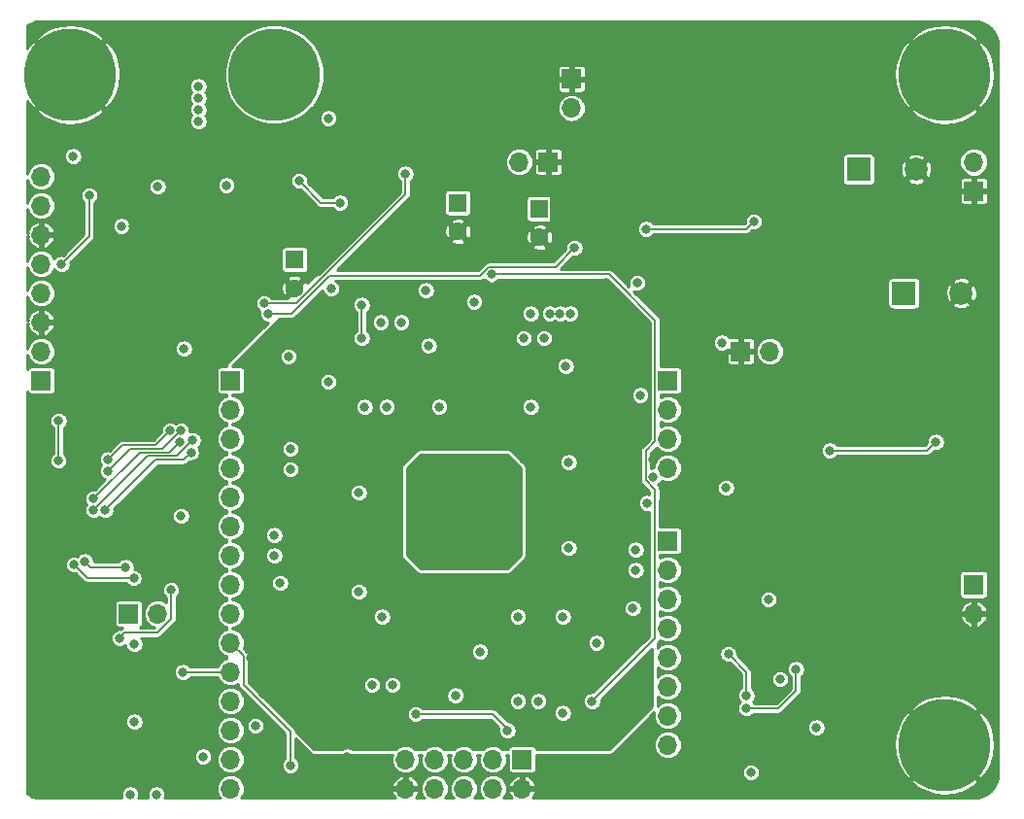
<source format=gbr>
G04 #@! TF.GenerationSoftware,KiCad,Pcbnew,(5.1.4)-1*
G04 #@! TF.CreationDate,2020-01-10T00:36:40-06:00*
G04 #@! TF.ProjectId,Capstone,43617073-746f-46e6-952e-6b696361645f,rev?*
G04 #@! TF.SameCoordinates,Original*
G04 #@! TF.FileFunction,Copper,L4,Bot*
G04 #@! TF.FilePolarity,Positive*
%FSLAX46Y46*%
G04 Gerber Fmt 4.6, Leading zero omitted, Abs format (unit mm)*
G04 Created by KiCad (PCBNEW (5.1.4)-1) date 2020-01-10 00:36:40*
%MOMM*%
%LPD*%
G04 APERTURE LIST*
%ADD10R,1.600000X1.600000*%
%ADD11C,1.600000*%
%ADD12C,8.000000*%
%ADD13C,0.900000*%
%ADD14R,1.700000X1.700000*%
%ADD15O,1.700000X1.700000*%
%ADD16R,2.000000X2.000000*%
%ADD17C,2.000000*%
%ADD18C,0.800000*%
%ADD19C,0.300000*%
%ADD20C,0.200000*%
%ADD21C,0.160000*%
%ADD22C,0.254000*%
G04 APERTURE END LIST*
D10*
X132334000Y-112014000D03*
D11*
X132334000Y-114514000D03*
D12*
X167640000Y-158750000D03*
D13*
X170640000Y-158750000D03*
X169761320Y-160871320D03*
X167640000Y-161750000D03*
X165518680Y-160871320D03*
X164640000Y-158750000D03*
X165518680Y-156628680D03*
X167640000Y-155750000D03*
X169761320Y-156628680D03*
D12*
X167640000Y-100330000D03*
D13*
X170640000Y-100330000D03*
X169761320Y-102451320D03*
X167640000Y-103330000D03*
X165518680Y-102451320D03*
X164640000Y-100330000D03*
X165518680Y-98208680D03*
X167640000Y-97330000D03*
X169761320Y-98208680D03*
D14*
X143510000Y-140970000D03*
D15*
X143510000Y-143510000D03*
X143510000Y-146050000D03*
X143510000Y-148590000D03*
X143510000Y-151130000D03*
X143510000Y-153670000D03*
X143510000Y-156210000D03*
X143510000Y-158750000D03*
D14*
X105410000Y-127000000D03*
D15*
X105410000Y-129540000D03*
X105410000Y-132080000D03*
X105410000Y-134620000D03*
X105410000Y-137160000D03*
X105410000Y-139700000D03*
X105410000Y-142240000D03*
X105410000Y-144780000D03*
X105410000Y-147320000D03*
X105410000Y-149860000D03*
X105410000Y-152400000D03*
X105410000Y-154940000D03*
X105410000Y-157480000D03*
X105410000Y-160020000D03*
X105410000Y-162560000D03*
D14*
X143510000Y-127000000D03*
D15*
X143510000Y-129540000D03*
X143510000Y-132080000D03*
X143510000Y-134620000D03*
D14*
X130810000Y-160020000D03*
D15*
X130810000Y-162560000D03*
X128270000Y-160020000D03*
X128270000Y-162560000D03*
X125730000Y-160020000D03*
X125730000Y-162560000D03*
X123190000Y-160020000D03*
X123190000Y-162560000D03*
X120650000Y-160020000D03*
X120650000Y-162560000D03*
D14*
X170180000Y-110490000D03*
D15*
X170180000Y-107950000D03*
D14*
X135128000Y-100711000D03*
D15*
X135128000Y-103251000D03*
D14*
X149860000Y-124460000D03*
D15*
X152400000Y-124460000D03*
D14*
X96520000Y-147320000D03*
D15*
X99060000Y-147320000D03*
D14*
X88900000Y-127000000D03*
D15*
X88900000Y-124460000D03*
X88900000Y-121920000D03*
X88900000Y-119380000D03*
X88900000Y-116840000D03*
X88900000Y-114300000D03*
X88900000Y-111760000D03*
X88900000Y-109220000D03*
D14*
X133096000Y-107950000D03*
D15*
X130556000Y-107950000D03*
D14*
X170180000Y-144780000D03*
D15*
X170180000Y-147320000D03*
D12*
X91440000Y-100330000D03*
D13*
X94440000Y-100330000D03*
X93561320Y-102451320D03*
X91440000Y-103330000D03*
X89318680Y-102451320D03*
X88440000Y-100330000D03*
X89318680Y-98208680D03*
X91440000Y-97330000D03*
X93561320Y-98208680D03*
D12*
X109220000Y-100330000D03*
D13*
X112220000Y-100330000D03*
X111341320Y-102451320D03*
X109220000Y-103330000D03*
X107098680Y-102451320D03*
X106220000Y-100330000D03*
X107098680Y-98208680D03*
X109220000Y-97330000D03*
X111341320Y-98208680D03*
D16*
X164084000Y-119380000D03*
D17*
X169084000Y-119380000D03*
D16*
X160147000Y-108585000D03*
D17*
X165147000Y-108585000D03*
D10*
X125222000Y-111506000D03*
D11*
X125222000Y-114006000D03*
D10*
X110998000Y-116459000D03*
D11*
X110998000Y-118959000D03*
D18*
X88011000Y-158496000D03*
X164846000Y-135382000D03*
X163830000Y-135382000D03*
X164846000Y-136398000D03*
X163830000Y-136398000D03*
X164846000Y-134366000D03*
X163830000Y-134366000D03*
X128270000Y-137160000D03*
X128270000Y-135890000D03*
X127000000Y-137160000D03*
X127000000Y-135890000D03*
X124460000Y-137160000D03*
X123190000Y-137160000D03*
X123190000Y-135890000D03*
X124460000Y-135890000D03*
X128270000Y-140970000D03*
X128270000Y-139700000D03*
X127000000Y-140970000D03*
X127000000Y-139700000D03*
X124460000Y-140970000D03*
X123190000Y-140970000D03*
X123190000Y-139700000D03*
X124460000Y-139700000D03*
X125730000Y-140970000D03*
X125730000Y-139700000D03*
X125730000Y-135890000D03*
X125730000Y-137160000D03*
X128270000Y-138430000D03*
X127000000Y-138430000D03*
X123190000Y-138430000D03*
X124460000Y-138430000D03*
X125730000Y-138430000D03*
X124992999Y-154432000D03*
X117729000Y-153543000D03*
X140716000Y-141732000D03*
X130937000Y-123317000D03*
X110617000Y-134747000D03*
X141681200Y-137668000D03*
X109728000Y-144653000D03*
X98552000Y-149987000D03*
X98552000Y-156718000D03*
X107569000Y-159131000D03*
X109220000Y-140462000D03*
X132207000Y-154940000D03*
X118491000Y-121920000D03*
X151765000Y-141224000D03*
X147447000Y-146050000D03*
X147447000Y-152146000D03*
X153416000Y-154305000D03*
X154686000Y-157226000D03*
X157480000Y-148082000D03*
X153416000Y-157226000D03*
X140462000Y-146862800D03*
X101854000Y-113919000D03*
X98044000Y-123571000D03*
X96901000Y-113538000D03*
X98552000Y-96774000D03*
X102108000Y-96774000D03*
X98044000Y-103378000D03*
X98044000Y-101346000D03*
X98044000Y-104394000D03*
X98044000Y-102362000D03*
X110439200Y-124891800D03*
X113919000Y-127127000D03*
X137287000Y-149860000D03*
X134366000Y-155956000D03*
X114173000Y-118999000D03*
X88011000Y-142113000D03*
X90170000Y-162687000D03*
X90170000Y-152527000D03*
X100203000Y-116459000D03*
X131572000Y-121158000D03*
X127155000Y-150622000D03*
X116586000Y-136779000D03*
X134620000Y-125730000D03*
X122682000Y-123952000D03*
X126619000Y-120142000D03*
X117602000Y-106807000D03*
X122047000Y-106807000D03*
X122047000Y-103505000D03*
X167894000Y-150876000D03*
X146558000Y-136347200D03*
X149860000Y-133096000D03*
X148971000Y-127889000D03*
X141097000Y-128270000D03*
X146939000Y-119888000D03*
X155194000Y-102235000D03*
X150876000Y-103378000D03*
X144272000Y-119888000D03*
X142240000Y-133858000D03*
X155575000Y-119380000D03*
X155702000Y-125984000D03*
X158242000Y-134620000D03*
X158242000Y-137922000D03*
X164846000Y-129540000D03*
X146431000Y-110490000D03*
X146431000Y-107188000D03*
X137922000Y-110617000D03*
X157988000Y-119507000D03*
X141478000Y-117221000D03*
X121158000Y-138430000D03*
X121158000Y-137160000D03*
X121158000Y-135890000D03*
X121158000Y-139700000D03*
X121158000Y-140970000D03*
X123190000Y-143002000D03*
X124460000Y-143002000D03*
X125730000Y-143002000D03*
X127000000Y-143002000D03*
X128270000Y-143002000D03*
X130302000Y-140970000D03*
X130302000Y-139700000D03*
X130302000Y-138430000D03*
X130302000Y-137160000D03*
X130302000Y-135890000D03*
X128270000Y-133858000D03*
X127000000Y-133858000D03*
X125730000Y-133858000D03*
X124460000Y-133858000D03*
X123190000Y-133858000D03*
X121666000Y-134366000D03*
X129794000Y-134366000D03*
X129794000Y-142494000D03*
X121666000Y-142494000D03*
X118999000Y-129286000D03*
X117094000Y-129286000D03*
X123571000Y-129286000D03*
X131572000Y-129286000D03*
X134874000Y-134112000D03*
X134874000Y-141605000D03*
X134366000Y-147574000D03*
X130429000Y-147574000D03*
X118618000Y-147574000D03*
X116586000Y-145415000D03*
X88011000Y-129921000D03*
X88011000Y-135890000D03*
X88646000Y-133604000D03*
X88646000Y-138176000D03*
X88011000Y-148336000D03*
X88011000Y-107188000D03*
X88011000Y-104140000D03*
X103378000Y-162814000D03*
X118618000Y-162814000D03*
X135128000Y-162814000D03*
X140208000Y-162814000D03*
X145288000Y-162814000D03*
X150368000Y-162814000D03*
X171704000Y-153924000D03*
X171704000Y-148844000D03*
X171704000Y-136398000D03*
X171704000Y-131318000D03*
X171704000Y-126238000D03*
X171704000Y-121158000D03*
X171704000Y-116078000D03*
X171704000Y-105156000D03*
X162814000Y-96266000D03*
X152654000Y-96266000D03*
X147574000Y-96266000D03*
X137414000Y-96266000D03*
X132334000Y-96266000D03*
X127254000Y-96266000D03*
X114554000Y-96266000D03*
X122428000Y-119126000D03*
X152654000Y-161036000D03*
X162687000Y-162814000D03*
X101346000Y-129794000D03*
X97917000Y-131699000D03*
X116713000Y-116078000D03*
X108585000Y-112649000D03*
X112903000Y-109982000D03*
X97790000Y-161544000D03*
X115570000Y-159766000D03*
X101092000Y-140843000D03*
X103632000Y-151130000D03*
X103632000Y-154432000D03*
X103987600Y-144399000D03*
X103886000Y-135382000D03*
X103759000Y-132588000D03*
X103759000Y-130683000D03*
X103759000Y-128397000D03*
X105156000Y-124841000D03*
X107569000Y-122428000D03*
X106997500Y-162750500D03*
X114300000Y-115697000D03*
X122047000Y-112141000D03*
X123190000Y-116840000D03*
X129667000Y-116078000D03*
X145415000Y-125603000D03*
X145415000Y-128524000D03*
X145288000Y-132334000D03*
X144526000Y-137668000D03*
X145288000Y-141859000D03*
X145288000Y-143510000D03*
X145288000Y-146304000D03*
X145288000Y-149860000D03*
X145288000Y-151892000D03*
X145288000Y-154051000D03*
X145288000Y-159385000D03*
X137160000Y-160274000D03*
X141224000Y-157988000D03*
X162814000Y-159385000D03*
X152171400Y-107010200D03*
X128905000Y-101600000D03*
X125730000Y-119126000D03*
X130048000Y-119126000D03*
X136144000Y-119126000D03*
X139192000Y-120396000D03*
X113538000Y-120142000D03*
X107442000Y-125730000D03*
X108966000Y-124206000D03*
X141478000Y-155321000D03*
X108204000Y-153543000D03*
X110617000Y-155575000D03*
X112776000Y-157988000D03*
X116332000Y-157988000D03*
X119126000Y-158623000D03*
X123444000Y-158496000D03*
X127762000Y-158496000D03*
X132080000Y-158496000D03*
X134366000Y-158496000D03*
X139954000Y-156718000D03*
X137922000Y-158496000D03*
X97028000Y-149987000D03*
X97028000Y-156718000D03*
X96647000Y-163068000D03*
X98933000Y-163068000D03*
X107569000Y-157099000D03*
X102997000Y-159766000D03*
X95885000Y-113538000D03*
X109474000Y-131318000D03*
X112344200Y-124891800D03*
X113411000Y-138938000D03*
X141605000Y-138938000D03*
X124968000Y-147574000D03*
X122936000Y-124968000D03*
X122682000Y-120396000D03*
X128143000Y-120142000D03*
X140843000Y-118491000D03*
X138176000Y-118491000D03*
X107188000Y-135382000D03*
X107188000Y-132334000D03*
X107188000Y-137668000D03*
X107188000Y-141859000D03*
X107188000Y-140081000D03*
X107188000Y-145288000D03*
X107188000Y-151130000D03*
X140970000Y-122682000D03*
X118872000Y-119964200D03*
X141605000Y-153035000D03*
X101346000Y-124206000D03*
X101092000Y-138811000D03*
X107188000Y-148590000D03*
X116586000Y-143764000D03*
X138811000Y-146685000D03*
X121539000Y-156083000D03*
X129540000Y-157480000D03*
X116840000Y-123317000D03*
X116840000Y-120396000D03*
X128151049Y-117743999D03*
X136906000Y-154940000D03*
X152273000Y-146074900D03*
X153289000Y-153035000D03*
X148590000Y-136347200D03*
X148209000Y-123698000D03*
X156464000Y-157226000D03*
X150749000Y-161163000D03*
X114935000Y-111506000D03*
X111379000Y-109601000D03*
X119507000Y-153543000D03*
X140716000Y-143510000D03*
X132715000Y-123317000D03*
X110617000Y-132969000D03*
X109220000Y-142240000D03*
X130429000Y-154940000D03*
X142240000Y-135382000D03*
X120269000Y-121920000D03*
X134112000Y-121158000D03*
X133223000Y-121158000D03*
X135001000Y-121158000D03*
X93091000Y-110871000D03*
X90424000Y-130492500D03*
X90678000Y-116840000D03*
X90415670Y-133993330D03*
X166878000Y-132334000D03*
X157607000Y-133096000D03*
X102616000Y-102362000D03*
X102616000Y-103378000D03*
X102616000Y-104394000D03*
X102616000Y-101346000D03*
X99060000Y-110109000D03*
X105029000Y-109982000D03*
X91694000Y-107442000D03*
X113919000Y-104140000D03*
X93472000Y-137287000D03*
X101014929Y-132323423D03*
X94488000Y-138303000D03*
X101955802Y-133264296D03*
X92710000Y-142748000D03*
X96266000Y-143256000D03*
X101260998Y-152400000D03*
X96964500Y-144208500D03*
X91773048Y-143049952D03*
X93472000Y-138303000D03*
X102108000Y-132207000D03*
X150368000Y-154432000D03*
X148780500Y-150812500D03*
X110617000Y-160528000D03*
X135382000Y-115443000D03*
X94742000Y-134874000D03*
X108712000Y-121158000D03*
X101082497Y-131350757D03*
X120650000Y-108966000D03*
X108331000Y-120269000D03*
X100122523Y-131343518D03*
X94742000Y-133858000D03*
X100232688Y-145258312D03*
X95720850Y-149441850D03*
X141605000Y-113792000D03*
X151003000Y-113157000D03*
X150368000Y-155575000D03*
X154686000Y-152146000D03*
D19*
X133096000Y-107950000D02*
X133096000Y-109100000D01*
X133444001Y-109448001D02*
X133096000Y-109100000D01*
X133444001Y-113403999D02*
X133444001Y-109448001D01*
X132334000Y-114514000D02*
X133444001Y-113403999D01*
D20*
X121539000Y-156083000D02*
X128270000Y-156083000D01*
X128270000Y-156083000D02*
X129540000Y-157353000D01*
X116840000Y-123317000D02*
X116840000Y-120396000D01*
X138784001Y-118136999D02*
X138488001Y-117840999D01*
X128155049Y-117747999D02*
X128151049Y-117743999D01*
X138395001Y-117747999D02*
X128155049Y-117747999D01*
X138784001Y-118136999D02*
X138395001Y-117747999D01*
X142399999Y-121752997D02*
X138784001Y-118136999D01*
X142399999Y-132301001D02*
X142399999Y-121752997D01*
X142359999Y-149486001D02*
X142359999Y-137369997D01*
X136906000Y-154940000D02*
X142359999Y-149486001D01*
X142359999Y-137369997D02*
X142367000Y-137362996D01*
X141579999Y-133121001D02*
X142399999Y-132301001D01*
X142367000Y-137362996D02*
X142367000Y-136485802D01*
X142367000Y-136485802D02*
X141579999Y-135698801D01*
X141579999Y-135698801D02*
X141579999Y-133121001D01*
D21*
X114935000Y-111506000D02*
X113284000Y-111506000D01*
X113284000Y-111506000D02*
X111379000Y-109601000D01*
X93091000Y-114427000D02*
X93091000Y-110871000D01*
X90678000Y-116840000D02*
X93091000Y-114427000D01*
X90424000Y-133419315D02*
X90424000Y-130492500D01*
X90424000Y-133419315D02*
X90424000Y-133985000D01*
X90424000Y-133985000D02*
X90415670Y-133993330D01*
X166878000Y-132334000D02*
X166116000Y-133096000D01*
X166116000Y-133096000D02*
X157988000Y-133096000D01*
X157988000Y-133096000D02*
X157607000Y-133096000D01*
X93472000Y-137287000D02*
X97501020Y-133257980D01*
X97501020Y-133257980D02*
X100080372Y-133257980D01*
X100080372Y-133257980D02*
X101014929Y-132323423D01*
X94488000Y-138303000D02*
X98893000Y-133898000D01*
X98893000Y-133898000D02*
X101322098Y-133898000D01*
X101322098Y-133898000D02*
X101955802Y-133264296D01*
X105410000Y-152400000D02*
X101346000Y-152400000D01*
X92710000Y-142748000D02*
X93218000Y-143256000D01*
X93218000Y-143256000D02*
X96266000Y-143256000D01*
X101346000Y-152400000D02*
X101260998Y-152400000D01*
X96964500Y-144208500D02*
X92951500Y-144208500D01*
X92931596Y-144208500D02*
X92951500Y-144208500D01*
X91773048Y-143049952D02*
X92931596Y-144208500D01*
X93472000Y-138303000D02*
X98197010Y-133577990D01*
X98197010Y-133577990D02*
X100737010Y-133577990D01*
X100737010Y-133577990D02*
X102108000Y-132207000D01*
X150368000Y-154432000D02*
X150368000Y-152400000D01*
X150368000Y-152400000D02*
X148780500Y-150812500D01*
X110617000Y-157607000D02*
X110617000Y-160528000D01*
X106547999Y-153537999D02*
X110617000Y-157607000D01*
X106547999Y-150997999D02*
X106547999Y-153537999D01*
X105410000Y-149860000D02*
X106547999Y-150997999D01*
X110740280Y-121158000D02*
X108712000Y-121158000D01*
X114044140Y-117854140D02*
X110740280Y-121158000D01*
X127128860Y-117854140D02*
X114044140Y-117854140D01*
X127879001Y-117103999D02*
X127128860Y-117854140D01*
X135382000Y-115443000D02*
X133721001Y-117103999D01*
X133721001Y-117103999D02*
X127879001Y-117103999D01*
X94742000Y-134874000D02*
X96678030Y-132937970D01*
X96678030Y-132937970D02*
X99472030Y-132937970D01*
X99472030Y-132937970D02*
X99495284Y-132937970D01*
X99495284Y-132937970D02*
X101082497Y-131350757D01*
X120650000Y-110795718D02*
X120650000Y-108966000D01*
X108331000Y-120269000D02*
X111176718Y-120269000D01*
X111176718Y-120269000D02*
X120650000Y-110795718D01*
X96048037Y-132617960D02*
X98848081Y-132617960D01*
X98848081Y-132617960D02*
X100122523Y-131343518D01*
X96048037Y-132617960D02*
X95982040Y-132617960D01*
X95982040Y-132617960D02*
X94742000Y-133858000D01*
X100232688Y-145258312D02*
X100232688Y-147738314D01*
X100232688Y-147738314D02*
X99000002Y-148971000D01*
X99000002Y-148971000D02*
X96191700Y-148971000D01*
X96191700Y-148971000D02*
X95720850Y-149441850D01*
X141605000Y-113792000D02*
X150241000Y-113792000D01*
X150241000Y-113792000D02*
X150368000Y-113792000D01*
X150368000Y-113792000D02*
X151003000Y-113157000D01*
X153145002Y-155575000D02*
X150368000Y-155575000D01*
X154686000Y-152146000D02*
X154686000Y-154034002D01*
X154686000Y-154034002D02*
X153145002Y-155575000D01*
D22*
G36*
X130683000Y-134672606D02*
G01*
X130683000Y-142187394D01*
X129487394Y-143383000D01*
X121972606Y-143383000D01*
X120777000Y-142187394D01*
X120777000Y-134672606D01*
X121972606Y-133477000D01*
X129487394Y-133477000D01*
X130683000Y-134672606D01*
X130683000Y-134672606D01*
G37*
X130683000Y-134672606D02*
X130683000Y-142187394D01*
X129487394Y-143383000D01*
X121972606Y-143383000D01*
X120777000Y-142187394D01*
X120777000Y-134672606D01*
X121972606Y-133477000D01*
X129487394Y-133477000D01*
X130683000Y-134672606D01*
G36*
X170587285Y-95733049D02*
G01*
X170979060Y-95851333D01*
X171340398Y-96043459D01*
X171657536Y-96302111D01*
X171918398Y-96617439D01*
X172113041Y-96977425D01*
X172234057Y-97368366D01*
X172279000Y-97795968D01*
X172279001Y-161268424D01*
X172236951Y-161697285D01*
X172118667Y-162089061D01*
X171926539Y-162450401D01*
X171667889Y-162767536D01*
X171352561Y-163028398D01*
X170992577Y-163223040D01*
X170601636Y-163344057D01*
X170174032Y-163389000D01*
X131712039Y-163389000D01*
X131787647Y-163308052D01*
X131914799Y-163102949D01*
X131999495Y-162876981D01*
X131939187Y-162687000D01*
X130937000Y-162687000D01*
X130937000Y-162707000D01*
X130683000Y-162707000D01*
X130683000Y-162687000D01*
X129680813Y-162687000D01*
X129620505Y-162876981D01*
X129705201Y-163102949D01*
X129832353Y-163308052D01*
X129907961Y-163389000D01*
X129182132Y-163389000D01*
X129298491Y-163247216D01*
X129412798Y-163033363D01*
X129483188Y-162801318D01*
X129506956Y-162560000D01*
X129483188Y-162318682D01*
X129460236Y-162243019D01*
X129620505Y-162243019D01*
X129680813Y-162433000D01*
X130683000Y-162433000D01*
X130683000Y-161431373D01*
X130937000Y-161431373D01*
X130937000Y-162433000D01*
X131939187Y-162433000D01*
X131999495Y-162243019D01*
X131914799Y-162017051D01*
X131787647Y-161811948D01*
X131622924Y-161635592D01*
X131426961Y-161494761D01*
X131207288Y-161394866D01*
X131126980Y-161370511D01*
X130937000Y-161431373D01*
X130683000Y-161431373D01*
X130493020Y-161370511D01*
X130412712Y-161394866D01*
X130193039Y-161494761D01*
X129997076Y-161635592D01*
X129832353Y-161811948D01*
X129705201Y-162017051D01*
X129620505Y-162243019D01*
X129460236Y-162243019D01*
X129412798Y-162086637D01*
X129298491Y-161872784D01*
X129144660Y-161685340D01*
X128957216Y-161531509D01*
X128743363Y-161417202D01*
X128511318Y-161346812D01*
X128330472Y-161329000D01*
X128209528Y-161329000D01*
X128028682Y-161346812D01*
X127796637Y-161417202D01*
X127582784Y-161531509D01*
X127395340Y-161685340D01*
X127241509Y-161872784D01*
X127127202Y-162086637D01*
X127056812Y-162318682D01*
X127033044Y-162560000D01*
X127056812Y-162801318D01*
X127127202Y-163033363D01*
X127241509Y-163247216D01*
X127357868Y-163389000D01*
X126642132Y-163389000D01*
X126758491Y-163247216D01*
X126872798Y-163033363D01*
X126943188Y-162801318D01*
X126966956Y-162560000D01*
X126943188Y-162318682D01*
X126872798Y-162086637D01*
X126758491Y-161872784D01*
X126604660Y-161685340D01*
X126417216Y-161531509D01*
X126203363Y-161417202D01*
X125971318Y-161346812D01*
X125790472Y-161329000D01*
X125669528Y-161329000D01*
X125488682Y-161346812D01*
X125256637Y-161417202D01*
X125042784Y-161531509D01*
X124855340Y-161685340D01*
X124701509Y-161872784D01*
X124587202Y-162086637D01*
X124516812Y-162318682D01*
X124493044Y-162560000D01*
X124516812Y-162801318D01*
X124587202Y-163033363D01*
X124701509Y-163247216D01*
X124817868Y-163389000D01*
X124102132Y-163389000D01*
X124218491Y-163247216D01*
X124332798Y-163033363D01*
X124403188Y-162801318D01*
X124426956Y-162560000D01*
X124403188Y-162318682D01*
X124332798Y-162086637D01*
X124218491Y-161872784D01*
X124064660Y-161685340D01*
X123877216Y-161531509D01*
X123663363Y-161417202D01*
X123431318Y-161346812D01*
X123250472Y-161329000D01*
X123129528Y-161329000D01*
X122948682Y-161346812D01*
X122716637Y-161417202D01*
X122502784Y-161531509D01*
X122315340Y-161685340D01*
X122161509Y-161872784D01*
X122047202Y-162086637D01*
X121976812Y-162318682D01*
X121953044Y-162560000D01*
X121976812Y-162801318D01*
X122047202Y-163033363D01*
X122161509Y-163247216D01*
X122277868Y-163389000D01*
X121552039Y-163389000D01*
X121627647Y-163308052D01*
X121754799Y-163102949D01*
X121839495Y-162876981D01*
X121779187Y-162687000D01*
X120777000Y-162687000D01*
X120777000Y-162707000D01*
X120523000Y-162707000D01*
X120523000Y-162687000D01*
X119520813Y-162687000D01*
X119460505Y-162876981D01*
X119545201Y-163102949D01*
X119672353Y-163308052D01*
X119747961Y-163389000D01*
X106322132Y-163389000D01*
X106438491Y-163247216D01*
X106552798Y-163033363D01*
X106623188Y-162801318D01*
X106646956Y-162560000D01*
X106623188Y-162318682D01*
X106600236Y-162243019D01*
X119460505Y-162243019D01*
X119520813Y-162433000D01*
X120523000Y-162433000D01*
X120523000Y-161431373D01*
X120777000Y-161431373D01*
X120777000Y-162433000D01*
X121779187Y-162433000D01*
X121839495Y-162243019D01*
X121754799Y-162017051D01*
X121627647Y-161811948D01*
X121462924Y-161635592D01*
X121266961Y-161494761D01*
X121047288Y-161394866D01*
X120966980Y-161370511D01*
X120777000Y-161431373D01*
X120523000Y-161431373D01*
X120333020Y-161370511D01*
X120252712Y-161394866D01*
X120033039Y-161494761D01*
X119837076Y-161635592D01*
X119672353Y-161811948D01*
X119545201Y-162017051D01*
X119460505Y-162243019D01*
X106600236Y-162243019D01*
X106552798Y-162086637D01*
X106438491Y-161872784D01*
X106284660Y-161685340D01*
X106097216Y-161531509D01*
X105883363Y-161417202D01*
X105651318Y-161346812D01*
X105470472Y-161329000D01*
X105349528Y-161329000D01*
X105168682Y-161346812D01*
X104936637Y-161417202D01*
X104722784Y-161531509D01*
X104535340Y-161685340D01*
X104381509Y-161872784D01*
X104267202Y-162086637D01*
X104196812Y-162318682D01*
X104173044Y-162560000D01*
X104196812Y-162801318D01*
X104267202Y-163033363D01*
X104381509Y-163247216D01*
X104497868Y-163389000D01*
X99645386Y-163389000D01*
X99683987Y-163295809D01*
X99714000Y-163144922D01*
X99714000Y-162991078D01*
X99683987Y-162840191D01*
X99625113Y-162698058D01*
X99539642Y-162570141D01*
X99430859Y-162461358D01*
X99302942Y-162375887D01*
X99160809Y-162317013D01*
X99009922Y-162287000D01*
X98856078Y-162287000D01*
X98705191Y-162317013D01*
X98563058Y-162375887D01*
X98435141Y-162461358D01*
X98326358Y-162570141D01*
X98240887Y-162698058D01*
X98182013Y-162840191D01*
X98152000Y-162991078D01*
X98152000Y-163144922D01*
X98182013Y-163295809D01*
X98220614Y-163389000D01*
X97359386Y-163389000D01*
X97397987Y-163295809D01*
X97428000Y-163144922D01*
X97428000Y-162991078D01*
X97397987Y-162840191D01*
X97339113Y-162698058D01*
X97253642Y-162570141D01*
X97144859Y-162461358D01*
X97016942Y-162375887D01*
X96874809Y-162317013D01*
X96723922Y-162287000D01*
X96570078Y-162287000D01*
X96419191Y-162317013D01*
X96277058Y-162375887D01*
X96149141Y-162461358D01*
X96040358Y-162570141D01*
X95954887Y-162698058D01*
X95896013Y-162840191D01*
X95866000Y-162991078D01*
X95866000Y-163144922D01*
X95896013Y-163295809D01*
X95934614Y-163389000D01*
X88921566Y-163389000D01*
X88492715Y-163346951D01*
X88100939Y-163228667D01*
X87739599Y-163036539D01*
X87693500Y-162998941D01*
X87693500Y-159689078D01*
X102216000Y-159689078D01*
X102216000Y-159842922D01*
X102246013Y-159993809D01*
X102304887Y-160135942D01*
X102390358Y-160263859D01*
X102499141Y-160372642D01*
X102627058Y-160458113D01*
X102769191Y-160516987D01*
X102920078Y-160547000D01*
X103073922Y-160547000D01*
X103224809Y-160516987D01*
X103366942Y-160458113D01*
X103494859Y-160372642D01*
X103603642Y-160263859D01*
X103689113Y-160135942D01*
X103737138Y-160020000D01*
X104173044Y-160020000D01*
X104196812Y-160261318D01*
X104267202Y-160493363D01*
X104381509Y-160707216D01*
X104535340Y-160894660D01*
X104722784Y-161048491D01*
X104936637Y-161162798D01*
X105168682Y-161233188D01*
X105349528Y-161251000D01*
X105470472Y-161251000D01*
X105651318Y-161233188D01*
X105883363Y-161162798D01*
X106097216Y-161048491D01*
X106284660Y-160894660D01*
X106438491Y-160707216D01*
X106552798Y-160493363D01*
X106623188Y-160261318D01*
X106646956Y-160020000D01*
X106623188Y-159778682D01*
X106552798Y-159546637D01*
X106438491Y-159332784D01*
X106284660Y-159145340D01*
X106097216Y-158991509D01*
X105883363Y-158877202D01*
X105651318Y-158806812D01*
X105470472Y-158789000D01*
X105349528Y-158789000D01*
X105168682Y-158806812D01*
X104936637Y-158877202D01*
X104722784Y-158991509D01*
X104535340Y-159145340D01*
X104381509Y-159332784D01*
X104267202Y-159546637D01*
X104196812Y-159778682D01*
X104173044Y-160020000D01*
X103737138Y-160020000D01*
X103747987Y-159993809D01*
X103778000Y-159842922D01*
X103778000Y-159689078D01*
X103747987Y-159538191D01*
X103689113Y-159396058D01*
X103603642Y-159268141D01*
X103494859Y-159159358D01*
X103366942Y-159073887D01*
X103224809Y-159015013D01*
X103073922Y-158985000D01*
X102920078Y-158985000D01*
X102769191Y-159015013D01*
X102627058Y-159073887D01*
X102499141Y-159159358D01*
X102390358Y-159268141D01*
X102304887Y-159396058D01*
X102246013Y-159538191D01*
X102216000Y-159689078D01*
X87693500Y-159689078D01*
X87693500Y-156641078D01*
X96247000Y-156641078D01*
X96247000Y-156794922D01*
X96277013Y-156945809D01*
X96335887Y-157087942D01*
X96421358Y-157215859D01*
X96530141Y-157324642D01*
X96658058Y-157410113D01*
X96800191Y-157468987D01*
X96951078Y-157499000D01*
X97104922Y-157499000D01*
X97200442Y-157480000D01*
X104173044Y-157480000D01*
X104196812Y-157721318D01*
X104267202Y-157953363D01*
X104381509Y-158167216D01*
X104535340Y-158354660D01*
X104722784Y-158508491D01*
X104936637Y-158622798D01*
X105168682Y-158693188D01*
X105349528Y-158711000D01*
X105470472Y-158711000D01*
X105651318Y-158693188D01*
X105883363Y-158622798D01*
X106097216Y-158508491D01*
X106284660Y-158354660D01*
X106438491Y-158167216D01*
X106552798Y-157953363D01*
X106623188Y-157721318D01*
X106646956Y-157480000D01*
X106623188Y-157238682D01*
X106557482Y-157022078D01*
X106788000Y-157022078D01*
X106788000Y-157175922D01*
X106818013Y-157326809D01*
X106876887Y-157468942D01*
X106962358Y-157596859D01*
X107071141Y-157705642D01*
X107199058Y-157791113D01*
X107341191Y-157849987D01*
X107492078Y-157880000D01*
X107645922Y-157880000D01*
X107796809Y-157849987D01*
X107938942Y-157791113D01*
X108066859Y-157705642D01*
X108175642Y-157596859D01*
X108261113Y-157468942D01*
X108319987Y-157326809D01*
X108350000Y-157175922D01*
X108350000Y-157022078D01*
X108319987Y-156871191D01*
X108261113Y-156729058D01*
X108175642Y-156601141D01*
X108066859Y-156492358D01*
X107938942Y-156406887D01*
X107796809Y-156348013D01*
X107645922Y-156318000D01*
X107492078Y-156318000D01*
X107341191Y-156348013D01*
X107199058Y-156406887D01*
X107071141Y-156492358D01*
X106962358Y-156601141D01*
X106876887Y-156729058D01*
X106818013Y-156871191D01*
X106788000Y-157022078D01*
X106557482Y-157022078D01*
X106552798Y-157006637D01*
X106438491Y-156792784D01*
X106284660Y-156605340D01*
X106097216Y-156451509D01*
X105883363Y-156337202D01*
X105651318Y-156266812D01*
X105470472Y-156249000D01*
X105349528Y-156249000D01*
X105168682Y-156266812D01*
X104936637Y-156337202D01*
X104722784Y-156451509D01*
X104535340Y-156605340D01*
X104381509Y-156792784D01*
X104267202Y-157006637D01*
X104196812Y-157238682D01*
X104173044Y-157480000D01*
X97200442Y-157480000D01*
X97255809Y-157468987D01*
X97397942Y-157410113D01*
X97525859Y-157324642D01*
X97634642Y-157215859D01*
X97720113Y-157087942D01*
X97778987Y-156945809D01*
X97809000Y-156794922D01*
X97809000Y-156641078D01*
X97778987Y-156490191D01*
X97720113Y-156348058D01*
X97634642Y-156220141D01*
X97525859Y-156111358D01*
X97397942Y-156025887D01*
X97255809Y-155967013D01*
X97104922Y-155937000D01*
X96951078Y-155937000D01*
X96800191Y-155967013D01*
X96658058Y-156025887D01*
X96530141Y-156111358D01*
X96421358Y-156220141D01*
X96335887Y-156348058D01*
X96277013Y-156490191D01*
X96247000Y-156641078D01*
X87693500Y-156641078D01*
X87693500Y-154940000D01*
X104173044Y-154940000D01*
X104196812Y-155181318D01*
X104267202Y-155413363D01*
X104381509Y-155627216D01*
X104535340Y-155814660D01*
X104722784Y-155968491D01*
X104936637Y-156082798D01*
X105168682Y-156153188D01*
X105349528Y-156171000D01*
X105470472Y-156171000D01*
X105651318Y-156153188D01*
X105883363Y-156082798D01*
X106097216Y-155968491D01*
X106284660Y-155814660D01*
X106438491Y-155627216D01*
X106552798Y-155413363D01*
X106623188Y-155181318D01*
X106646956Y-154940000D01*
X106623188Y-154698682D01*
X106552798Y-154466637D01*
X106438491Y-154252784D01*
X106284660Y-154065340D01*
X106097216Y-153911509D01*
X105883363Y-153797202D01*
X105651318Y-153726812D01*
X105470472Y-153709000D01*
X105349528Y-153709000D01*
X105168682Y-153726812D01*
X104936637Y-153797202D01*
X104722784Y-153911509D01*
X104535340Y-154065340D01*
X104381509Y-154252784D01*
X104267202Y-154466637D01*
X104196812Y-154698682D01*
X104173044Y-154940000D01*
X87693500Y-154940000D01*
X87693500Y-152323078D01*
X100479998Y-152323078D01*
X100479998Y-152476922D01*
X100510011Y-152627809D01*
X100568885Y-152769942D01*
X100654356Y-152897859D01*
X100763139Y-153006642D01*
X100891056Y-153092113D01*
X101033189Y-153150987D01*
X101184076Y-153181000D01*
X101337920Y-153181000D01*
X101488807Y-153150987D01*
X101630940Y-153092113D01*
X101758857Y-153006642D01*
X101867640Y-152897859D01*
X101892268Y-152861000D01*
X104263452Y-152861000D01*
X104267202Y-152873363D01*
X104381509Y-153087216D01*
X104535340Y-153274660D01*
X104722784Y-153428491D01*
X104936637Y-153542798D01*
X105168682Y-153613188D01*
X105349528Y-153631000D01*
X105470472Y-153631000D01*
X105651318Y-153613188D01*
X105883363Y-153542798D01*
X106087000Y-153433952D01*
X106087000Y-153515356D01*
X106084770Y-153537999D01*
X106093670Y-153628370D01*
X106117356Y-153706450D01*
X106120031Y-153715269D01*
X106162838Y-153795356D01*
X106220447Y-153865552D01*
X106238036Y-153879987D01*
X110156000Y-157797952D01*
X110156001Y-159896729D01*
X110119141Y-159921358D01*
X110010358Y-160030141D01*
X109924887Y-160158058D01*
X109866013Y-160300191D01*
X109836000Y-160451078D01*
X109836000Y-160604922D01*
X109866013Y-160755809D01*
X109924887Y-160897942D01*
X110010358Y-161025859D01*
X110119141Y-161134642D01*
X110247058Y-161220113D01*
X110389191Y-161278987D01*
X110540078Y-161309000D01*
X110693922Y-161309000D01*
X110844809Y-161278987D01*
X110986942Y-161220113D01*
X111114859Y-161134642D01*
X111223642Y-161025859D01*
X111309113Y-160897942D01*
X111367987Y-160755809D01*
X111398000Y-160604922D01*
X111398000Y-160451078D01*
X111367987Y-160300191D01*
X111309113Y-160158058D01*
X111223642Y-160030141D01*
X111114859Y-159921358D01*
X111078000Y-159896730D01*
X111078000Y-158225816D01*
X112379592Y-159527408D01*
X112437328Y-159574790D01*
X112503198Y-159609998D01*
X112574671Y-159631679D01*
X112649000Y-159639000D01*
X119479184Y-159639000D01*
X119436812Y-159778682D01*
X119413044Y-160020000D01*
X119436812Y-160261318D01*
X119507202Y-160493363D01*
X119621509Y-160707216D01*
X119775340Y-160894660D01*
X119962784Y-161048491D01*
X120176637Y-161162798D01*
X120408682Y-161233188D01*
X120589528Y-161251000D01*
X120710472Y-161251000D01*
X120891318Y-161233188D01*
X121123363Y-161162798D01*
X121337216Y-161048491D01*
X121524660Y-160894660D01*
X121678491Y-160707216D01*
X121792798Y-160493363D01*
X121863188Y-160261318D01*
X121886956Y-160020000D01*
X121863188Y-159778682D01*
X121820816Y-159639000D01*
X122019184Y-159639000D01*
X121976812Y-159778682D01*
X121953044Y-160020000D01*
X121976812Y-160261318D01*
X122047202Y-160493363D01*
X122161509Y-160707216D01*
X122315340Y-160894660D01*
X122502784Y-161048491D01*
X122716637Y-161162798D01*
X122948682Y-161233188D01*
X123129528Y-161251000D01*
X123250472Y-161251000D01*
X123431318Y-161233188D01*
X123663363Y-161162798D01*
X123877216Y-161048491D01*
X124064660Y-160894660D01*
X124218491Y-160707216D01*
X124332798Y-160493363D01*
X124403188Y-160261318D01*
X124426956Y-160020000D01*
X124403188Y-159778682D01*
X124360816Y-159639000D01*
X124559184Y-159639000D01*
X124516812Y-159778682D01*
X124493044Y-160020000D01*
X124516812Y-160261318D01*
X124587202Y-160493363D01*
X124701509Y-160707216D01*
X124855340Y-160894660D01*
X125042784Y-161048491D01*
X125256637Y-161162798D01*
X125488682Y-161233188D01*
X125669528Y-161251000D01*
X125790472Y-161251000D01*
X125971318Y-161233188D01*
X126203363Y-161162798D01*
X126417216Y-161048491D01*
X126604660Y-160894660D01*
X126758491Y-160707216D01*
X126872798Y-160493363D01*
X126943188Y-160261318D01*
X126966956Y-160020000D01*
X126943188Y-159778682D01*
X126900816Y-159639000D01*
X127099184Y-159639000D01*
X127056812Y-159778682D01*
X127033044Y-160020000D01*
X127056812Y-160261318D01*
X127127202Y-160493363D01*
X127241509Y-160707216D01*
X127395340Y-160894660D01*
X127582784Y-161048491D01*
X127796637Y-161162798D01*
X128028682Y-161233188D01*
X128209528Y-161251000D01*
X128330472Y-161251000D01*
X128511318Y-161233188D01*
X128743363Y-161162798D01*
X128957216Y-161048491D01*
X129144660Y-160894660D01*
X129298491Y-160707216D01*
X129412798Y-160493363D01*
X129483188Y-160261318D01*
X129506956Y-160020000D01*
X129483188Y-159778682D01*
X129440816Y-159639000D01*
X129577157Y-159639000D01*
X129577157Y-160870000D01*
X129584513Y-160944689D01*
X129606299Y-161016508D01*
X129641678Y-161082696D01*
X129689289Y-161140711D01*
X129747304Y-161188322D01*
X129813492Y-161223701D01*
X129885311Y-161245487D01*
X129960000Y-161252843D01*
X131660000Y-161252843D01*
X131734689Y-161245487D01*
X131806508Y-161223701D01*
X131872696Y-161188322D01*
X131930711Y-161140711D01*
X131975546Y-161086078D01*
X149968000Y-161086078D01*
X149968000Y-161239922D01*
X149998013Y-161390809D01*
X150056887Y-161532942D01*
X150142358Y-161660859D01*
X150251141Y-161769642D01*
X150379058Y-161855113D01*
X150521191Y-161913987D01*
X150672078Y-161944000D01*
X150825922Y-161944000D01*
X150976809Y-161913987D01*
X151049324Y-161883950D01*
X164685655Y-161883950D01*
X165156275Y-162384619D01*
X165913078Y-162799332D01*
X166736246Y-163058431D01*
X167594144Y-163151959D01*
X168453805Y-163076323D01*
X169282192Y-162834428D01*
X170047470Y-162435571D01*
X170123725Y-162384619D01*
X170594345Y-161883950D01*
X167640000Y-158929605D01*
X164685655Y-161883950D01*
X151049324Y-161883950D01*
X151118942Y-161855113D01*
X151246859Y-161769642D01*
X151355642Y-161660859D01*
X151441113Y-161532942D01*
X151499987Y-161390809D01*
X151530000Y-161239922D01*
X151530000Y-161086078D01*
X151499987Y-160935191D01*
X151441113Y-160793058D01*
X151355642Y-160665141D01*
X151246859Y-160556358D01*
X151118942Y-160470887D01*
X150976809Y-160412013D01*
X150825922Y-160382000D01*
X150672078Y-160382000D01*
X150521191Y-160412013D01*
X150379058Y-160470887D01*
X150251141Y-160556358D01*
X150142358Y-160665141D01*
X150056887Y-160793058D01*
X149998013Y-160935191D01*
X149968000Y-161086078D01*
X131975546Y-161086078D01*
X131978322Y-161082696D01*
X132013701Y-161016508D01*
X132035487Y-160944689D01*
X132042843Y-160870000D01*
X132042843Y-159639000D01*
X138430000Y-159639000D01*
X138504329Y-159631679D01*
X138575802Y-159609998D01*
X138641672Y-159574790D01*
X138699408Y-159527408D01*
X139476816Y-158750000D01*
X142273044Y-158750000D01*
X142296812Y-158991318D01*
X142367202Y-159223363D01*
X142481509Y-159437216D01*
X142635340Y-159624660D01*
X142822784Y-159778491D01*
X143036637Y-159892798D01*
X143268682Y-159963188D01*
X143449528Y-159981000D01*
X143570472Y-159981000D01*
X143751318Y-159963188D01*
X143983363Y-159892798D01*
X144197216Y-159778491D01*
X144384660Y-159624660D01*
X144538491Y-159437216D01*
X144652798Y-159223363D01*
X144723188Y-158991318D01*
X144746956Y-158750000D01*
X144742440Y-158704144D01*
X163238041Y-158704144D01*
X163313677Y-159563805D01*
X163555572Y-160392192D01*
X163954429Y-161157470D01*
X164005381Y-161233725D01*
X164506050Y-161704345D01*
X167460395Y-158750000D01*
X167819605Y-158750000D01*
X170773950Y-161704345D01*
X171274619Y-161233725D01*
X171689332Y-160476922D01*
X171948431Y-159653754D01*
X172041959Y-158795856D01*
X171966323Y-157936195D01*
X171724428Y-157107808D01*
X171325571Y-156342530D01*
X171274619Y-156266275D01*
X170773950Y-155795655D01*
X167819605Y-158750000D01*
X167460395Y-158750000D01*
X164506050Y-155795655D01*
X164005381Y-156266275D01*
X163590668Y-157023078D01*
X163331569Y-157846246D01*
X163238041Y-158704144D01*
X144742440Y-158704144D01*
X144723188Y-158508682D01*
X144652798Y-158276637D01*
X144538491Y-158062784D01*
X144384660Y-157875340D01*
X144197216Y-157721509D01*
X143983363Y-157607202D01*
X143751318Y-157536812D01*
X143570472Y-157519000D01*
X143449528Y-157519000D01*
X143268682Y-157536812D01*
X143036637Y-157607202D01*
X142822784Y-157721509D01*
X142635340Y-157875340D01*
X142481509Y-158062784D01*
X142367202Y-158276637D01*
X142296812Y-158508682D01*
X142273044Y-158750000D01*
X139476816Y-158750000D01*
X142313654Y-155913162D01*
X142296812Y-155968682D01*
X142273044Y-156210000D01*
X142296812Y-156451318D01*
X142367202Y-156683363D01*
X142481509Y-156897216D01*
X142635340Y-157084660D01*
X142822784Y-157238491D01*
X143036637Y-157352798D01*
X143268682Y-157423188D01*
X143449528Y-157441000D01*
X143570472Y-157441000D01*
X143751318Y-157423188D01*
X143983363Y-157352798D01*
X144197216Y-157238491D01*
X144306166Y-157149078D01*
X155683000Y-157149078D01*
X155683000Y-157302922D01*
X155713013Y-157453809D01*
X155771887Y-157595942D01*
X155857358Y-157723859D01*
X155966141Y-157832642D01*
X156094058Y-157918113D01*
X156236191Y-157976987D01*
X156387078Y-158007000D01*
X156540922Y-158007000D01*
X156691809Y-157976987D01*
X156833942Y-157918113D01*
X156961859Y-157832642D01*
X157070642Y-157723859D01*
X157156113Y-157595942D01*
X157214987Y-157453809D01*
X157245000Y-157302922D01*
X157245000Y-157149078D01*
X157214987Y-156998191D01*
X157156113Y-156856058D01*
X157070642Y-156728141D01*
X156961859Y-156619358D01*
X156833942Y-156533887D01*
X156691809Y-156475013D01*
X156540922Y-156445000D01*
X156387078Y-156445000D01*
X156236191Y-156475013D01*
X156094058Y-156533887D01*
X155966141Y-156619358D01*
X155857358Y-156728141D01*
X155771887Y-156856058D01*
X155713013Y-156998191D01*
X155683000Y-157149078D01*
X144306166Y-157149078D01*
X144384660Y-157084660D01*
X144538491Y-156897216D01*
X144652798Y-156683363D01*
X144723188Y-156451318D01*
X144746956Y-156210000D01*
X144723188Y-155968682D01*
X144652798Y-155736637D01*
X144538491Y-155522784D01*
X144384660Y-155335340D01*
X144197216Y-155181509D01*
X143983363Y-155067202D01*
X143751318Y-154996812D01*
X143570472Y-154979000D01*
X143449528Y-154979000D01*
X143268682Y-154996812D01*
X143036637Y-155067202D01*
X142822784Y-155181509D01*
X142635340Y-155335340D01*
X142621000Y-155352813D01*
X142621000Y-154527187D01*
X142635340Y-154544660D01*
X142822784Y-154698491D01*
X143036637Y-154812798D01*
X143268682Y-154883188D01*
X143449528Y-154901000D01*
X143570472Y-154901000D01*
X143751318Y-154883188D01*
X143983363Y-154812798D01*
X144197216Y-154698491D01*
X144384660Y-154544660D01*
X144538491Y-154357216D01*
X144652798Y-154143363D01*
X144723188Y-153911318D01*
X144746956Y-153670000D01*
X144723188Y-153428682D01*
X144652798Y-153196637D01*
X144538491Y-152982784D01*
X144384660Y-152795340D01*
X144197216Y-152641509D01*
X143983363Y-152527202D01*
X143751318Y-152456812D01*
X143570472Y-152439000D01*
X143449528Y-152439000D01*
X143268682Y-152456812D01*
X143036637Y-152527202D01*
X142822784Y-152641509D01*
X142635340Y-152795340D01*
X142621000Y-152812813D01*
X142621000Y-151987187D01*
X142635340Y-152004660D01*
X142822784Y-152158491D01*
X143036637Y-152272798D01*
X143268682Y-152343188D01*
X143449528Y-152361000D01*
X143570472Y-152361000D01*
X143751318Y-152343188D01*
X143983363Y-152272798D01*
X144197216Y-152158491D01*
X144384660Y-152004660D01*
X144538491Y-151817216D01*
X144652798Y-151603363D01*
X144723188Y-151371318D01*
X144746956Y-151130000D01*
X144723188Y-150888682D01*
X144676745Y-150735578D01*
X147999500Y-150735578D01*
X147999500Y-150889422D01*
X148029513Y-151040309D01*
X148088387Y-151182442D01*
X148173858Y-151310359D01*
X148282641Y-151419142D01*
X148410558Y-151504613D01*
X148552691Y-151563487D01*
X148703578Y-151593500D01*
X148857422Y-151593500D01*
X148900900Y-151584852D01*
X149907001Y-152590953D01*
X149907000Y-153800730D01*
X149870141Y-153825358D01*
X149761358Y-153934141D01*
X149675887Y-154062058D01*
X149617013Y-154204191D01*
X149587000Y-154355078D01*
X149587000Y-154508922D01*
X149617013Y-154659809D01*
X149675887Y-154801942D01*
X149761358Y-154929859D01*
X149834999Y-155003500D01*
X149761358Y-155077141D01*
X149675887Y-155205058D01*
X149617013Y-155347191D01*
X149587000Y-155498078D01*
X149587000Y-155651922D01*
X149617013Y-155802809D01*
X149675887Y-155944942D01*
X149761358Y-156072859D01*
X149870141Y-156181642D01*
X149998058Y-156267113D01*
X150140191Y-156325987D01*
X150291078Y-156356000D01*
X150444922Y-156356000D01*
X150595809Y-156325987D01*
X150737942Y-156267113D01*
X150865859Y-156181642D01*
X150974642Y-156072859D01*
X150999270Y-156036000D01*
X153122369Y-156036000D01*
X153145002Y-156038229D01*
X153167635Y-156036000D01*
X153167643Y-156036000D01*
X153235374Y-156029329D01*
X153322272Y-156002969D01*
X153402359Y-155960162D01*
X153472555Y-155902553D01*
X153486995Y-155884958D01*
X153755903Y-155616050D01*
X164685655Y-155616050D01*
X167640000Y-158570395D01*
X170594345Y-155616050D01*
X170123725Y-155115381D01*
X169366922Y-154700668D01*
X168543754Y-154441569D01*
X167685856Y-154348041D01*
X166826195Y-154423677D01*
X165997808Y-154665572D01*
X165232530Y-155064429D01*
X165156275Y-155115381D01*
X164685655Y-155616050D01*
X153755903Y-155616050D01*
X154995963Y-154375991D01*
X155013553Y-154361555D01*
X155071162Y-154291359D01*
X155113969Y-154211272D01*
X155140329Y-154124374D01*
X155147000Y-154056643D01*
X155147000Y-154056636D01*
X155149229Y-154034003D01*
X155147000Y-154011369D01*
X155147000Y-152777270D01*
X155183859Y-152752642D01*
X155292642Y-152643859D01*
X155378113Y-152515942D01*
X155436987Y-152373809D01*
X155467000Y-152222922D01*
X155467000Y-152069078D01*
X155436987Y-151918191D01*
X155378113Y-151776058D01*
X155292642Y-151648141D01*
X155183859Y-151539358D01*
X155055942Y-151453887D01*
X154913809Y-151395013D01*
X154762922Y-151365000D01*
X154609078Y-151365000D01*
X154458191Y-151395013D01*
X154316058Y-151453887D01*
X154188141Y-151539358D01*
X154079358Y-151648141D01*
X153993887Y-151776058D01*
X153935013Y-151918191D01*
X153905000Y-152069078D01*
X153905000Y-152222922D01*
X153935013Y-152373809D01*
X153993887Y-152515942D01*
X154079358Y-152643859D01*
X154188141Y-152752642D01*
X154225000Y-152777271D01*
X154225001Y-153843049D01*
X152954051Y-155114000D01*
X150999270Y-155114000D01*
X150974642Y-155077141D01*
X150901001Y-155003500D01*
X150974642Y-154929859D01*
X151060113Y-154801942D01*
X151118987Y-154659809D01*
X151149000Y-154508922D01*
X151149000Y-154355078D01*
X151118987Y-154204191D01*
X151060113Y-154062058D01*
X150974642Y-153934141D01*
X150865859Y-153825358D01*
X150829000Y-153800730D01*
X150829000Y-152958078D01*
X152508000Y-152958078D01*
X152508000Y-153111922D01*
X152538013Y-153262809D01*
X152596887Y-153404942D01*
X152682358Y-153532859D01*
X152791141Y-153641642D01*
X152919058Y-153727113D01*
X153061191Y-153785987D01*
X153212078Y-153816000D01*
X153365922Y-153816000D01*
X153516809Y-153785987D01*
X153658942Y-153727113D01*
X153786859Y-153641642D01*
X153895642Y-153532859D01*
X153981113Y-153404942D01*
X154039987Y-153262809D01*
X154070000Y-153111922D01*
X154070000Y-152958078D01*
X154039987Y-152807191D01*
X153981113Y-152665058D01*
X153895642Y-152537141D01*
X153786859Y-152428358D01*
X153658942Y-152342887D01*
X153516809Y-152284013D01*
X153365922Y-152254000D01*
X153212078Y-152254000D01*
X153061191Y-152284013D01*
X152919058Y-152342887D01*
X152791141Y-152428358D01*
X152682358Y-152537141D01*
X152596887Y-152665058D01*
X152538013Y-152807191D01*
X152508000Y-152958078D01*
X150829000Y-152958078D01*
X150829000Y-152422633D01*
X150831229Y-152399999D01*
X150829000Y-152377366D01*
X150829000Y-152377359D01*
X150822329Y-152309628D01*
X150795969Y-152222730D01*
X150753162Y-152142643D01*
X150695553Y-152072447D01*
X150677963Y-152058011D01*
X149552852Y-150932900D01*
X149561500Y-150889422D01*
X149561500Y-150735578D01*
X149531487Y-150584691D01*
X149472613Y-150442558D01*
X149387142Y-150314641D01*
X149278359Y-150205858D01*
X149150442Y-150120387D01*
X149008309Y-150061513D01*
X148857422Y-150031500D01*
X148703578Y-150031500D01*
X148552691Y-150061513D01*
X148410558Y-150120387D01*
X148282641Y-150205858D01*
X148173858Y-150314641D01*
X148088387Y-150442558D01*
X148029513Y-150584691D01*
X147999500Y-150735578D01*
X144676745Y-150735578D01*
X144652798Y-150656637D01*
X144538491Y-150442784D01*
X144384660Y-150255340D01*
X144197216Y-150101509D01*
X143983363Y-149987202D01*
X143751318Y-149916812D01*
X143570472Y-149899000D01*
X143449528Y-149899000D01*
X143268682Y-149916812D01*
X143036637Y-149987202D01*
X142822784Y-150101509D01*
X142635340Y-150255340D01*
X142621000Y-150272813D01*
X142621000Y-149905237D01*
X142683411Y-149842826D01*
X142701763Y-149827765D01*
X142761871Y-149754523D01*
X142806535Y-149670962D01*
X142822518Y-149618273D01*
X142822784Y-149618491D01*
X143036637Y-149732798D01*
X143268682Y-149803188D01*
X143449528Y-149821000D01*
X143570472Y-149821000D01*
X143751318Y-149803188D01*
X143983363Y-149732798D01*
X144197216Y-149618491D01*
X144384660Y-149464660D01*
X144538491Y-149277216D01*
X144652798Y-149063363D01*
X144723188Y-148831318D01*
X144746956Y-148590000D01*
X144723188Y-148348682D01*
X144652798Y-148116637D01*
X144538491Y-147902784D01*
X144384660Y-147715340D01*
X144289178Y-147636980D01*
X168990511Y-147636980D01*
X169014866Y-147717288D01*
X169114761Y-147936961D01*
X169255592Y-148132924D01*
X169431948Y-148297647D01*
X169637051Y-148424799D01*
X169863019Y-148509495D01*
X170053000Y-148449187D01*
X170053000Y-147447000D01*
X170307000Y-147447000D01*
X170307000Y-148449187D01*
X170496981Y-148509495D01*
X170722949Y-148424799D01*
X170928052Y-148297647D01*
X171104408Y-148132924D01*
X171245239Y-147936961D01*
X171345134Y-147717288D01*
X171369489Y-147636980D01*
X171308627Y-147447000D01*
X170307000Y-147447000D01*
X170053000Y-147447000D01*
X169051373Y-147447000D01*
X168990511Y-147636980D01*
X144289178Y-147636980D01*
X144197216Y-147561509D01*
X143983363Y-147447202D01*
X143751318Y-147376812D01*
X143570472Y-147359000D01*
X143449528Y-147359000D01*
X143268682Y-147376812D01*
X143036637Y-147447202D01*
X142840999Y-147551773D01*
X142840999Y-147088227D01*
X143036637Y-147192798D01*
X143268682Y-147263188D01*
X143449528Y-147281000D01*
X143570472Y-147281000D01*
X143751318Y-147263188D01*
X143983363Y-147192798D01*
X144197216Y-147078491D01*
X144289177Y-147003020D01*
X168990511Y-147003020D01*
X169051373Y-147193000D01*
X170053000Y-147193000D01*
X170053000Y-146190813D01*
X170307000Y-146190813D01*
X170307000Y-147193000D01*
X171308627Y-147193000D01*
X171369489Y-147003020D01*
X171345134Y-146922712D01*
X171245239Y-146703039D01*
X171104408Y-146507076D01*
X170928052Y-146342353D01*
X170722949Y-146215201D01*
X170496981Y-146130505D01*
X170307000Y-146190813D01*
X170053000Y-146190813D01*
X169863019Y-146130505D01*
X169637051Y-146215201D01*
X169431948Y-146342353D01*
X169255592Y-146507076D01*
X169114761Y-146703039D01*
X169014866Y-146922712D01*
X168990511Y-147003020D01*
X144289177Y-147003020D01*
X144384660Y-146924660D01*
X144538491Y-146737216D01*
X144652798Y-146523363D01*
X144723188Y-146291318D01*
X144746956Y-146050000D01*
X144741833Y-145997978D01*
X151492000Y-145997978D01*
X151492000Y-146151822D01*
X151522013Y-146302709D01*
X151580887Y-146444842D01*
X151666358Y-146572759D01*
X151775141Y-146681542D01*
X151903058Y-146767013D01*
X152045191Y-146825887D01*
X152196078Y-146855900D01*
X152349922Y-146855900D01*
X152500809Y-146825887D01*
X152642942Y-146767013D01*
X152770859Y-146681542D01*
X152879642Y-146572759D01*
X152965113Y-146444842D01*
X153023987Y-146302709D01*
X153054000Y-146151822D01*
X153054000Y-145997978D01*
X153023987Y-145847091D01*
X152965113Y-145704958D01*
X152879642Y-145577041D01*
X152770859Y-145468258D01*
X152642942Y-145382787D01*
X152500809Y-145323913D01*
X152349922Y-145293900D01*
X152196078Y-145293900D01*
X152045191Y-145323913D01*
X151903058Y-145382787D01*
X151775141Y-145468258D01*
X151666358Y-145577041D01*
X151580887Y-145704958D01*
X151522013Y-145847091D01*
X151492000Y-145997978D01*
X144741833Y-145997978D01*
X144723188Y-145808682D01*
X144652798Y-145576637D01*
X144538491Y-145362784D01*
X144384660Y-145175340D01*
X144197216Y-145021509D01*
X143983363Y-144907202D01*
X143751318Y-144836812D01*
X143570472Y-144819000D01*
X143449528Y-144819000D01*
X143268682Y-144836812D01*
X143036637Y-144907202D01*
X142840999Y-145011773D01*
X142840999Y-144548227D01*
X143036637Y-144652798D01*
X143268682Y-144723188D01*
X143449528Y-144741000D01*
X143570472Y-144741000D01*
X143751318Y-144723188D01*
X143983363Y-144652798D01*
X144197216Y-144538491D01*
X144384660Y-144384660D01*
X144538491Y-144197216D01*
X144652798Y-143983363D01*
X144668985Y-143930000D01*
X168900934Y-143930000D01*
X168900934Y-145630000D01*
X168909178Y-145713707D01*
X168933595Y-145794196D01*
X168973245Y-145868376D01*
X169026605Y-145933395D01*
X169091624Y-145986755D01*
X169165804Y-146026405D01*
X169246293Y-146050822D01*
X169330000Y-146059066D01*
X171030000Y-146059066D01*
X171113707Y-146050822D01*
X171194196Y-146026405D01*
X171268376Y-145986755D01*
X171333395Y-145933395D01*
X171386755Y-145868376D01*
X171426405Y-145794196D01*
X171450822Y-145713707D01*
X171459066Y-145630000D01*
X171459066Y-143930000D01*
X171450822Y-143846293D01*
X171426405Y-143765804D01*
X171386755Y-143691624D01*
X171333395Y-143626605D01*
X171268376Y-143573245D01*
X171194196Y-143533595D01*
X171113707Y-143509178D01*
X171030000Y-143500934D01*
X169330000Y-143500934D01*
X169246293Y-143509178D01*
X169165804Y-143533595D01*
X169091624Y-143573245D01*
X169026605Y-143626605D01*
X168973245Y-143691624D01*
X168933595Y-143765804D01*
X168909178Y-143846293D01*
X168900934Y-143930000D01*
X144668985Y-143930000D01*
X144723188Y-143751318D01*
X144746956Y-143510000D01*
X144723188Y-143268682D01*
X144652798Y-143036637D01*
X144538491Y-142822784D01*
X144384660Y-142635340D01*
X144197216Y-142481509D01*
X143983363Y-142367202D01*
X143751318Y-142296812D01*
X143570472Y-142279000D01*
X143449528Y-142279000D01*
X143268682Y-142296812D01*
X143036637Y-142367202D01*
X142840999Y-142471773D01*
X142840999Y-142202843D01*
X144360000Y-142202843D01*
X144434689Y-142195487D01*
X144506508Y-142173701D01*
X144572696Y-142138322D01*
X144630711Y-142090711D01*
X144678322Y-142032696D01*
X144713701Y-141966508D01*
X144735487Y-141894689D01*
X144742843Y-141820000D01*
X144742843Y-140120000D01*
X144735487Y-140045311D01*
X144713701Y-139973492D01*
X144678322Y-139907304D01*
X144630711Y-139849289D01*
X144572696Y-139801678D01*
X144506508Y-139766299D01*
X144434689Y-139744513D01*
X144360000Y-139737157D01*
X142840999Y-139737157D01*
X142840999Y-137457423D01*
X142841040Y-137457288D01*
X142848000Y-137386622D01*
X142848000Y-137386621D01*
X142850327Y-137362996D01*
X142848000Y-137339370D01*
X142848000Y-136509417D01*
X142850326Y-136485801D01*
X142848000Y-136462185D01*
X142848000Y-136462176D01*
X142841040Y-136391510D01*
X142813536Y-136300841D01*
X142797200Y-136270278D01*
X147809000Y-136270278D01*
X147809000Y-136424122D01*
X147839013Y-136575009D01*
X147897887Y-136717142D01*
X147983358Y-136845059D01*
X148092141Y-136953842D01*
X148220058Y-137039313D01*
X148362191Y-137098187D01*
X148513078Y-137128200D01*
X148666922Y-137128200D01*
X148817809Y-137098187D01*
X148959942Y-137039313D01*
X149087859Y-136953842D01*
X149196642Y-136845059D01*
X149282113Y-136717142D01*
X149340987Y-136575009D01*
X149371000Y-136424122D01*
X149371000Y-136270278D01*
X149340987Y-136119391D01*
X149282113Y-135977258D01*
X149196642Y-135849341D01*
X149087859Y-135740558D01*
X148959942Y-135655087D01*
X148817809Y-135596213D01*
X148666922Y-135566200D01*
X148513078Y-135566200D01*
X148362191Y-135596213D01*
X148220058Y-135655087D01*
X148092141Y-135740558D01*
X147983358Y-135849341D01*
X147897887Y-135977258D01*
X147839013Y-136119391D01*
X147809000Y-136270278D01*
X142797200Y-136270278D01*
X142768872Y-136217280D01*
X142708764Y-136144038D01*
X142690411Y-136128976D01*
X142625292Y-136063857D01*
X142737859Y-135988642D01*
X142846642Y-135879859D01*
X142932113Y-135751942D01*
X142947378Y-135715088D01*
X143036637Y-135762798D01*
X143268682Y-135833188D01*
X143449528Y-135851000D01*
X143570472Y-135851000D01*
X143751318Y-135833188D01*
X143983363Y-135762798D01*
X144197216Y-135648491D01*
X144384660Y-135494660D01*
X144538491Y-135307216D01*
X144652798Y-135093363D01*
X144723188Y-134861318D01*
X144746956Y-134620000D01*
X144723188Y-134378682D01*
X144652798Y-134146637D01*
X144538491Y-133932784D01*
X144384660Y-133745340D01*
X144197216Y-133591509D01*
X143983363Y-133477202D01*
X143751318Y-133406812D01*
X143570472Y-133389000D01*
X143449528Y-133389000D01*
X143268682Y-133406812D01*
X143036637Y-133477202D01*
X142822784Y-133591509D01*
X142635340Y-133745340D01*
X142481509Y-133932784D01*
X142367202Y-134146637D01*
X142296812Y-134378682D01*
X142274915Y-134601000D01*
X142163078Y-134601000D01*
X142060999Y-134621305D01*
X142060999Y-133320237D01*
X142541239Y-132839998D01*
X142635340Y-132954660D01*
X142822784Y-133108491D01*
X143036637Y-133222798D01*
X143268682Y-133293188D01*
X143449528Y-133311000D01*
X143570472Y-133311000D01*
X143751318Y-133293188D01*
X143983363Y-133222798D01*
X144197216Y-133108491D01*
X144306166Y-133019078D01*
X156826000Y-133019078D01*
X156826000Y-133172922D01*
X156856013Y-133323809D01*
X156914887Y-133465942D01*
X157000358Y-133593859D01*
X157109141Y-133702642D01*
X157237058Y-133788113D01*
X157379191Y-133846987D01*
X157530078Y-133877000D01*
X157683922Y-133877000D01*
X157834809Y-133846987D01*
X157976942Y-133788113D01*
X158104859Y-133702642D01*
X158213642Y-133593859D01*
X158238270Y-133557000D01*
X166093367Y-133557000D01*
X166116000Y-133559229D01*
X166138633Y-133557000D01*
X166138641Y-133557000D01*
X166206372Y-133550329D01*
X166293270Y-133523969D01*
X166373357Y-133481162D01*
X166443553Y-133423553D01*
X166457993Y-133405958D01*
X166757600Y-133106352D01*
X166801078Y-133115000D01*
X166954922Y-133115000D01*
X167105809Y-133084987D01*
X167247942Y-133026113D01*
X167375859Y-132940642D01*
X167484642Y-132831859D01*
X167570113Y-132703942D01*
X167628987Y-132561809D01*
X167659000Y-132410922D01*
X167659000Y-132257078D01*
X167628987Y-132106191D01*
X167570113Y-131964058D01*
X167484642Y-131836141D01*
X167375859Y-131727358D01*
X167247942Y-131641887D01*
X167105809Y-131583013D01*
X166954922Y-131553000D01*
X166801078Y-131553000D01*
X166650191Y-131583013D01*
X166508058Y-131641887D01*
X166380141Y-131727358D01*
X166271358Y-131836141D01*
X166185887Y-131964058D01*
X166127013Y-132106191D01*
X166097000Y-132257078D01*
X166097000Y-132410922D01*
X166105648Y-132454400D01*
X165925049Y-132635000D01*
X158238270Y-132635000D01*
X158213642Y-132598141D01*
X158104859Y-132489358D01*
X157976942Y-132403887D01*
X157834809Y-132345013D01*
X157683922Y-132315000D01*
X157530078Y-132315000D01*
X157379191Y-132345013D01*
X157237058Y-132403887D01*
X157109141Y-132489358D01*
X157000358Y-132598141D01*
X156914887Y-132726058D01*
X156856013Y-132868191D01*
X156826000Y-133019078D01*
X144306166Y-133019078D01*
X144384660Y-132954660D01*
X144538491Y-132767216D01*
X144652798Y-132553363D01*
X144723188Y-132321318D01*
X144746956Y-132080000D01*
X144723188Y-131838682D01*
X144652798Y-131606637D01*
X144538491Y-131392784D01*
X144384660Y-131205340D01*
X144197216Y-131051509D01*
X143983363Y-130937202D01*
X143751318Y-130866812D01*
X143570472Y-130849000D01*
X143449528Y-130849000D01*
X143268682Y-130866812D01*
X143036637Y-130937202D01*
X142880999Y-131020392D01*
X142880999Y-130599608D01*
X143036637Y-130682798D01*
X143268682Y-130753188D01*
X143449528Y-130771000D01*
X143570472Y-130771000D01*
X143751318Y-130753188D01*
X143983363Y-130682798D01*
X144197216Y-130568491D01*
X144384660Y-130414660D01*
X144538491Y-130227216D01*
X144652798Y-130013363D01*
X144723188Y-129781318D01*
X144746956Y-129540000D01*
X144723188Y-129298682D01*
X144652798Y-129066637D01*
X144538491Y-128852784D01*
X144384660Y-128665340D01*
X144197216Y-128511509D01*
X143983363Y-128397202D01*
X143751318Y-128326812D01*
X143570472Y-128309000D01*
X143449528Y-128309000D01*
X143268682Y-128326812D01*
X143036637Y-128397202D01*
X142880999Y-128480392D01*
X142880999Y-128232843D01*
X144360000Y-128232843D01*
X144434689Y-128225487D01*
X144506508Y-128203701D01*
X144572696Y-128168322D01*
X144630711Y-128120711D01*
X144678322Y-128062696D01*
X144713701Y-127996508D01*
X144735487Y-127924689D01*
X144742843Y-127850000D01*
X144742843Y-126150000D01*
X144735487Y-126075311D01*
X144713701Y-126003492D01*
X144678322Y-125937304D01*
X144630711Y-125879289D01*
X144572696Y-125831678D01*
X144506508Y-125796299D01*
X144434689Y-125774513D01*
X144360000Y-125767157D01*
X142880999Y-125767157D01*
X142880999Y-125310000D01*
X148627157Y-125310000D01*
X148634513Y-125384689D01*
X148656299Y-125456508D01*
X148691678Y-125522696D01*
X148739289Y-125580711D01*
X148797304Y-125628322D01*
X148863492Y-125663701D01*
X148935311Y-125685487D01*
X149010000Y-125692843D01*
X149637750Y-125691000D01*
X149733000Y-125595750D01*
X149733000Y-124587000D01*
X149987000Y-124587000D01*
X149987000Y-125595750D01*
X150082250Y-125691000D01*
X150710000Y-125692843D01*
X150784689Y-125685487D01*
X150856508Y-125663701D01*
X150922696Y-125628322D01*
X150980711Y-125580711D01*
X151028322Y-125522696D01*
X151063701Y-125456508D01*
X151085487Y-125384689D01*
X151092843Y-125310000D01*
X151091000Y-124682250D01*
X150995750Y-124587000D01*
X149987000Y-124587000D01*
X149733000Y-124587000D01*
X148724250Y-124587000D01*
X148629000Y-124682250D01*
X148627157Y-125310000D01*
X142880999Y-125310000D01*
X142880999Y-123621078D01*
X147428000Y-123621078D01*
X147428000Y-123774922D01*
X147458013Y-123925809D01*
X147516887Y-124067942D01*
X147602358Y-124195859D01*
X147711141Y-124304642D01*
X147839058Y-124390113D01*
X147981191Y-124448987D01*
X148132078Y-124479000D01*
X148285922Y-124479000D01*
X148381442Y-124460000D01*
X151163044Y-124460000D01*
X151186812Y-124701318D01*
X151257202Y-124933363D01*
X151371509Y-125147216D01*
X151525340Y-125334660D01*
X151712784Y-125488491D01*
X151926637Y-125602798D01*
X152158682Y-125673188D01*
X152339528Y-125691000D01*
X152460472Y-125691000D01*
X152641318Y-125673188D01*
X152873363Y-125602798D01*
X153087216Y-125488491D01*
X153274660Y-125334660D01*
X153428491Y-125147216D01*
X153542798Y-124933363D01*
X153613188Y-124701318D01*
X153636956Y-124460000D01*
X153613188Y-124218682D01*
X153542798Y-123986637D01*
X153428491Y-123772784D01*
X153274660Y-123585340D01*
X153087216Y-123431509D01*
X152873363Y-123317202D01*
X152641318Y-123246812D01*
X152460472Y-123229000D01*
X152339528Y-123229000D01*
X152158682Y-123246812D01*
X151926637Y-123317202D01*
X151712784Y-123431509D01*
X151525340Y-123585340D01*
X151371509Y-123772784D01*
X151257202Y-123986637D01*
X151186812Y-124218682D01*
X151163044Y-124460000D01*
X148381442Y-124460000D01*
X148436809Y-124448987D01*
X148578942Y-124390113D01*
X148700285Y-124309035D01*
X148724250Y-124333000D01*
X149733000Y-124333000D01*
X149733000Y-123324250D01*
X149987000Y-123324250D01*
X149987000Y-124333000D01*
X150995750Y-124333000D01*
X151091000Y-124237750D01*
X151092843Y-123610000D01*
X151085487Y-123535311D01*
X151063701Y-123463492D01*
X151028322Y-123397304D01*
X150980711Y-123339289D01*
X150922696Y-123291678D01*
X150856508Y-123256299D01*
X150784689Y-123234513D01*
X150710000Y-123227157D01*
X150082250Y-123229000D01*
X149987000Y-123324250D01*
X149733000Y-123324250D01*
X149637750Y-123229000D01*
X149010000Y-123227157D01*
X148935311Y-123234513D01*
X148863492Y-123256299D01*
X148855883Y-123260366D01*
X148815642Y-123200141D01*
X148706859Y-123091358D01*
X148578942Y-123005887D01*
X148436809Y-122947013D01*
X148285922Y-122917000D01*
X148132078Y-122917000D01*
X147981191Y-122947013D01*
X147839058Y-123005887D01*
X147711141Y-123091358D01*
X147602358Y-123200141D01*
X147516887Y-123328058D01*
X147458013Y-123470191D01*
X147428000Y-123621078D01*
X142880999Y-123621078D01*
X142880999Y-121776612D01*
X142883325Y-121752996D01*
X142880999Y-121729380D01*
X142880999Y-121729371D01*
X142874039Y-121658705D01*
X142846535Y-121568036D01*
X142801871Y-121484475D01*
X142741763Y-121411233D01*
X142723411Y-121396172D01*
X140536722Y-119209484D01*
X140615191Y-119241987D01*
X140766078Y-119272000D01*
X140919922Y-119272000D01*
X141070809Y-119241987D01*
X141212942Y-119183113D01*
X141340859Y-119097642D01*
X141449642Y-118988859D01*
X141535113Y-118860942D01*
X141593987Y-118718809D01*
X141624000Y-118567922D01*
X141624000Y-118414078D01*
X141617222Y-118380000D01*
X162654934Y-118380000D01*
X162654934Y-120380000D01*
X162663178Y-120463707D01*
X162687595Y-120544196D01*
X162727245Y-120618376D01*
X162780605Y-120683395D01*
X162845624Y-120736755D01*
X162919804Y-120776405D01*
X163000293Y-120800822D01*
X163084000Y-120809066D01*
X165084000Y-120809066D01*
X165167707Y-120800822D01*
X165248196Y-120776405D01*
X165322376Y-120736755D01*
X165387395Y-120683395D01*
X165440755Y-120618376D01*
X165480405Y-120544196D01*
X165504822Y-120463707D01*
X165513066Y-120380000D01*
X165513066Y-120379267D01*
X168264338Y-120379267D01*
X168374510Y-120572596D01*
X168620806Y-120688095D01*
X168884903Y-120753324D01*
X169156651Y-120765778D01*
X169425607Y-120724977D01*
X169681435Y-120632490D01*
X169793490Y-120572596D01*
X169903662Y-120379267D01*
X169084000Y-119559605D01*
X168264338Y-120379267D01*
X165513066Y-120379267D01*
X165513066Y-119452651D01*
X167698222Y-119452651D01*
X167739023Y-119721607D01*
X167831510Y-119977435D01*
X167891404Y-120089490D01*
X168084733Y-120199662D01*
X168904395Y-119380000D01*
X169263605Y-119380000D01*
X170083267Y-120199662D01*
X170276596Y-120089490D01*
X170392095Y-119843194D01*
X170457324Y-119579097D01*
X170469778Y-119307349D01*
X170428977Y-119038393D01*
X170336490Y-118782565D01*
X170276596Y-118670510D01*
X170083267Y-118560338D01*
X169263605Y-119380000D01*
X168904395Y-119380000D01*
X168084733Y-118560338D01*
X167891404Y-118670510D01*
X167775905Y-118916806D01*
X167710676Y-119180903D01*
X167698222Y-119452651D01*
X165513066Y-119452651D01*
X165513066Y-118380733D01*
X168264338Y-118380733D01*
X169084000Y-119200395D01*
X169903662Y-118380733D01*
X169793490Y-118187404D01*
X169547194Y-118071905D01*
X169283097Y-118006676D01*
X169011349Y-117994222D01*
X168742393Y-118035023D01*
X168486565Y-118127510D01*
X168374510Y-118187404D01*
X168264338Y-118380733D01*
X165513066Y-118380733D01*
X165513066Y-118380000D01*
X165504822Y-118296293D01*
X165480405Y-118215804D01*
X165440755Y-118141624D01*
X165387395Y-118076605D01*
X165322376Y-118023245D01*
X165248196Y-117983595D01*
X165167707Y-117959178D01*
X165084000Y-117950934D01*
X163084000Y-117950934D01*
X163000293Y-117959178D01*
X162919804Y-117983595D01*
X162845624Y-118023245D01*
X162780605Y-118076605D01*
X162727245Y-118141624D01*
X162687595Y-118215804D01*
X162663178Y-118296293D01*
X162654934Y-118380000D01*
X141617222Y-118380000D01*
X141593987Y-118263191D01*
X141535113Y-118121058D01*
X141449642Y-117993141D01*
X141340859Y-117884358D01*
X141212942Y-117798887D01*
X141070809Y-117740013D01*
X140919922Y-117710000D01*
X140766078Y-117710000D01*
X140615191Y-117740013D01*
X140473058Y-117798887D01*
X140345141Y-117884358D01*
X140236358Y-117993141D01*
X140150887Y-118121058D01*
X140092013Y-118263191D01*
X140062000Y-118414078D01*
X140062000Y-118567922D01*
X140092013Y-118718809D01*
X140124516Y-118797278D01*
X139140830Y-117813592D01*
X139140825Y-117813586D01*
X138751831Y-117424592D01*
X138736765Y-117406235D01*
X138663523Y-117346127D01*
X138579962Y-117301463D01*
X138489293Y-117273959D01*
X138395001Y-117264672D01*
X138371375Y-117266999D01*
X134209952Y-117266999D01*
X135261600Y-116215352D01*
X135305078Y-116224000D01*
X135458922Y-116224000D01*
X135609809Y-116193987D01*
X135751942Y-116135113D01*
X135879859Y-116049642D01*
X135988642Y-115940859D01*
X136074113Y-115812942D01*
X136132987Y-115670809D01*
X136163000Y-115519922D01*
X136163000Y-115366078D01*
X136132987Y-115215191D01*
X136074113Y-115073058D01*
X135988642Y-114945141D01*
X135879859Y-114836358D01*
X135751942Y-114750887D01*
X135609809Y-114692013D01*
X135458922Y-114662000D01*
X135305078Y-114662000D01*
X135154191Y-114692013D01*
X135012058Y-114750887D01*
X134884141Y-114836358D01*
X134775358Y-114945141D01*
X134689887Y-115073058D01*
X134631013Y-115215191D01*
X134601000Y-115366078D01*
X134601000Y-115519922D01*
X134609648Y-115563400D01*
X133530050Y-116642999D01*
X127901642Y-116642999D01*
X127879001Y-116640769D01*
X127856360Y-116642999D01*
X127788629Y-116649670D01*
X127701731Y-116676030D01*
X127621644Y-116718837D01*
X127551448Y-116776446D01*
X127537017Y-116794030D01*
X126937909Y-117393140D01*
X114704529Y-117393140D01*
X116727327Y-115370342D01*
X131657263Y-115370342D01*
X131743218Y-115543207D01*
X131955358Y-115638687D01*
X132182048Y-115690945D01*
X132414578Y-115697975D01*
X132644012Y-115659505D01*
X132861532Y-115577014D01*
X132924782Y-115543207D01*
X133010737Y-115370342D01*
X132334000Y-114693605D01*
X131657263Y-115370342D01*
X116727327Y-115370342D01*
X117235327Y-114862342D01*
X124545263Y-114862342D01*
X124631218Y-115035207D01*
X124843358Y-115130687D01*
X125070048Y-115182945D01*
X125302578Y-115189975D01*
X125532012Y-115151505D01*
X125749532Y-115069014D01*
X125812782Y-115035207D01*
X125898737Y-114862342D01*
X125222000Y-114185605D01*
X124545263Y-114862342D01*
X117235327Y-114862342D01*
X118011091Y-114086578D01*
X124038025Y-114086578D01*
X124076495Y-114316012D01*
X124158986Y-114533532D01*
X124192793Y-114596782D01*
X124365658Y-114682737D01*
X125042395Y-114006000D01*
X125401605Y-114006000D01*
X126078342Y-114682737D01*
X126251207Y-114596782D01*
X126252198Y-114594578D01*
X131150025Y-114594578D01*
X131188495Y-114824012D01*
X131270986Y-115041532D01*
X131304793Y-115104782D01*
X131477658Y-115190737D01*
X132154395Y-114514000D01*
X132513605Y-114514000D01*
X133190342Y-115190737D01*
X133363207Y-115104782D01*
X133458687Y-114892642D01*
X133510945Y-114665952D01*
X133517975Y-114433422D01*
X133479505Y-114203988D01*
X133397014Y-113986468D01*
X133363207Y-113923218D01*
X133190342Y-113837263D01*
X132513605Y-114514000D01*
X132154395Y-114514000D01*
X131477658Y-113837263D01*
X131304793Y-113923218D01*
X131209313Y-114135358D01*
X131157055Y-114362048D01*
X131150025Y-114594578D01*
X126252198Y-114594578D01*
X126346687Y-114384642D01*
X126398945Y-114157952D01*
X126405975Y-113925422D01*
X126367505Y-113695988D01*
X126352969Y-113657658D01*
X131657263Y-113657658D01*
X132334000Y-114334395D01*
X132953317Y-113715078D01*
X140824000Y-113715078D01*
X140824000Y-113868922D01*
X140854013Y-114019809D01*
X140912887Y-114161942D01*
X140998358Y-114289859D01*
X141107141Y-114398642D01*
X141235058Y-114484113D01*
X141377191Y-114542987D01*
X141528078Y-114573000D01*
X141681922Y-114573000D01*
X141832809Y-114542987D01*
X141974942Y-114484113D01*
X142102859Y-114398642D01*
X142211642Y-114289859D01*
X142236270Y-114253000D01*
X150345367Y-114253000D01*
X150368000Y-114255229D01*
X150390633Y-114253000D01*
X150390641Y-114253000D01*
X150458372Y-114246329D01*
X150545270Y-114219969D01*
X150625357Y-114177162D01*
X150695553Y-114119553D01*
X150709993Y-114101959D01*
X150882600Y-113929352D01*
X150926078Y-113938000D01*
X151079922Y-113938000D01*
X151230809Y-113907987D01*
X151372942Y-113849113D01*
X151500859Y-113763642D01*
X151609642Y-113654859D01*
X151695113Y-113526942D01*
X151753987Y-113384809D01*
X151784000Y-113233922D01*
X151784000Y-113080078D01*
X151753987Y-112929191D01*
X151695113Y-112787058D01*
X151609642Y-112659141D01*
X151500859Y-112550358D01*
X151372942Y-112464887D01*
X151230809Y-112406013D01*
X151079922Y-112376000D01*
X150926078Y-112376000D01*
X150775191Y-112406013D01*
X150633058Y-112464887D01*
X150505141Y-112550358D01*
X150396358Y-112659141D01*
X150310887Y-112787058D01*
X150252013Y-112929191D01*
X150222000Y-113080078D01*
X150222000Y-113233922D01*
X150230648Y-113277400D01*
X150177049Y-113331000D01*
X142236270Y-113331000D01*
X142211642Y-113294141D01*
X142102859Y-113185358D01*
X141974942Y-113099887D01*
X141832809Y-113041013D01*
X141681922Y-113011000D01*
X141528078Y-113011000D01*
X141377191Y-113041013D01*
X141235058Y-113099887D01*
X141107141Y-113185358D01*
X140998358Y-113294141D01*
X140912887Y-113422058D01*
X140854013Y-113564191D01*
X140824000Y-113715078D01*
X132953317Y-113715078D01*
X133010737Y-113657658D01*
X132924782Y-113484793D01*
X132712642Y-113389313D01*
X132485952Y-113337055D01*
X132253422Y-113330025D01*
X132023988Y-113368495D01*
X131806468Y-113450986D01*
X131743218Y-113484793D01*
X131657263Y-113657658D01*
X126352969Y-113657658D01*
X126285014Y-113478468D01*
X126251207Y-113415218D01*
X126078342Y-113329263D01*
X125401605Y-114006000D01*
X125042395Y-114006000D01*
X124365658Y-113329263D01*
X124192793Y-113415218D01*
X124097313Y-113627358D01*
X124045055Y-113854048D01*
X124038025Y-114086578D01*
X118011091Y-114086578D01*
X118948011Y-113149658D01*
X124545263Y-113149658D01*
X125222000Y-113826395D01*
X125898737Y-113149658D01*
X125812782Y-112976793D01*
X125600642Y-112881313D01*
X125373952Y-112829055D01*
X125141422Y-112822025D01*
X124911988Y-112860495D01*
X124694468Y-112942986D01*
X124631218Y-112976793D01*
X124545263Y-113149658D01*
X118948011Y-113149658D01*
X120959965Y-111137705D01*
X120977553Y-111123271D01*
X121035162Y-111053075D01*
X121077969Y-110972988D01*
X121104329Y-110886090D01*
X121111000Y-110818359D01*
X121111000Y-110818352D01*
X121113229Y-110795718D01*
X121111000Y-110773085D01*
X121111000Y-110706000D01*
X124039157Y-110706000D01*
X124039157Y-112306000D01*
X124046513Y-112380689D01*
X124068299Y-112452508D01*
X124103678Y-112518696D01*
X124151289Y-112576711D01*
X124209304Y-112624322D01*
X124275492Y-112659701D01*
X124347311Y-112681487D01*
X124422000Y-112688843D01*
X126022000Y-112688843D01*
X126096689Y-112681487D01*
X126168508Y-112659701D01*
X126234696Y-112624322D01*
X126292711Y-112576711D01*
X126340322Y-112518696D01*
X126375701Y-112452508D01*
X126397487Y-112380689D01*
X126404843Y-112306000D01*
X126404843Y-111214000D01*
X131151157Y-111214000D01*
X131151157Y-112814000D01*
X131158513Y-112888689D01*
X131180299Y-112960508D01*
X131215678Y-113026696D01*
X131263289Y-113084711D01*
X131321304Y-113132322D01*
X131387492Y-113167701D01*
X131459311Y-113189487D01*
X131534000Y-113196843D01*
X133134000Y-113196843D01*
X133208689Y-113189487D01*
X133280508Y-113167701D01*
X133346696Y-113132322D01*
X133404711Y-113084711D01*
X133452322Y-113026696D01*
X133487701Y-112960508D01*
X133509487Y-112888689D01*
X133516843Y-112814000D01*
X133516843Y-111340000D01*
X168947157Y-111340000D01*
X168954513Y-111414689D01*
X168976299Y-111486508D01*
X169011678Y-111552696D01*
X169059289Y-111610711D01*
X169117304Y-111658322D01*
X169183492Y-111693701D01*
X169255311Y-111715487D01*
X169330000Y-111722843D01*
X169957750Y-111721000D01*
X170053000Y-111625750D01*
X170053000Y-110617000D01*
X170307000Y-110617000D01*
X170307000Y-111625750D01*
X170402250Y-111721000D01*
X171030000Y-111722843D01*
X171104689Y-111715487D01*
X171176508Y-111693701D01*
X171242696Y-111658322D01*
X171300711Y-111610711D01*
X171348322Y-111552696D01*
X171383701Y-111486508D01*
X171405487Y-111414689D01*
X171412843Y-111340000D01*
X171411000Y-110712250D01*
X171315750Y-110617000D01*
X170307000Y-110617000D01*
X170053000Y-110617000D01*
X169044250Y-110617000D01*
X168949000Y-110712250D01*
X168947157Y-111340000D01*
X133516843Y-111340000D01*
X133516843Y-111214000D01*
X133509487Y-111139311D01*
X133487701Y-111067492D01*
X133452322Y-111001304D01*
X133404711Y-110943289D01*
X133346696Y-110895678D01*
X133280508Y-110860299D01*
X133208689Y-110838513D01*
X133134000Y-110831157D01*
X131534000Y-110831157D01*
X131459311Y-110838513D01*
X131387492Y-110860299D01*
X131321304Y-110895678D01*
X131263289Y-110943289D01*
X131215678Y-111001304D01*
X131180299Y-111067492D01*
X131158513Y-111139311D01*
X131151157Y-111214000D01*
X126404843Y-111214000D01*
X126404843Y-110706000D01*
X126397487Y-110631311D01*
X126375701Y-110559492D01*
X126340322Y-110493304D01*
X126292711Y-110435289D01*
X126234696Y-110387678D01*
X126168508Y-110352299D01*
X126096689Y-110330513D01*
X126022000Y-110323157D01*
X124422000Y-110323157D01*
X124347311Y-110330513D01*
X124275492Y-110352299D01*
X124209304Y-110387678D01*
X124151289Y-110435289D01*
X124103678Y-110493304D01*
X124068299Y-110559492D01*
X124046513Y-110631311D01*
X124039157Y-110706000D01*
X121111000Y-110706000D01*
X121111000Y-109597270D01*
X121147859Y-109572642D01*
X121256642Y-109463859D01*
X121342113Y-109335942D01*
X121400987Y-109193809D01*
X121431000Y-109042922D01*
X121431000Y-108889078D01*
X121400987Y-108738191D01*
X121342113Y-108596058D01*
X121256642Y-108468141D01*
X121147859Y-108359358D01*
X121019942Y-108273887D01*
X120877809Y-108215013D01*
X120726922Y-108185000D01*
X120573078Y-108185000D01*
X120422191Y-108215013D01*
X120280058Y-108273887D01*
X120152141Y-108359358D01*
X120043358Y-108468141D01*
X119957887Y-108596058D01*
X119899013Y-108738191D01*
X119869000Y-108889078D01*
X119869000Y-109042922D01*
X119899013Y-109193809D01*
X119957887Y-109335942D01*
X120043358Y-109463859D01*
X120152141Y-109572642D01*
X120189001Y-109597271D01*
X120189000Y-110604766D01*
X113064767Y-117729000D01*
X113030000Y-117729000D01*
X112955671Y-117736321D01*
X112884198Y-117758002D01*
X112818328Y-117793210D01*
X112760592Y-117840592D01*
X112090903Y-118510281D01*
X112061014Y-118431468D01*
X112027207Y-118368218D01*
X111854342Y-118282263D01*
X111177605Y-118959000D01*
X111191748Y-118973143D01*
X111012143Y-119152748D01*
X110998000Y-119138605D01*
X110328605Y-119808000D01*
X108962270Y-119808000D01*
X108937642Y-119771141D01*
X108828859Y-119662358D01*
X108700942Y-119576887D01*
X108558809Y-119518013D01*
X108407922Y-119488000D01*
X108254078Y-119488000D01*
X108103191Y-119518013D01*
X107961058Y-119576887D01*
X107833141Y-119662358D01*
X107724358Y-119771141D01*
X107638887Y-119899058D01*
X107580013Y-120041191D01*
X107550000Y-120192078D01*
X107550000Y-120345922D01*
X107580013Y-120496809D01*
X107638887Y-120638942D01*
X107724358Y-120766859D01*
X107833141Y-120875642D01*
X107955589Y-120957459D01*
X107931000Y-121081078D01*
X107931000Y-121234922D01*
X107961013Y-121385809D01*
X108019887Y-121527942D01*
X108105358Y-121655859D01*
X108214141Y-121764642D01*
X108342058Y-121850113D01*
X108484191Y-121908987D01*
X108635078Y-121939000D01*
X108662184Y-121939000D01*
X105140592Y-125460592D01*
X105093210Y-125518328D01*
X105058002Y-125584198D01*
X105036321Y-125655671D01*
X105029000Y-125730000D01*
X105029000Y-125767157D01*
X104560000Y-125767157D01*
X104485311Y-125774513D01*
X104413492Y-125796299D01*
X104347304Y-125831678D01*
X104289289Y-125879289D01*
X104241678Y-125937304D01*
X104206299Y-126003492D01*
X104184513Y-126075311D01*
X104177157Y-126150000D01*
X104177157Y-127850000D01*
X104184513Y-127924689D01*
X104206299Y-127996508D01*
X104241678Y-128062696D01*
X104289289Y-128120711D01*
X104347304Y-128168322D01*
X104413492Y-128203701D01*
X104485311Y-128225487D01*
X104560000Y-128232843D01*
X105029000Y-128232843D01*
X105029000Y-128369184D01*
X104936637Y-128397202D01*
X104722784Y-128511509D01*
X104535340Y-128665340D01*
X104381509Y-128852784D01*
X104267202Y-129066637D01*
X104196812Y-129298682D01*
X104173044Y-129540000D01*
X104196812Y-129781318D01*
X104267202Y-130013363D01*
X104381509Y-130227216D01*
X104535340Y-130414660D01*
X104722784Y-130568491D01*
X104936637Y-130682798D01*
X105029000Y-130710816D01*
X105029000Y-130909184D01*
X104936637Y-130937202D01*
X104722784Y-131051509D01*
X104535340Y-131205340D01*
X104381509Y-131392784D01*
X104267202Y-131606637D01*
X104196812Y-131838682D01*
X104173044Y-132080000D01*
X104196812Y-132321318D01*
X104267202Y-132553363D01*
X104381509Y-132767216D01*
X104535340Y-132954660D01*
X104722784Y-133108491D01*
X104936637Y-133222798D01*
X105029000Y-133250816D01*
X105029000Y-133449184D01*
X104936637Y-133477202D01*
X104722784Y-133591509D01*
X104535340Y-133745340D01*
X104381509Y-133932784D01*
X104267202Y-134146637D01*
X104196812Y-134378682D01*
X104173044Y-134620000D01*
X104196812Y-134861318D01*
X104267202Y-135093363D01*
X104381509Y-135307216D01*
X104535340Y-135494660D01*
X104722784Y-135648491D01*
X104936637Y-135762798D01*
X105029000Y-135790816D01*
X105029000Y-135989184D01*
X104936637Y-136017202D01*
X104722784Y-136131509D01*
X104535340Y-136285340D01*
X104381509Y-136472784D01*
X104267202Y-136686637D01*
X104196812Y-136918682D01*
X104173044Y-137160000D01*
X104196812Y-137401318D01*
X104267202Y-137633363D01*
X104381509Y-137847216D01*
X104535340Y-138034660D01*
X104722784Y-138188491D01*
X104936637Y-138302798D01*
X105029000Y-138330816D01*
X105029000Y-138529184D01*
X104936637Y-138557202D01*
X104722784Y-138671509D01*
X104535340Y-138825340D01*
X104381509Y-139012784D01*
X104267202Y-139226637D01*
X104196812Y-139458682D01*
X104173044Y-139700000D01*
X104196812Y-139941318D01*
X104267202Y-140173363D01*
X104381509Y-140387216D01*
X104535340Y-140574660D01*
X104722784Y-140728491D01*
X104936637Y-140842798D01*
X105029000Y-140870816D01*
X105029000Y-141069184D01*
X104936637Y-141097202D01*
X104722784Y-141211509D01*
X104535340Y-141365340D01*
X104381509Y-141552784D01*
X104267202Y-141766637D01*
X104196812Y-141998682D01*
X104173044Y-142240000D01*
X104196812Y-142481318D01*
X104267202Y-142713363D01*
X104381509Y-142927216D01*
X104535340Y-143114660D01*
X104722784Y-143268491D01*
X104936637Y-143382798D01*
X105029000Y-143410816D01*
X105029000Y-143609184D01*
X104936637Y-143637202D01*
X104722784Y-143751509D01*
X104535340Y-143905340D01*
X104381509Y-144092784D01*
X104267202Y-144306637D01*
X104196812Y-144538682D01*
X104173044Y-144780000D01*
X104196812Y-145021318D01*
X104267202Y-145253363D01*
X104381509Y-145467216D01*
X104535340Y-145654660D01*
X104722784Y-145808491D01*
X104936637Y-145922798D01*
X105029000Y-145950816D01*
X105029000Y-146149184D01*
X104936637Y-146177202D01*
X104722784Y-146291509D01*
X104535340Y-146445340D01*
X104381509Y-146632784D01*
X104267202Y-146846637D01*
X104196812Y-147078682D01*
X104173044Y-147320000D01*
X104196812Y-147561318D01*
X104267202Y-147793363D01*
X104381509Y-148007216D01*
X104535340Y-148194660D01*
X104722784Y-148348491D01*
X104936637Y-148462798D01*
X105029000Y-148490816D01*
X105029000Y-148689184D01*
X104936637Y-148717202D01*
X104722784Y-148831509D01*
X104535340Y-148985340D01*
X104381509Y-149172784D01*
X104267202Y-149386637D01*
X104196812Y-149618682D01*
X104173044Y-149860000D01*
X104196812Y-150101318D01*
X104267202Y-150333363D01*
X104381509Y-150547216D01*
X104535340Y-150734660D01*
X104722784Y-150888491D01*
X104936637Y-151002798D01*
X105029000Y-151030816D01*
X105029000Y-151229184D01*
X104936637Y-151257202D01*
X104722784Y-151371509D01*
X104535340Y-151525340D01*
X104381509Y-151712784D01*
X104267202Y-151926637D01*
X104263452Y-151939000D01*
X101892268Y-151939000D01*
X101867640Y-151902141D01*
X101758857Y-151793358D01*
X101630940Y-151707887D01*
X101488807Y-151649013D01*
X101337920Y-151619000D01*
X101184076Y-151619000D01*
X101033189Y-151649013D01*
X100891056Y-151707887D01*
X100763139Y-151793358D01*
X100654356Y-151902141D01*
X100568885Y-152030058D01*
X100510011Y-152172191D01*
X100479998Y-152323078D01*
X87693500Y-152323078D01*
X87693500Y-149364928D01*
X94939850Y-149364928D01*
X94939850Y-149518772D01*
X94969863Y-149669659D01*
X95028737Y-149811792D01*
X95114208Y-149939709D01*
X95222991Y-150048492D01*
X95350908Y-150133963D01*
X95493041Y-150192837D01*
X95643928Y-150222850D01*
X95797772Y-150222850D01*
X95948659Y-150192837D01*
X96090792Y-150133963D01*
X96218709Y-150048492D01*
X96247000Y-150020201D01*
X96247000Y-150063922D01*
X96277013Y-150214809D01*
X96335887Y-150356942D01*
X96421358Y-150484859D01*
X96530141Y-150593642D01*
X96658058Y-150679113D01*
X96800191Y-150737987D01*
X96951078Y-150768000D01*
X97104922Y-150768000D01*
X97255809Y-150737987D01*
X97397942Y-150679113D01*
X97525859Y-150593642D01*
X97634642Y-150484859D01*
X97720113Y-150356942D01*
X97778987Y-150214809D01*
X97809000Y-150063922D01*
X97809000Y-149910078D01*
X97778987Y-149759191D01*
X97720113Y-149617058D01*
X97634642Y-149489141D01*
X97577501Y-149432000D01*
X98977369Y-149432000D01*
X99000002Y-149434229D01*
X99022635Y-149432000D01*
X99022643Y-149432000D01*
X99090374Y-149425329D01*
X99177272Y-149398969D01*
X99257359Y-149356162D01*
X99327555Y-149298553D01*
X99341995Y-149280958D01*
X100542651Y-148080303D01*
X100560241Y-148065867D01*
X100617850Y-147995671D01*
X100660657Y-147915584D01*
X100687017Y-147828686D01*
X100693688Y-147760955D01*
X100693688Y-147760948D01*
X100695917Y-147738315D01*
X100693688Y-147715681D01*
X100693688Y-145889582D01*
X100730547Y-145864954D01*
X100839330Y-145756171D01*
X100924801Y-145628254D01*
X100983675Y-145486121D01*
X101013688Y-145335234D01*
X101013688Y-145181390D01*
X100983675Y-145030503D01*
X100924801Y-144888370D01*
X100839330Y-144760453D01*
X100730547Y-144651670D01*
X100602630Y-144566199D01*
X100460497Y-144507325D01*
X100309610Y-144477312D01*
X100155766Y-144477312D01*
X100004879Y-144507325D01*
X99862746Y-144566199D01*
X99734829Y-144651670D01*
X99626046Y-144760453D01*
X99540575Y-144888370D01*
X99481701Y-145030503D01*
X99451688Y-145181390D01*
X99451688Y-145335234D01*
X99481701Y-145486121D01*
X99540575Y-145628254D01*
X99626046Y-145756171D01*
X99734829Y-145864954D01*
X99771688Y-145889582D01*
X99771688Y-146311593D01*
X99747216Y-146291509D01*
X99533363Y-146177202D01*
X99301318Y-146106812D01*
X99120472Y-146089000D01*
X98999528Y-146089000D01*
X98818682Y-146106812D01*
X98586637Y-146177202D01*
X98372784Y-146291509D01*
X98185340Y-146445340D01*
X98031509Y-146632784D01*
X97917202Y-146846637D01*
X97846812Y-147078682D01*
X97823044Y-147320000D01*
X97846812Y-147561318D01*
X97917202Y-147793363D01*
X98031509Y-148007216D01*
X98185340Y-148194660D01*
X98372784Y-148348491D01*
X98586637Y-148462798D01*
X98742241Y-148510000D01*
X97542140Y-148510000D01*
X97582696Y-148488322D01*
X97640711Y-148440711D01*
X97688322Y-148382696D01*
X97723701Y-148316508D01*
X97745487Y-148244689D01*
X97752843Y-148170000D01*
X97752843Y-146470000D01*
X97745487Y-146395311D01*
X97723701Y-146323492D01*
X97688322Y-146257304D01*
X97640711Y-146199289D01*
X97582696Y-146151678D01*
X97516508Y-146116299D01*
X97444689Y-146094513D01*
X97370000Y-146087157D01*
X95670000Y-146087157D01*
X95595311Y-146094513D01*
X95523492Y-146116299D01*
X95457304Y-146151678D01*
X95399289Y-146199289D01*
X95351678Y-146257304D01*
X95316299Y-146323492D01*
X95294513Y-146395311D01*
X95287157Y-146470000D01*
X95287157Y-148170000D01*
X95294513Y-148244689D01*
X95316299Y-148316508D01*
X95351678Y-148382696D01*
X95399289Y-148440711D01*
X95457304Y-148488322D01*
X95523492Y-148523701D01*
X95595311Y-148545487D01*
X95670000Y-148552843D01*
X95996073Y-148552843D01*
X95934343Y-148585838D01*
X95864147Y-148643447D01*
X95849714Y-148661034D01*
X95841250Y-148669498D01*
X95797772Y-148660850D01*
X95643928Y-148660850D01*
X95493041Y-148690863D01*
X95350908Y-148749737D01*
X95222991Y-148835208D01*
X95114208Y-148943991D01*
X95028737Y-149071908D01*
X94969863Y-149214041D01*
X94939850Y-149364928D01*
X87693500Y-149364928D01*
X87693500Y-142973030D01*
X90992048Y-142973030D01*
X90992048Y-143126874D01*
X91022061Y-143277761D01*
X91080935Y-143419894D01*
X91166406Y-143547811D01*
X91275189Y-143656594D01*
X91403106Y-143742065D01*
X91545239Y-143800939D01*
X91696126Y-143830952D01*
X91849970Y-143830952D01*
X91893448Y-143822304D01*
X92589607Y-144518463D01*
X92604043Y-144536053D01*
X92674239Y-144593662D01*
X92754326Y-144636469D01*
X92841224Y-144662829D01*
X92908955Y-144669500D01*
X92908962Y-144669500D01*
X92931595Y-144671729D01*
X92954229Y-144669500D01*
X96333230Y-144669500D01*
X96357858Y-144706359D01*
X96466641Y-144815142D01*
X96594558Y-144900613D01*
X96736691Y-144959487D01*
X96887578Y-144989500D01*
X97041422Y-144989500D01*
X97192309Y-144959487D01*
X97334442Y-144900613D01*
X97462359Y-144815142D01*
X97571142Y-144706359D01*
X97656613Y-144578442D01*
X97715487Y-144436309D01*
X97745500Y-144285422D01*
X97745500Y-144131578D01*
X97715487Y-143980691D01*
X97656613Y-143838558D01*
X97571142Y-143710641D01*
X97462359Y-143601858D01*
X97334442Y-143516387D01*
X97192309Y-143457513D01*
X97041422Y-143427500D01*
X97028187Y-143427500D01*
X97047000Y-143332922D01*
X97047000Y-143179078D01*
X97016987Y-143028191D01*
X96958113Y-142886058D01*
X96872642Y-142758141D01*
X96763859Y-142649358D01*
X96635942Y-142563887D01*
X96493809Y-142505013D01*
X96342922Y-142475000D01*
X96189078Y-142475000D01*
X96038191Y-142505013D01*
X95896058Y-142563887D01*
X95768141Y-142649358D01*
X95659358Y-142758141D01*
X95634730Y-142795000D01*
X93491000Y-142795000D01*
X93491000Y-142671078D01*
X93460987Y-142520191D01*
X93402113Y-142378058D01*
X93316642Y-142250141D01*
X93207859Y-142141358D01*
X93079942Y-142055887D01*
X92937809Y-141997013D01*
X92786922Y-141967000D01*
X92633078Y-141967000D01*
X92482191Y-141997013D01*
X92340058Y-142055887D01*
X92212141Y-142141358D01*
X92103358Y-142250141D01*
X92055587Y-142321635D01*
X92000857Y-142298965D01*
X91849970Y-142268952D01*
X91696126Y-142268952D01*
X91545239Y-142298965D01*
X91403106Y-142357839D01*
X91275189Y-142443310D01*
X91166406Y-142552093D01*
X91080935Y-142680010D01*
X91022061Y-142822143D01*
X90992048Y-142973030D01*
X87693500Y-142973030D01*
X87693500Y-137210078D01*
X92691000Y-137210078D01*
X92691000Y-137363922D01*
X92721013Y-137514809D01*
X92779887Y-137656942D01*
X92865358Y-137784859D01*
X92875499Y-137795000D01*
X92865358Y-137805141D01*
X92779887Y-137933058D01*
X92721013Y-138075191D01*
X92691000Y-138226078D01*
X92691000Y-138379922D01*
X92721013Y-138530809D01*
X92779887Y-138672942D01*
X92865358Y-138800859D01*
X92974141Y-138909642D01*
X93102058Y-138995113D01*
X93244191Y-139053987D01*
X93395078Y-139084000D01*
X93548922Y-139084000D01*
X93699809Y-139053987D01*
X93841942Y-138995113D01*
X93969859Y-138909642D01*
X93980000Y-138899501D01*
X93990141Y-138909642D01*
X94118058Y-138995113D01*
X94260191Y-139053987D01*
X94411078Y-139084000D01*
X94564922Y-139084000D01*
X94715809Y-139053987D01*
X94857942Y-138995113D01*
X94985859Y-138909642D01*
X95094642Y-138800859D01*
X95139263Y-138734078D01*
X100311000Y-138734078D01*
X100311000Y-138887922D01*
X100341013Y-139038809D01*
X100399887Y-139180942D01*
X100485358Y-139308859D01*
X100594141Y-139417642D01*
X100722058Y-139503113D01*
X100864191Y-139561987D01*
X101015078Y-139592000D01*
X101168922Y-139592000D01*
X101319809Y-139561987D01*
X101461942Y-139503113D01*
X101589859Y-139417642D01*
X101698642Y-139308859D01*
X101784113Y-139180942D01*
X101842987Y-139038809D01*
X101873000Y-138887922D01*
X101873000Y-138734078D01*
X101842987Y-138583191D01*
X101784113Y-138441058D01*
X101698642Y-138313141D01*
X101589859Y-138204358D01*
X101461942Y-138118887D01*
X101319809Y-138060013D01*
X101168922Y-138030000D01*
X101015078Y-138030000D01*
X100864191Y-138060013D01*
X100722058Y-138118887D01*
X100594141Y-138204358D01*
X100485358Y-138313141D01*
X100399887Y-138441058D01*
X100341013Y-138583191D01*
X100311000Y-138734078D01*
X95139263Y-138734078D01*
X95180113Y-138672942D01*
X95238987Y-138530809D01*
X95269000Y-138379922D01*
X95269000Y-138226078D01*
X95260352Y-138182600D01*
X99083953Y-134359000D01*
X101299465Y-134359000D01*
X101322098Y-134361229D01*
X101344731Y-134359000D01*
X101344739Y-134359000D01*
X101412470Y-134352329D01*
X101499368Y-134325969D01*
X101579455Y-134283162D01*
X101649651Y-134225553D01*
X101664091Y-134207958D01*
X101835402Y-134036648D01*
X101878880Y-134045296D01*
X102032724Y-134045296D01*
X102183611Y-134015283D01*
X102325744Y-133956409D01*
X102453661Y-133870938D01*
X102562444Y-133762155D01*
X102647915Y-133634238D01*
X102706789Y-133492105D01*
X102736802Y-133341218D01*
X102736802Y-133187374D01*
X102706789Y-133036487D01*
X102647915Y-132894354D01*
X102597650Y-132819127D01*
X102605859Y-132813642D01*
X102714642Y-132704859D01*
X102800113Y-132576942D01*
X102858987Y-132434809D01*
X102889000Y-132283922D01*
X102889000Y-132130078D01*
X102858987Y-131979191D01*
X102800113Y-131837058D01*
X102714642Y-131709141D01*
X102605859Y-131600358D01*
X102477942Y-131514887D01*
X102335809Y-131456013D01*
X102184922Y-131426000D01*
X102031078Y-131426000D01*
X101880191Y-131456013D01*
X101855856Y-131466093D01*
X101863497Y-131427679D01*
X101863497Y-131273835D01*
X101833484Y-131122948D01*
X101774610Y-130980815D01*
X101689139Y-130852898D01*
X101580356Y-130744115D01*
X101452439Y-130658644D01*
X101310306Y-130599770D01*
X101159419Y-130569757D01*
X101005575Y-130569757D01*
X100854688Y-130599770D01*
X100712555Y-130658644D01*
X100607927Y-130728554D01*
X100492465Y-130651405D01*
X100350332Y-130592531D01*
X100199445Y-130562518D01*
X100045601Y-130562518D01*
X99894714Y-130592531D01*
X99752581Y-130651405D01*
X99624664Y-130736876D01*
X99515881Y-130845659D01*
X99430410Y-130973576D01*
X99371536Y-131115709D01*
X99341523Y-131266596D01*
X99341523Y-131420440D01*
X99350171Y-131463918D01*
X98657130Y-132156960D01*
X96004673Y-132156960D01*
X95982039Y-132154731D01*
X95959405Y-132156960D01*
X95959399Y-132156960D01*
X95900841Y-132162727D01*
X95891667Y-132163631D01*
X95853829Y-132175109D01*
X95804770Y-132189991D01*
X95724683Y-132232798D01*
X95654487Y-132290407D01*
X95640054Y-132307994D01*
X94862400Y-133085648D01*
X94818922Y-133077000D01*
X94665078Y-133077000D01*
X94514191Y-133107013D01*
X94372058Y-133165887D01*
X94244141Y-133251358D01*
X94135358Y-133360141D01*
X94049887Y-133488058D01*
X93991013Y-133630191D01*
X93961000Y-133781078D01*
X93961000Y-133934922D01*
X93991013Y-134085809D01*
X94049887Y-134227942D01*
X94135358Y-134355859D01*
X94145499Y-134366000D01*
X94135358Y-134376141D01*
X94049887Y-134504058D01*
X93991013Y-134646191D01*
X93961000Y-134797078D01*
X93961000Y-134950922D01*
X93991013Y-135101809D01*
X94049887Y-135243942D01*
X94135358Y-135371859D01*
X94244141Y-135480642D01*
X94372058Y-135566113D01*
X94491472Y-135615576D01*
X93592400Y-136514648D01*
X93548922Y-136506000D01*
X93395078Y-136506000D01*
X93244191Y-136536013D01*
X93102058Y-136594887D01*
X92974141Y-136680358D01*
X92865358Y-136789141D01*
X92779887Y-136917058D01*
X92721013Y-137059191D01*
X92691000Y-137210078D01*
X87693500Y-137210078D01*
X87693500Y-133916408D01*
X89634670Y-133916408D01*
X89634670Y-134070252D01*
X89664683Y-134221139D01*
X89723557Y-134363272D01*
X89809028Y-134491189D01*
X89917811Y-134599972D01*
X90045728Y-134685443D01*
X90187861Y-134744317D01*
X90338748Y-134774330D01*
X90492592Y-134774330D01*
X90643479Y-134744317D01*
X90785612Y-134685443D01*
X90913529Y-134599972D01*
X91022312Y-134491189D01*
X91107783Y-134363272D01*
X91166657Y-134221139D01*
X91196670Y-134070252D01*
X91196670Y-133916408D01*
X91166657Y-133765521D01*
X91107783Y-133623388D01*
X91022312Y-133495471D01*
X90913529Y-133386688D01*
X90885000Y-133367626D01*
X90885000Y-131123770D01*
X90921859Y-131099142D01*
X91030642Y-130990359D01*
X91116113Y-130862442D01*
X91174987Y-130720309D01*
X91205000Y-130569422D01*
X91205000Y-130415578D01*
X91174987Y-130264691D01*
X91116113Y-130122558D01*
X91030642Y-129994641D01*
X90921859Y-129885858D01*
X90793942Y-129800387D01*
X90651809Y-129741513D01*
X90500922Y-129711500D01*
X90347078Y-129711500D01*
X90196191Y-129741513D01*
X90054058Y-129800387D01*
X89926141Y-129885858D01*
X89817358Y-129994641D01*
X89731887Y-130122558D01*
X89673013Y-130264691D01*
X89643000Y-130415578D01*
X89643000Y-130569422D01*
X89673013Y-130720309D01*
X89731887Y-130862442D01*
X89817358Y-130990359D01*
X89926141Y-131099142D01*
X89963001Y-131123771D01*
X89963000Y-133356494D01*
X89917811Y-133386688D01*
X89809028Y-133495471D01*
X89723557Y-133623388D01*
X89664683Y-133765521D01*
X89634670Y-133916408D01*
X87693500Y-133916408D01*
X87693500Y-127987281D01*
X87696299Y-127996508D01*
X87731678Y-128062696D01*
X87779289Y-128120711D01*
X87837304Y-128168322D01*
X87903492Y-128203701D01*
X87975311Y-128225487D01*
X88050000Y-128232843D01*
X89750000Y-128232843D01*
X89824689Y-128225487D01*
X89896508Y-128203701D01*
X89962696Y-128168322D01*
X90020711Y-128120711D01*
X90068322Y-128062696D01*
X90103701Y-127996508D01*
X90125487Y-127924689D01*
X90132843Y-127850000D01*
X90132843Y-126150000D01*
X90125487Y-126075311D01*
X90103701Y-126003492D01*
X90068322Y-125937304D01*
X90020711Y-125879289D01*
X89962696Y-125831678D01*
X89896508Y-125796299D01*
X89824689Y-125774513D01*
X89750000Y-125767157D01*
X88050000Y-125767157D01*
X87975311Y-125774513D01*
X87903492Y-125796299D01*
X87837304Y-125831678D01*
X87779289Y-125879289D01*
X87731678Y-125937304D01*
X87696299Y-126003492D01*
X87693500Y-126012719D01*
X87693500Y-124723365D01*
X87757202Y-124933363D01*
X87871509Y-125147216D01*
X88025340Y-125334660D01*
X88212784Y-125488491D01*
X88426637Y-125602798D01*
X88658682Y-125673188D01*
X88839528Y-125691000D01*
X88960472Y-125691000D01*
X89141318Y-125673188D01*
X89373363Y-125602798D01*
X89587216Y-125488491D01*
X89774660Y-125334660D01*
X89928491Y-125147216D01*
X90042798Y-124933363D01*
X90113188Y-124701318D01*
X90136956Y-124460000D01*
X90113188Y-124218682D01*
X90086007Y-124129078D01*
X100565000Y-124129078D01*
X100565000Y-124282922D01*
X100595013Y-124433809D01*
X100653887Y-124575942D01*
X100739358Y-124703859D01*
X100848141Y-124812642D01*
X100976058Y-124898113D01*
X101118191Y-124956987D01*
X101269078Y-124987000D01*
X101422922Y-124987000D01*
X101573809Y-124956987D01*
X101715942Y-124898113D01*
X101843859Y-124812642D01*
X101952642Y-124703859D01*
X102038113Y-124575942D01*
X102096987Y-124433809D01*
X102127000Y-124282922D01*
X102127000Y-124129078D01*
X102096987Y-123978191D01*
X102038113Y-123836058D01*
X101952642Y-123708141D01*
X101843859Y-123599358D01*
X101715942Y-123513887D01*
X101573809Y-123455013D01*
X101422922Y-123425000D01*
X101269078Y-123425000D01*
X101118191Y-123455013D01*
X100976058Y-123513887D01*
X100848141Y-123599358D01*
X100739358Y-123708141D01*
X100653887Y-123836058D01*
X100595013Y-123978191D01*
X100565000Y-124129078D01*
X90086007Y-124129078D01*
X90042798Y-123986637D01*
X89928491Y-123772784D01*
X89774660Y-123585340D01*
X89587216Y-123431509D01*
X89373363Y-123317202D01*
X89141318Y-123246812D01*
X88960472Y-123229000D01*
X88839528Y-123229000D01*
X88658682Y-123246812D01*
X88426637Y-123317202D01*
X88212784Y-123431509D01*
X88025340Y-123585340D01*
X87871509Y-123772784D01*
X87757202Y-123986637D01*
X87693500Y-124196635D01*
X87693500Y-122047002D01*
X87771372Y-122047002D01*
X87710511Y-122236980D01*
X87734866Y-122317288D01*
X87834761Y-122536961D01*
X87975592Y-122732924D01*
X88151948Y-122897647D01*
X88357051Y-123024799D01*
X88583019Y-123109495D01*
X88773000Y-123049187D01*
X88773000Y-122047000D01*
X89027000Y-122047000D01*
X89027000Y-123049187D01*
X89216981Y-123109495D01*
X89442949Y-123024799D01*
X89648052Y-122897647D01*
X89824408Y-122732924D01*
X89965239Y-122536961D01*
X90065134Y-122317288D01*
X90089489Y-122236980D01*
X90028627Y-122047000D01*
X89027000Y-122047000D01*
X88773000Y-122047000D01*
X88753000Y-122047000D01*
X88753000Y-121793000D01*
X88773000Y-121793000D01*
X88773000Y-120790813D01*
X89027000Y-120790813D01*
X89027000Y-121793000D01*
X90028627Y-121793000D01*
X90089489Y-121603020D01*
X90065134Y-121522712D01*
X89965239Y-121303039D01*
X89824408Y-121107076D01*
X89648052Y-120942353D01*
X89442949Y-120815201D01*
X89216981Y-120730505D01*
X89027000Y-120790813D01*
X88773000Y-120790813D01*
X88583019Y-120730505D01*
X88357051Y-120815201D01*
X88151948Y-120942353D01*
X87975592Y-121107076D01*
X87834761Y-121303039D01*
X87734866Y-121522712D01*
X87710511Y-121603020D01*
X87771372Y-121792998D01*
X87693500Y-121792998D01*
X87693500Y-119643365D01*
X87757202Y-119853363D01*
X87871509Y-120067216D01*
X88025340Y-120254660D01*
X88212784Y-120408491D01*
X88426637Y-120522798D01*
X88658682Y-120593188D01*
X88839528Y-120611000D01*
X88960472Y-120611000D01*
X89141318Y-120593188D01*
X89373363Y-120522798D01*
X89587216Y-120408491D01*
X89774660Y-120254660D01*
X89928491Y-120067216D01*
X90042798Y-119853363D01*
X90113188Y-119621318D01*
X90136956Y-119380000D01*
X90113188Y-119138682D01*
X90083126Y-119039578D01*
X109814025Y-119039578D01*
X109852495Y-119269012D01*
X109934986Y-119486532D01*
X109968793Y-119549782D01*
X110141658Y-119635737D01*
X110818395Y-118959000D01*
X110141658Y-118282263D01*
X109968793Y-118368218D01*
X109873313Y-118580358D01*
X109821055Y-118807048D01*
X109814025Y-119039578D01*
X90083126Y-119039578D01*
X90042798Y-118906637D01*
X89928491Y-118692784D01*
X89774660Y-118505340D01*
X89587216Y-118351509D01*
X89373363Y-118237202D01*
X89141318Y-118166812D01*
X88960472Y-118149000D01*
X88839528Y-118149000D01*
X88658682Y-118166812D01*
X88426637Y-118237202D01*
X88212784Y-118351509D01*
X88025340Y-118505340D01*
X87871509Y-118692784D01*
X87757202Y-118906637D01*
X87693500Y-119116635D01*
X87693500Y-118102658D01*
X110321263Y-118102658D01*
X110998000Y-118779395D01*
X111674737Y-118102658D01*
X111588782Y-117929793D01*
X111376642Y-117834313D01*
X111149952Y-117782055D01*
X110917422Y-117775025D01*
X110687988Y-117813495D01*
X110470468Y-117895986D01*
X110407218Y-117929793D01*
X110321263Y-118102658D01*
X87693500Y-118102658D01*
X87693500Y-117103365D01*
X87757202Y-117313363D01*
X87871509Y-117527216D01*
X88025340Y-117714660D01*
X88212784Y-117868491D01*
X88426637Y-117982798D01*
X88658682Y-118053188D01*
X88839528Y-118071000D01*
X88960472Y-118071000D01*
X89141318Y-118053188D01*
X89373363Y-117982798D01*
X89587216Y-117868491D01*
X89774660Y-117714660D01*
X89928491Y-117527216D01*
X90042798Y-117313363D01*
X90046605Y-117300813D01*
X90071358Y-117337859D01*
X90180141Y-117446642D01*
X90308058Y-117532113D01*
X90450191Y-117590987D01*
X90601078Y-117621000D01*
X90754922Y-117621000D01*
X90905809Y-117590987D01*
X91047942Y-117532113D01*
X91175859Y-117446642D01*
X91284642Y-117337859D01*
X91370113Y-117209942D01*
X91428987Y-117067809D01*
X91459000Y-116916922D01*
X91459000Y-116763078D01*
X91450352Y-116719600D01*
X92510952Y-115659000D01*
X109815157Y-115659000D01*
X109815157Y-117259000D01*
X109822513Y-117333689D01*
X109844299Y-117405508D01*
X109879678Y-117471696D01*
X109927289Y-117529711D01*
X109985304Y-117577322D01*
X110051492Y-117612701D01*
X110123311Y-117634487D01*
X110198000Y-117641843D01*
X111798000Y-117641843D01*
X111872689Y-117634487D01*
X111944508Y-117612701D01*
X112010696Y-117577322D01*
X112068711Y-117529711D01*
X112116322Y-117471696D01*
X112151701Y-117405508D01*
X112173487Y-117333689D01*
X112180843Y-117259000D01*
X112180843Y-115659000D01*
X112173487Y-115584311D01*
X112151701Y-115512492D01*
X112116322Y-115446304D01*
X112068711Y-115388289D01*
X112010696Y-115340678D01*
X111944508Y-115305299D01*
X111872689Y-115283513D01*
X111798000Y-115276157D01*
X110198000Y-115276157D01*
X110123311Y-115283513D01*
X110051492Y-115305299D01*
X109985304Y-115340678D01*
X109927289Y-115388289D01*
X109879678Y-115446304D01*
X109844299Y-115512492D01*
X109822513Y-115584311D01*
X109815157Y-115659000D01*
X92510952Y-115659000D01*
X93400965Y-114768987D01*
X93418553Y-114754553D01*
X93476162Y-114684357D01*
X93518969Y-114604270D01*
X93545329Y-114517372D01*
X93552000Y-114449641D01*
X93552000Y-114449635D01*
X93554229Y-114427001D01*
X93552000Y-114404367D01*
X93552000Y-113461078D01*
X95104000Y-113461078D01*
X95104000Y-113614922D01*
X95134013Y-113765809D01*
X95192887Y-113907942D01*
X95278358Y-114035859D01*
X95387141Y-114144642D01*
X95515058Y-114230113D01*
X95657191Y-114288987D01*
X95808078Y-114319000D01*
X95961922Y-114319000D01*
X96112809Y-114288987D01*
X96254942Y-114230113D01*
X96382859Y-114144642D01*
X96491642Y-114035859D01*
X96577113Y-113907942D01*
X96635987Y-113765809D01*
X96666000Y-113614922D01*
X96666000Y-113461078D01*
X96635987Y-113310191D01*
X96577113Y-113168058D01*
X96491642Y-113040141D01*
X96382859Y-112931358D01*
X96254942Y-112845887D01*
X96112809Y-112787013D01*
X95961922Y-112757000D01*
X95808078Y-112757000D01*
X95657191Y-112787013D01*
X95515058Y-112845887D01*
X95387141Y-112931358D01*
X95278358Y-113040141D01*
X95192887Y-113168058D01*
X95134013Y-113310191D01*
X95104000Y-113461078D01*
X93552000Y-113461078D01*
X93552000Y-111502270D01*
X93588859Y-111477642D01*
X93697642Y-111368859D01*
X93783113Y-111240942D01*
X93841987Y-111098809D01*
X93872000Y-110947922D01*
X93872000Y-110794078D01*
X93841987Y-110643191D01*
X93783113Y-110501058D01*
X93697642Y-110373141D01*
X93588859Y-110264358D01*
X93460942Y-110178887D01*
X93318809Y-110120013D01*
X93167922Y-110090000D01*
X93014078Y-110090000D01*
X92863191Y-110120013D01*
X92721058Y-110178887D01*
X92593141Y-110264358D01*
X92484358Y-110373141D01*
X92398887Y-110501058D01*
X92340013Y-110643191D01*
X92310000Y-110794078D01*
X92310000Y-110947922D01*
X92340013Y-111098809D01*
X92398887Y-111240942D01*
X92484358Y-111368859D01*
X92593141Y-111477642D01*
X92630001Y-111502271D01*
X92630000Y-114236048D01*
X90798400Y-116067648D01*
X90754922Y-116059000D01*
X90601078Y-116059000D01*
X90450191Y-116089013D01*
X90308058Y-116147887D01*
X90180141Y-116233358D01*
X90071358Y-116342141D01*
X90046605Y-116379187D01*
X90042798Y-116366637D01*
X89928491Y-116152784D01*
X89774660Y-115965340D01*
X89587216Y-115811509D01*
X89373363Y-115697202D01*
X89141318Y-115626812D01*
X88960472Y-115609000D01*
X88839528Y-115609000D01*
X88658682Y-115626812D01*
X88426637Y-115697202D01*
X88212784Y-115811509D01*
X88025340Y-115965340D01*
X87871509Y-116152784D01*
X87757202Y-116366637D01*
X87693500Y-116576635D01*
X87693500Y-114427002D01*
X87771372Y-114427002D01*
X87710511Y-114616980D01*
X87734866Y-114697288D01*
X87834761Y-114916961D01*
X87975592Y-115112924D01*
X88151948Y-115277647D01*
X88357051Y-115404799D01*
X88583019Y-115489495D01*
X88773000Y-115429187D01*
X88773000Y-114427000D01*
X89027000Y-114427000D01*
X89027000Y-115429187D01*
X89216981Y-115489495D01*
X89442949Y-115404799D01*
X89648052Y-115277647D01*
X89824408Y-115112924D01*
X89965239Y-114916961D01*
X90065134Y-114697288D01*
X90089489Y-114616980D01*
X90028627Y-114427000D01*
X89027000Y-114427000D01*
X88773000Y-114427000D01*
X88753000Y-114427000D01*
X88753000Y-114173000D01*
X88773000Y-114173000D01*
X88773000Y-113170813D01*
X89027000Y-113170813D01*
X89027000Y-114173000D01*
X90028627Y-114173000D01*
X90089489Y-113983020D01*
X90065134Y-113902712D01*
X89965239Y-113683039D01*
X89824408Y-113487076D01*
X89648052Y-113322353D01*
X89442949Y-113195201D01*
X89216981Y-113110505D01*
X89027000Y-113170813D01*
X88773000Y-113170813D01*
X88583019Y-113110505D01*
X88357051Y-113195201D01*
X88151948Y-113322353D01*
X87975592Y-113487076D01*
X87834761Y-113683039D01*
X87734866Y-113902712D01*
X87710511Y-113983020D01*
X87771372Y-114172998D01*
X87693500Y-114172998D01*
X87693500Y-112023365D01*
X87757202Y-112233363D01*
X87871509Y-112447216D01*
X88025340Y-112634660D01*
X88212784Y-112788491D01*
X88426637Y-112902798D01*
X88658682Y-112973188D01*
X88839528Y-112991000D01*
X88960472Y-112991000D01*
X89141318Y-112973188D01*
X89373363Y-112902798D01*
X89587216Y-112788491D01*
X89774660Y-112634660D01*
X89928491Y-112447216D01*
X90042798Y-112233363D01*
X90113188Y-112001318D01*
X90136956Y-111760000D01*
X90113188Y-111518682D01*
X90042798Y-111286637D01*
X89928491Y-111072784D01*
X89774660Y-110885340D01*
X89587216Y-110731509D01*
X89373363Y-110617202D01*
X89141318Y-110546812D01*
X88960472Y-110529000D01*
X88839528Y-110529000D01*
X88658682Y-110546812D01*
X88426637Y-110617202D01*
X88212784Y-110731509D01*
X88025340Y-110885340D01*
X87871509Y-111072784D01*
X87757202Y-111286637D01*
X87693500Y-111496635D01*
X87693500Y-109483365D01*
X87757202Y-109693363D01*
X87871509Y-109907216D01*
X88025340Y-110094660D01*
X88212784Y-110248491D01*
X88426637Y-110362798D01*
X88658682Y-110433188D01*
X88839528Y-110451000D01*
X88960472Y-110451000D01*
X89141318Y-110433188D01*
X89373363Y-110362798D01*
X89587216Y-110248491D01*
X89774660Y-110094660D01*
X89826019Y-110032078D01*
X98279000Y-110032078D01*
X98279000Y-110185922D01*
X98309013Y-110336809D01*
X98367887Y-110478942D01*
X98453358Y-110606859D01*
X98562141Y-110715642D01*
X98690058Y-110801113D01*
X98832191Y-110859987D01*
X98983078Y-110890000D01*
X99136922Y-110890000D01*
X99287809Y-110859987D01*
X99429942Y-110801113D01*
X99557859Y-110715642D01*
X99666642Y-110606859D01*
X99752113Y-110478942D01*
X99810987Y-110336809D01*
X99841000Y-110185922D01*
X99841000Y-110032078D01*
X99815739Y-109905078D01*
X104248000Y-109905078D01*
X104248000Y-110058922D01*
X104278013Y-110209809D01*
X104336887Y-110351942D01*
X104422358Y-110479859D01*
X104531141Y-110588642D01*
X104659058Y-110674113D01*
X104801191Y-110732987D01*
X104952078Y-110763000D01*
X105105922Y-110763000D01*
X105256809Y-110732987D01*
X105398942Y-110674113D01*
X105526859Y-110588642D01*
X105635642Y-110479859D01*
X105721113Y-110351942D01*
X105779987Y-110209809D01*
X105810000Y-110058922D01*
X105810000Y-109905078D01*
X105779987Y-109754191D01*
X105721113Y-109612058D01*
X105662327Y-109524078D01*
X110598000Y-109524078D01*
X110598000Y-109677922D01*
X110628013Y-109828809D01*
X110686887Y-109970942D01*
X110772358Y-110098859D01*
X110881141Y-110207642D01*
X111009058Y-110293113D01*
X111151191Y-110351987D01*
X111302078Y-110382000D01*
X111455922Y-110382000D01*
X111499400Y-110373352D01*
X112942011Y-111815963D01*
X112956447Y-111833553D01*
X113026643Y-111891162D01*
X113106730Y-111933969D01*
X113193628Y-111960329D01*
X113284000Y-111969230D01*
X113306641Y-111967000D01*
X114303730Y-111967000D01*
X114328358Y-112003859D01*
X114437141Y-112112642D01*
X114565058Y-112198113D01*
X114707191Y-112256987D01*
X114858078Y-112287000D01*
X115011922Y-112287000D01*
X115162809Y-112256987D01*
X115304942Y-112198113D01*
X115432859Y-112112642D01*
X115541642Y-112003859D01*
X115627113Y-111875942D01*
X115685987Y-111733809D01*
X115716000Y-111582922D01*
X115716000Y-111429078D01*
X115685987Y-111278191D01*
X115627113Y-111136058D01*
X115541642Y-111008141D01*
X115432859Y-110899358D01*
X115304942Y-110813887D01*
X115162809Y-110755013D01*
X115011922Y-110725000D01*
X114858078Y-110725000D01*
X114707191Y-110755013D01*
X114565058Y-110813887D01*
X114437141Y-110899358D01*
X114328358Y-111008141D01*
X114303730Y-111045000D01*
X113474952Y-111045000D01*
X112151352Y-109721400D01*
X112160000Y-109677922D01*
X112160000Y-109524078D01*
X112129987Y-109373191D01*
X112071113Y-109231058D01*
X111985642Y-109103141D01*
X111876859Y-108994358D01*
X111748942Y-108908887D01*
X111606809Y-108850013D01*
X111455922Y-108820000D01*
X111302078Y-108820000D01*
X111151191Y-108850013D01*
X111009058Y-108908887D01*
X110881141Y-108994358D01*
X110772358Y-109103141D01*
X110686887Y-109231058D01*
X110628013Y-109373191D01*
X110598000Y-109524078D01*
X105662327Y-109524078D01*
X105635642Y-109484141D01*
X105526859Y-109375358D01*
X105398942Y-109289887D01*
X105256809Y-109231013D01*
X105105922Y-109201000D01*
X104952078Y-109201000D01*
X104801191Y-109231013D01*
X104659058Y-109289887D01*
X104531141Y-109375358D01*
X104422358Y-109484141D01*
X104336887Y-109612058D01*
X104278013Y-109754191D01*
X104248000Y-109905078D01*
X99815739Y-109905078D01*
X99810987Y-109881191D01*
X99752113Y-109739058D01*
X99666642Y-109611141D01*
X99557859Y-109502358D01*
X99429942Y-109416887D01*
X99287809Y-109358013D01*
X99136922Y-109328000D01*
X98983078Y-109328000D01*
X98832191Y-109358013D01*
X98690058Y-109416887D01*
X98562141Y-109502358D01*
X98453358Y-109611141D01*
X98367887Y-109739058D01*
X98309013Y-109881191D01*
X98279000Y-110032078D01*
X89826019Y-110032078D01*
X89928491Y-109907216D01*
X90042798Y-109693363D01*
X90113188Y-109461318D01*
X90136956Y-109220000D01*
X90113188Y-108978682D01*
X90042798Y-108746637D01*
X89928491Y-108532784D01*
X89774660Y-108345340D01*
X89587216Y-108191509D01*
X89373363Y-108077202D01*
X89141318Y-108006812D01*
X88960472Y-107989000D01*
X88839528Y-107989000D01*
X88658682Y-108006812D01*
X88426637Y-108077202D01*
X88212784Y-108191509D01*
X88025340Y-108345340D01*
X87871509Y-108532784D01*
X87757202Y-108746637D01*
X87693500Y-108956635D01*
X87693500Y-107365078D01*
X90913000Y-107365078D01*
X90913000Y-107518922D01*
X90943013Y-107669809D01*
X91001887Y-107811942D01*
X91087358Y-107939859D01*
X91196141Y-108048642D01*
X91324058Y-108134113D01*
X91466191Y-108192987D01*
X91617078Y-108223000D01*
X91770922Y-108223000D01*
X91921809Y-108192987D01*
X92063942Y-108134113D01*
X92191859Y-108048642D01*
X92290501Y-107950000D01*
X129319044Y-107950000D01*
X129342812Y-108191318D01*
X129413202Y-108423363D01*
X129527509Y-108637216D01*
X129681340Y-108824660D01*
X129868784Y-108978491D01*
X130082637Y-109092798D01*
X130314682Y-109163188D01*
X130495528Y-109181000D01*
X130616472Y-109181000D01*
X130797318Y-109163188D01*
X131029363Y-109092798D01*
X131243216Y-108978491D01*
X131430660Y-108824660D01*
X131450897Y-108800000D01*
X131863157Y-108800000D01*
X131870513Y-108874689D01*
X131892299Y-108946508D01*
X131927678Y-109012696D01*
X131975289Y-109070711D01*
X132033304Y-109118322D01*
X132099492Y-109153701D01*
X132171311Y-109175487D01*
X132246000Y-109182843D01*
X132873750Y-109181000D01*
X132969000Y-109085750D01*
X132969000Y-108077000D01*
X133223000Y-108077000D01*
X133223000Y-109085750D01*
X133318250Y-109181000D01*
X133946000Y-109182843D01*
X134020689Y-109175487D01*
X134092508Y-109153701D01*
X134158696Y-109118322D01*
X134216711Y-109070711D01*
X134264322Y-109012696D01*
X134299701Y-108946508D01*
X134321487Y-108874689D01*
X134328843Y-108800000D01*
X134327000Y-108172250D01*
X134231750Y-108077000D01*
X133223000Y-108077000D01*
X132969000Y-108077000D01*
X131960250Y-108077000D01*
X131865000Y-108172250D01*
X131863157Y-108800000D01*
X131450897Y-108800000D01*
X131584491Y-108637216D01*
X131698798Y-108423363D01*
X131769188Y-108191318D01*
X131792956Y-107950000D01*
X131769188Y-107708682D01*
X131698798Y-107476637D01*
X131584491Y-107262784D01*
X131450898Y-107100000D01*
X131863157Y-107100000D01*
X131865000Y-107727750D01*
X131960250Y-107823000D01*
X132969000Y-107823000D01*
X132969000Y-106814250D01*
X133223000Y-106814250D01*
X133223000Y-107823000D01*
X134231750Y-107823000D01*
X134327000Y-107727750D01*
X134327419Y-107585000D01*
X158717934Y-107585000D01*
X158717934Y-109585000D01*
X158726178Y-109668707D01*
X158750595Y-109749196D01*
X158790245Y-109823376D01*
X158843605Y-109888395D01*
X158908624Y-109941755D01*
X158982804Y-109981405D01*
X159063293Y-110005822D01*
X159147000Y-110014066D01*
X161147000Y-110014066D01*
X161230707Y-110005822D01*
X161311196Y-109981405D01*
X161385376Y-109941755D01*
X161450395Y-109888395D01*
X161503755Y-109823376D01*
X161543405Y-109749196D01*
X161567822Y-109668707D01*
X161576066Y-109585000D01*
X161576066Y-109584267D01*
X164327338Y-109584267D01*
X164437510Y-109777596D01*
X164683806Y-109893095D01*
X164947903Y-109958324D01*
X165219651Y-109970778D01*
X165488607Y-109929977D01*
X165744435Y-109837490D01*
X165856490Y-109777596D01*
X165934901Y-109640000D01*
X168947157Y-109640000D01*
X168949000Y-110267750D01*
X169044250Y-110363000D01*
X170053000Y-110363000D01*
X170053000Y-109354250D01*
X170307000Y-109354250D01*
X170307000Y-110363000D01*
X171315750Y-110363000D01*
X171411000Y-110267750D01*
X171412843Y-109640000D01*
X171405487Y-109565311D01*
X171383701Y-109493492D01*
X171348322Y-109427304D01*
X171300711Y-109369289D01*
X171242696Y-109321678D01*
X171176508Y-109286299D01*
X171104689Y-109264513D01*
X171030000Y-109257157D01*
X170402250Y-109259000D01*
X170307000Y-109354250D01*
X170053000Y-109354250D01*
X169957750Y-109259000D01*
X169330000Y-109257157D01*
X169255311Y-109264513D01*
X169183492Y-109286299D01*
X169117304Y-109321678D01*
X169059289Y-109369289D01*
X169011678Y-109427304D01*
X168976299Y-109493492D01*
X168954513Y-109565311D01*
X168947157Y-109640000D01*
X165934901Y-109640000D01*
X165966662Y-109584267D01*
X165147000Y-108764605D01*
X164327338Y-109584267D01*
X161576066Y-109584267D01*
X161576066Y-108657651D01*
X163761222Y-108657651D01*
X163802023Y-108926607D01*
X163894510Y-109182435D01*
X163954404Y-109294490D01*
X164147733Y-109404662D01*
X164967395Y-108585000D01*
X165326605Y-108585000D01*
X166146267Y-109404662D01*
X166339596Y-109294490D01*
X166455095Y-109048194D01*
X166520324Y-108784097D01*
X166532778Y-108512349D01*
X166491977Y-108243393D01*
X166399490Y-107987565D01*
X166379412Y-107950000D01*
X168896822Y-107950000D01*
X168921478Y-108200336D01*
X168994498Y-108441051D01*
X169113076Y-108662896D01*
X169272656Y-108857344D01*
X169467104Y-109016924D01*
X169688949Y-109135502D01*
X169929664Y-109208522D01*
X170117274Y-109227000D01*
X170242726Y-109227000D01*
X170430336Y-109208522D01*
X170671051Y-109135502D01*
X170892896Y-109016924D01*
X171087344Y-108857344D01*
X171246924Y-108662896D01*
X171365502Y-108441051D01*
X171438522Y-108200336D01*
X171463178Y-107950000D01*
X171438522Y-107699664D01*
X171365502Y-107458949D01*
X171246924Y-107237104D01*
X171087344Y-107042656D01*
X170892896Y-106883076D01*
X170671051Y-106764498D01*
X170430336Y-106691478D01*
X170242726Y-106673000D01*
X170117274Y-106673000D01*
X169929664Y-106691478D01*
X169688949Y-106764498D01*
X169467104Y-106883076D01*
X169272656Y-107042656D01*
X169113076Y-107237104D01*
X168994498Y-107458949D01*
X168921478Y-107699664D01*
X168896822Y-107950000D01*
X166379412Y-107950000D01*
X166339596Y-107875510D01*
X166146267Y-107765338D01*
X165326605Y-108585000D01*
X164967395Y-108585000D01*
X164147733Y-107765338D01*
X163954404Y-107875510D01*
X163838905Y-108121806D01*
X163773676Y-108385903D01*
X163761222Y-108657651D01*
X161576066Y-108657651D01*
X161576066Y-107585733D01*
X164327338Y-107585733D01*
X165147000Y-108405395D01*
X165966662Y-107585733D01*
X165856490Y-107392404D01*
X165610194Y-107276905D01*
X165346097Y-107211676D01*
X165074349Y-107199222D01*
X164805393Y-107240023D01*
X164549565Y-107332510D01*
X164437510Y-107392404D01*
X164327338Y-107585733D01*
X161576066Y-107585733D01*
X161576066Y-107585000D01*
X161567822Y-107501293D01*
X161543405Y-107420804D01*
X161503755Y-107346624D01*
X161450395Y-107281605D01*
X161385376Y-107228245D01*
X161311196Y-107188595D01*
X161230707Y-107164178D01*
X161147000Y-107155934D01*
X159147000Y-107155934D01*
X159063293Y-107164178D01*
X158982804Y-107188595D01*
X158908624Y-107228245D01*
X158843605Y-107281605D01*
X158790245Y-107346624D01*
X158750595Y-107420804D01*
X158726178Y-107501293D01*
X158717934Y-107585000D01*
X134327419Y-107585000D01*
X134328843Y-107100000D01*
X134321487Y-107025311D01*
X134299701Y-106953492D01*
X134264322Y-106887304D01*
X134216711Y-106829289D01*
X134158696Y-106781678D01*
X134092508Y-106746299D01*
X134020689Y-106724513D01*
X133946000Y-106717157D01*
X133318250Y-106719000D01*
X133223000Y-106814250D01*
X132969000Y-106814250D01*
X132873750Y-106719000D01*
X132246000Y-106717157D01*
X132171311Y-106724513D01*
X132099492Y-106746299D01*
X132033304Y-106781678D01*
X131975289Y-106829289D01*
X131927678Y-106887304D01*
X131892299Y-106953492D01*
X131870513Y-107025311D01*
X131863157Y-107100000D01*
X131450898Y-107100000D01*
X131430660Y-107075340D01*
X131243216Y-106921509D01*
X131029363Y-106807202D01*
X130797318Y-106736812D01*
X130616472Y-106719000D01*
X130495528Y-106719000D01*
X130314682Y-106736812D01*
X130082637Y-106807202D01*
X129868784Y-106921509D01*
X129681340Y-107075340D01*
X129527509Y-107262784D01*
X129413202Y-107476637D01*
X129342812Y-107708682D01*
X129319044Y-107950000D01*
X92290501Y-107950000D01*
X92300642Y-107939859D01*
X92386113Y-107811942D01*
X92444987Y-107669809D01*
X92475000Y-107518922D01*
X92475000Y-107365078D01*
X92444987Y-107214191D01*
X92386113Y-107072058D01*
X92300642Y-106944141D01*
X92191859Y-106835358D01*
X92063942Y-106749887D01*
X91921809Y-106691013D01*
X91770922Y-106661000D01*
X91617078Y-106661000D01*
X91466191Y-106691013D01*
X91324058Y-106749887D01*
X91196141Y-106835358D01*
X91087358Y-106944141D01*
X91001887Y-107072058D01*
X90943013Y-107214191D01*
X90913000Y-107365078D01*
X87693500Y-107365078D01*
X87693500Y-103463950D01*
X88485655Y-103463950D01*
X88956275Y-103964619D01*
X89713078Y-104379332D01*
X90536246Y-104638431D01*
X91394144Y-104731959D01*
X92253805Y-104656323D01*
X93082192Y-104414428D01*
X93847470Y-104015571D01*
X93923725Y-103964619D01*
X94394345Y-103463950D01*
X91440000Y-100509605D01*
X88485655Y-103463950D01*
X87693500Y-103463950D01*
X87693500Y-102620567D01*
X87754429Y-102737470D01*
X87805381Y-102813725D01*
X88306050Y-103284345D01*
X91260395Y-100330000D01*
X91619605Y-100330000D01*
X94573950Y-103284345D01*
X95074619Y-102813725D01*
X95489332Y-102056922D01*
X95737312Y-101269078D01*
X101835000Y-101269078D01*
X101835000Y-101422922D01*
X101865013Y-101573809D01*
X101923887Y-101715942D01*
X102009358Y-101843859D01*
X102019499Y-101854000D01*
X102009358Y-101864141D01*
X101923887Y-101992058D01*
X101865013Y-102134191D01*
X101835000Y-102285078D01*
X101835000Y-102438922D01*
X101865013Y-102589809D01*
X101923887Y-102731942D01*
X102009358Y-102859859D01*
X102019499Y-102870000D01*
X102009358Y-102880141D01*
X101923887Y-103008058D01*
X101865013Y-103150191D01*
X101835000Y-103301078D01*
X101835000Y-103454922D01*
X101865013Y-103605809D01*
X101923887Y-103747942D01*
X102009358Y-103875859D01*
X102019499Y-103886000D01*
X102009358Y-103896141D01*
X101923887Y-104024058D01*
X101865013Y-104166191D01*
X101835000Y-104317078D01*
X101835000Y-104470922D01*
X101865013Y-104621809D01*
X101923887Y-104763942D01*
X102009358Y-104891859D01*
X102118141Y-105000642D01*
X102246058Y-105086113D01*
X102388191Y-105144987D01*
X102539078Y-105175000D01*
X102692922Y-105175000D01*
X102843809Y-105144987D01*
X102985942Y-105086113D01*
X103113859Y-105000642D01*
X103222642Y-104891859D01*
X103308113Y-104763942D01*
X103366987Y-104621809D01*
X103397000Y-104470922D01*
X103397000Y-104317078D01*
X103366987Y-104166191D01*
X103308113Y-104024058D01*
X103222642Y-103896141D01*
X103212501Y-103886000D01*
X103222642Y-103875859D01*
X103308113Y-103747942D01*
X103366987Y-103605809D01*
X103397000Y-103454922D01*
X103397000Y-103301078D01*
X103366987Y-103150191D01*
X103308113Y-103008058D01*
X103222642Y-102880141D01*
X103212501Y-102870000D01*
X103222642Y-102859859D01*
X103308113Y-102731942D01*
X103366987Y-102589809D01*
X103397000Y-102438922D01*
X103397000Y-102285078D01*
X103366987Y-102134191D01*
X103308113Y-101992058D01*
X103222642Y-101864141D01*
X103212501Y-101854000D01*
X103222642Y-101843859D01*
X103308113Y-101715942D01*
X103366987Y-101573809D01*
X103397000Y-101422922D01*
X103397000Y-101269078D01*
X103366987Y-101118191D01*
X103308113Y-100976058D01*
X103222642Y-100848141D01*
X103113859Y-100739358D01*
X102985942Y-100653887D01*
X102843809Y-100595013D01*
X102692922Y-100565000D01*
X102539078Y-100565000D01*
X102388191Y-100595013D01*
X102246058Y-100653887D01*
X102118141Y-100739358D01*
X102009358Y-100848141D01*
X101923887Y-100976058D01*
X101865013Y-101118191D01*
X101835000Y-101269078D01*
X95737312Y-101269078D01*
X95748431Y-101233754D01*
X95841959Y-100375856D01*
X95799961Y-99898509D01*
X104839000Y-99898509D01*
X104839000Y-100761491D01*
X105007359Y-101607891D01*
X105337608Y-102405182D01*
X105817055Y-103122725D01*
X106427275Y-103732945D01*
X107144818Y-104212392D01*
X107942109Y-104542641D01*
X108788509Y-104711000D01*
X109651491Y-104711000D01*
X110497891Y-104542641D01*
X111295182Y-104212392D01*
X111518646Y-104063078D01*
X113138000Y-104063078D01*
X113138000Y-104216922D01*
X113168013Y-104367809D01*
X113226887Y-104509942D01*
X113312358Y-104637859D01*
X113421141Y-104746642D01*
X113549058Y-104832113D01*
X113691191Y-104890987D01*
X113842078Y-104921000D01*
X113995922Y-104921000D01*
X114146809Y-104890987D01*
X114288942Y-104832113D01*
X114416859Y-104746642D01*
X114525642Y-104637859D01*
X114611113Y-104509942D01*
X114669987Y-104367809D01*
X114700000Y-104216922D01*
X114700000Y-104063078D01*
X114669987Y-103912191D01*
X114611113Y-103770058D01*
X114525642Y-103642141D01*
X114416859Y-103533358D01*
X114288942Y-103447887D01*
X114146809Y-103389013D01*
X113995922Y-103359000D01*
X113842078Y-103359000D01*
X113691191Y-103389013D01*
X113549058Y-103447887D01*
X113421141Y-103533358D01*
X113312358Y-103642141D01*
X113226887Y-103770058D01*
X113168013Y-103912191D01*
X113138000Y-104063078D01*
X111518646Y-104063078D01*
X112012725Y-103732945D01*
X112494670Y-103251000D01*
X133891044Y-103251000D01*
X133914812Y-103492318D01*
X133985202Y-103724363D01*
X134099509Y-103938216D01*
X134253340Y-104125660D01*
X134440784Y-104279491D01*
X134654637Y-104393798D01*
X134886682Y-104464188D01*
X135067528Y-104482000D01*
X135188472Y-104482000D01*
X135369318Y-104464188D01*
X135601363Y-104393798D01*
X135815216Y-104279491D01*
X136002660Y-104125660D01*
X136156491Y-103938216D01*
X136270798Y-103724363D01*
X136341188Y-103492318D01*
X136343982Y-103463950D01*
X164685655Y-103463950D01*
X165156275Y-103964619D01*
X165913078Y-104379332D01*
X166736246Y-104638431D01*
X167594144Y-104731959D01*
X168453805Y-104656323D01*
X169282192Y-104414428D01*
X170047470Y-104015571D01*
X170123725Y-103964619D01*
X170594345Y-103463950D01*
X167640000Y-100509605D01*
X164685655Y-103463950D01*
X136343982Y-103463950D01*
X136364956Y-103251000D01*
X136341188Y-103009682D01*
X136270798Y-102777637D01*
X136156491Y-102563784D01*
X136002660Y-102376340D01*
X135815216Y-102222509D01*
X135601363Y-102108202D01*
X135369318Y-102037812D01*
X135188472Y-102020000D01*
X135067528Y-102020000D01*
X134886682Y-102037812D01*
X134654637Y-102108202D01*
X134440784Y-102222509D01*
X134253340Y-102376340D01*
X134099509Y-102563784D01*
X133985202Y-102777637D01*
X133914812Y-103009682D01*
X133891044Y-103251000D01*
X112494670Y-103251000D01*
X112622945Y-103122725D01*
X113102392Y-102405182D01*
X113432641Y-101607891D01*
X113441968Y-101561000D01*
X133895157Y-101561000D01*
X133902513Y-101635689D01*
X133924299Y-101707508D01*
X133959678Y-101773696D01*
X134007289Y-101831711D01*
X134065304Y-101879322D01*
X134131492Y-101914701D01*
X134203311Y-101936487D01*
X134278000Y-101943843D01*
X134905750Y-101942000D01*
X135001000Y-101846750D01*
X135001000Y-100838000D01*
X135255000Y-100838000D01*
X135255000Y-101846750D01*
X135350250Y-101942000D01*
X135978000Y-101943843D01*
X136052689Y-101936487D01*
X136124508Y-101914701D01*
X136190696Y-101879322D01*
X136248711Y-101831711D01*
X136296322Y-101773696D01*
X136331701Y-101707508D01*
X136353487Y-101635689D01*
X136360843Y-101561000D01*
X136359000Y-100933250D01*
X136263750Y-100838000D01*
X135255000Y-100838000D01*
X135001000Y-100838000D01*
X133992250Y-100838000D01*
X133897000Y-100933250D01*
X133895157Y-101561000D01*
X113441968Y-101561000D01*
X113601000Y-100761491D01*
X113601000Y-99898509D01*
X113593540Y-99861000D01*
X133895157Y-99861000D01*
X133897000Y-100488750D01*
X133992250Y-100584000D01*
X135001000Y-100584000D01*
X135001000Y-99575250D01*
X135255000Y-99575250D01*
X135255000Y-100584000D01*
X136263750Y-100584000D01*
X136359000Y-100488750D01*
X136359600Y-100284144D01*
X163238041Y-100284144D01*
X163313677Y-101143805D01*
X163555572Y-101972192D01*
X163954429Y-102737470D01*
X164005381Y-102813725D01*
X164506050Y-103284345D01*
X167460395Y-100330000D01*
X167819605Y-100330000D01*
X170773950Y-103284345D01*
X171274619Y-102813725D01*
X171689332Y-102056922D01*
X171948431Y-101233754D01*
X172041959Y-100375856D01*
X171966323Y-99516195D01*
X171724428Y-98687808D01*
X171325571Y-97922530D01*
X171274619Y-97846275D01*
X170773950Y-97375655D01*
X167819605Y-100330000D01*
X167460395Y-100330000D01*
X164506050Y-97375655D01*
X164005381Y-97846275D01*
X163590668Y-98603078D01*
X163331569Y-99426246D01*
X163238041Y-100284144D01*
X136359600Y-100284144D01*
X136360843Y-99861000D01*
X136353487Y-99786311D01*
X136331701Y-99714492D01*
X136296322Y-99648304D01*
X136248711Y-99590289D01*
X136190696Y-99542678D01*
X136124508Y-99507299D01*
X136052689Y-99485513D01*
X135978000Y-99478157D01*
X135350250Y-99480000D01*
X135255000Y-99575250D01*
X135001000Y-99575250D01*
X134905750Y-99480000D01*
X134278000Y-99478157D01*
X134203311Y-99485513D01*
X134131492Y-99507299D01*
X134065304Y-99542678D01*
X134007289Y-99590289D01*
X133959678Y-99648304D01*
X133924299Y-99714492D01*
X133902513Y-99786311D01*
X133895157Y-99861000D01*
X113593540Y-99861000D01*
X113432641Y-99052109D01*
X113102392Y-98254818D01*
X112622945Y-97537275D01*
X112281720Y-97196050D01*
X164685655Y-97196050D01*
X167640000Y-100150395D01*
X170594345Y-97196050D01*
X170123725Y-96695381D01*
X169366922Y-96280668D01*
X168543754Y-96021569D01*
X167685856Y-95928041D01*
X166826195Y-96003677D01*
X165997808Y-96245572D01*
X165232530Y-96644429D01*
X165156275Y-96695381D01*
X164685655Y-97196050D01*
X112281720Y-97196050D01*
X112012725Y-96927055D01*
X111295182Y-96447608D01*
X110497891Y-96117359D01*
X109651491Y-95949000D01*
X108788509Y-95949000D01*
X107942109Y-96117359D01*
X107144818Y-96447608D01*
X106427275Y-96927055D01*
X105817055Y-97537275D01*
X105337608Y-98254818D01*
X105007359Y-99052109D01*
X104839000Y-99898509D01*
X95799961Y-99898509D01*
X95766323Y-99516195D01*
X95524428Y-98687808D01*
X95125571Y-97922530D01*
X95074619Y-97846275D01*
X94573950Y-97375655D01*
X91619605Y-100330000D01*
X91260395Y-100330000D01*
X88306050Y-97375655D01*
X87805381Y-97846275D01*
X87693500Y-98050445D01*
X87693500Y-97196050D01*
X88485655Y-97196050D01*
X91440000Y-100150395D01*
X94394345Y-97196050D01*
X93923725Y-96695381D01*
X93166922Y-96280668D01*
X92343754Y-96021569D01*
X91485856Y-95928041D01*
X90626195Y-96003677D01*
X89797808Y-96245572D01*
X89032530Y-96644429D01*
X88956275Y-96695381D01*
X88485655Y-97196050D01*
X87693500Y-97196050D01*
X87693500Y-96079679D01*
X87727439Y-96051602D01*
X88087425Y-95856959D01*
X88478366Y-95735943D01*
X88905968Y-95691000D01*
X170158434Y-95691000D01*
X170587285Y-95733049D01*
X170587285Y-95733049D01*
G37*
X170587285Y-95733049D02*
X170979060Y-95851333D01*
X171340398Y-96043459D01*
X171657536Y-96302111D01*
X171918398Y-96617439D01*
X172113041Y-96977425D01*
X172234057Y-97368366D01*
X172279000Y-97795968D01*
X172279001Y-161268424D01*
X172236951Y-161697285D01*
X172118667Y-162089061D01*
X171926539Y-162450401D01*
X171667889Y-162767536D01*
X171352561Y-163028398D01*
X170992577Y-163223040D01*
X170601636Y-163344057D01*
X170174032Y-163389000D01*
X131712039Y-163389000D01*
X131787647Y-163308052D01*
X131914799Y-163102949D01*
X131999495Y-162876981D01*
X131939187Y-162687000D01*
X130937000Y-162687000D01*
X130937000Y-162707000D01*
X130683000Y-162707000D01*
X130683000Y-162687000D01*
X129680813Y-162687000D01*
X129620505Y-162876981D01*
X129705201Y-163102949D01*
X129832353Y-163308052D01*
X129907961Y-163389000D01*
X129182132Y-163389000D01*
X129298491Y-163247216D01*
X129412798Y-163033363D01*
X129483188Y-162801318D01*
X129506956Y-162560000D01*
X129483188Y-162318682D01*
X129460236Y-162243019D01*
X129620505Y-162243019D01*
X129680813Y-162433000D01*
X130683000Y-162433000D01*
X130683000Y-161431373D01*
X130937000Y-161431373D01*
X130937000Y-162433000D01*
X131939187Y-162433000D01*
X131999495Y-162243019D01*
X131914799Y-162017051D01*
X131787647Y-161811948D01*
X131622924Y-161635592D01*
X131426961Y-161494761D01*
X131207288Y-161394866D01*
X131126980Y-161370511D01*
X130937000Y-161431373D01*
X130683000Y-161431373D01*
X130493020Y-161370511D01*
X130412712Y-161394866D01*
X130193039Y-161494761D01*
X129997076Y-161635592D01*
X129832353Y-161811948D01*
X129705201Y-162017051D01*
X129620505Y-162243019D01*
X129460236Y-162243019D01*
X129412798Y-162086637D01*
X129298491Y-161872784D01*
X129144660Y-161685340D01*
X128957216Y-161531509D01*
X128743363Y-161417202D01*
X128511318Y-161346812D01*
X128330472Y-161329000D01*
X128209528Y-161329000D01*
X128028682Y-161346812D01*
X127796637Y-161417202D01*
X127582784Y-161531509D01*
X127395340Y-161685340D01*
X127241509Y-161872784D01*
X127127202Y-162086637D01*
X127056812Y-162318682D01*
X127033044Y-162560000D01*
X127056812Y-162801318D01*
X127127202Y-163033363D01*
X127241509Y-163247216D01*
X127357868Y-163389000D01*
X126642132Y-163389000D01*
X126758491Y-163247216D01*
X126872798Y-163033363D01*
X126943188Y-162801318D01*
X126966956Y-162560000D01*
X126943188Y-162318682D01*
X126872798Y-162086637D01*
X126758491Y-161872784D01*
X126604660Y-161685340D01*
X126417216Y-161531509D01*
X126203363Y-161417202D01*
X125971318Y-161346812D01*
X125790472Y-161329000D01*
X125669528Y-161329000D01*
X125488682Y-161346812D01*
X125256637Y-161417202D01*
X125042784Y-161531509D01*
X124855340Y-161685340D01*
X124701509Y-161872784D01*
X124587202Y-162086637D01*
X124516812Y-162318682D01*
X124493044Y-162560000D01*
X124516812Y-162801318D01*
X124587202Y-163033363D01*
X124701509Y-163247216D01*
X124817868Y-163389000D01*
X124102132Y-163389000D01*
X124218491Y-163247216D01*
X124332798Y-163033363D01*
X124403188Y-162801318D01*
X124426956Y-162560000D01*
X124403188Y-162318682D01*
X124332798Y-162086637D01*
X124218491Y-161872784D01*
X124064660Y-161685340D01*
X123877216Y-161531509D01*
X123663363Y-161417202D01*
X123431318Y-161346812D01*
X123250472Y-161329000D01*
X123129528Y-161329000D01*
X122948682Y-161346812D01*
X122716637Y-161417202D01*
X122502784Y-161531509D01*
X122315340Y-161685340D01*
X122161509Y-161872784D01*
X122047202Y-162086637D01*
X121976812Y-162318682D01*
X121953044Y-162560000D01*
X121976812Y-162801318D01*
X122047202Y-163033363D01*
X122161509Y-163247216D01*
X122277868Y-163389000D01*
X121552039Y-163389000D01*
X121627647Y-163308052D01*
X121754799Y-163102949D01*
X121839495Y-162876981D01*
X121779187Y-162687000D01*
X120777000Y-162687000D01*
X120777000Y-162707000D01*
X120523000Y-162707000D01*
X120523000Y-162687000D01*
X119520813Y-162687000D01*
X119460505Y-162876981D01*
X119545201Y-163102949D01*
X119672353Y-163308052D01*
X119747961Y-163389000D01*
X106322132Y-163389000D01*
X106438491Y-163247216D01*
X106552798Y-163033363D01*
X106623188Y-162801318D01*
X106646956Y-162560000D01*
X106623188Y-162318682D01*
X106600236Y-162243019D01*
X119460505Y-162243019D01*
X119520813Y-162433000D01*
X120523000Y-162433000D01*
X120523000Y-161431373D01*
X120777000Y-161431373D01*
X120777000Y-162433000D01*
X121779187Y-162433000D01*
X121839495Y-162243019D01*
X121754799Y-162017051D01*
X121627647Y-161811948D01*
X121462924Y-161635592D01*
X121266961Y-161494761D01*
X121047288Y-161394866D01*
X120966980Y-161370511D01*
X120777000Y-161431373D01*
X120523000Y-161431373D01*
X120333020Y-161370511D01*
X120252712Y-161394866D01*
X120033039Y-161494761D01*
X119837076Y-161635592D01*
X119672353Y-161811948D01*
X119545201Y-162017051D01*
X119460505Y-162243019D01*
X106600236Y-162243019D01*
X106552798Y-162086637D01*
X106438491Y-161872784D01*
X106284660Y-161685340D01*
X106097216Y-161531509D01*
X105883363Y-161417202D01*
X105651318Y-161346812D01*
X105470472Y-161329000D01*
X105349528Y-161329000D01*
X105168682Y-161346812D01*
X104936637Y-161417202D01*
X104722784Y-161531509D01*
X104535340Y-161685340D01*
X104381509Y-161872784D01*
X104267202Y-162086637D01*
X104196812Y-162318682D01*
X104173044Y-162560000D01*
X104196812Y-162801318D01*
X104267202Y-163033363D01*
X104381509Y-163247216D01*
X104497868Y-163389000D01*
X99645386Y-163389000D01*
X99683987Y-163295809D01*
X99714000Y-163144922D01*
X99714000Y-162991078D01*
X99683987Y-162840191D01*
X99625113Y-162698058D01*
X99539642Y-162570141D01*
X99430859Y-162461358D01*
X99302942Y-162375887D01*
X99160809Y-162317013D01*
X99009922Y-162287000D01*
X98856078Y-162287000D01*
X98705191Y-162317013D01*
X98563058Y-162375887D01*
X98435141Y-162461358D01*
X98326358Y-162570141D01*
X98240887Y-162698058D01*
X98182013Y-162840191D01*
X98152000Y-162991078D01*
X98152000Y-163144922D01*
X98182013Y-163295809D01*
X98220614Y-163389000D01*
X97359386Y-163389000D01*
X97397987Y-163295809D01*
X97428000Y-163144922D01*
X97428000Y-162991078D01*
X97397987Y-162840191D01*
X97339113Y-162698058D01*
X97253642Y-162570141D01*
X97144859Y-162461358D01*
X97016942Y-162375887D01*
X96874809Y-162317013D01*
X96723922Y-162287000D01*
X96570078Y-162287000D01*
X96419191Y-162317013D01*
X96277058Y-162375887D01*
X96149141Y-162461358D01*
X96040358Y-162570141D01*
X95954887Y-162698058D01*
X95896013Y-162840191D01*
X95866000Y-162991078D01*
X95866000Y-163144922D01*
X95896013Y-163295809D01*
X95934614Y-163389000D01*
X88921566Y-163389000D01*
X88492715Y-163346951D01*
X88100939Y-163228667D01*
X87739599Y-163036539D01*
X87693500Y-162998941D01*
X87693500Y-159689078D01*
X102216000Y-159689078D01*
X102216000Y-159842922D01*
X102246013Y-159993809D01*
X102304887Y-160135942D01*
X102390358Y-160263859D01*
X102499141Y-160372642D01*
X102627058Y-160458113D01*
X102769191Y-160516987D01*
X102920078Y-160547000D01*
X103073922Y-160547000D01*
X103224809Y-160516987D01*
X103366942Y-160458113D01*
X103494859Y-160372642D01*
X103603642Y-160263859D01*
X103689113Y-160135942D01*
X103737138Y-160020000D01*
X104173044Y-160020000D01*
X104196812Y-160261318D01*
X104267202Y-160493363D01*
X104381509Y-160707216D01*
X104535340Y-160894660D01*
X104722784Y-161048491D01*
X104936637Y-161162798D01*
X105168682Y-161233188D01*
X105349528Y-161251000D01*
X105470472Y-161251000D01*
X105651318Y-161233188D01*
X105883363Y-161162798D01*
X106097216Y-161048491D01*
X106284660Y-160894660D01*
X106438491Y-160707216D01*
X106552798Y-160493363D01*
X106623188Y-160261318D01*
X106646956Y-160020000D01*
X106623188Y-159778682D01*
X106552798Y-159546637D01*
X106438491Y-159332784D01*
X106284660Y-159145340D01*
X106097216Y-158991509D01*
X105883363Y-158877202D01*
X105651318Y-158806812D01*
X105470472Y-158789000D01*
X105349528Y-158789000D01*
X105168682Y-158806812D01*
X104936637Y-158877202D01*
X104722784Y-158991509D01*
X104535340Y-159145340D01*
X104381509Y-159332784D01*
X104267202Y-159546637D01*
X104196812Y-159778682D01*
X104173044Y-160020000D01*
X103737138Y-160020000D01*
X103747987Y-159993809D01*
X103778000Y-159842922D01*
X103778000Y-159689078D01*
X103747987Y-159538191D01*
X103689113Y-159396058D01*
X103603642Y-159268141D01*
X103494859Y-159159358D01*
X103366942Y-159073887D01*
X103224809Y-159015013D01*
X103073922Y-158985000D01*
X102920078Y-158985000D01*
X102769191Y-159015013D01*
X102627058Y-159073887D01*
X102499141Y-159159358D01*
X102390358Y-159268141D01*
X102304887Y-159396058D01*
X102246013Y-159538191D01*
X102216000Y-159689078D01*
X87693500Y-159689078D01*
X87693500Y-156641078D01*
X96247000Y-156641078D01*
X96247000Y-156794922D01*
X96277013Y-156945809D01*
X96335887Y-157087942D01*
X96421358Y-157215859D01*
X96530141Y-157324642D01*
X96658058Y-157410113D01*
X96800191Y-157468987D01*
X96951078Y-157499000D01*
X97104922Y-157499000D01*
X97200442Y-157480000D01*
X104173044Y-157480000D01*
X104196812Y-157721318D01*
X104267202Y-157953363D01*
X104381509Y-158167216D01*
X104535340Y-158354660D01*
X104722784Y-158508491D01*
X104936637Y-158622798D01*
X105168682Y-158693188D01*
X105349528Y-158711000D01*
X105470472Y-158711000D01*
X105651318Y-158693188D01*
X105883363Y-158622798D01*
X106097216Y-158508491D01*
X106284660Y-158354660D01*
X106438491Y-158167216D01*
X106552798Y-157953363D01*
X106623188Y-157721318D01*
X106646956Y-157480000D01*
X106623188Y-157238682D01*
X106557482Y-157022078D01*
X106788000Y-157022078D01*
X106788000Y-157175922D01*
X106818013Y-157326809D01*
X106876887Y-157468942D01*
X106962358Y-157596859D01*
X107071141Y-157705642D01*
X107199058Y-157791113D01*
X107341191Y-157849987D01*
X107492078Y-157880000D01*
X107645922Y-157880000D01*
X107796809Y-157849987D01*
X107938942Y-157791113D01*
X108066859Y-157705642D01*
X108175642Y-157596859D01*
X108261113Y-157468942D01*
X108319987Y-157326809D01*
X108350000Y-157175922D01*
X108350000Y-157022078D01*
X108319987Y-156871191D01*
X108261113Y-156729058D01*
X108175642Y-156601141D01*
X108066859Y-156492358D01*
X107938942Y-156406887D01*
X107796809Y-156348013D01*
X107645922Y-156318000D01*
X107492078Y-156318000D01*
X107341191Y-156348013D01*
X107199058Y-156406887D01*
X107071141Y-156492358D01*
X106962358Y-156601141D01*
X106876887Y-156729058D01*
X106818013Y-156871191D01*
X106788000Y-157022078D01*
X106557482Y-157022078D01*
X106552798Y-157006637D01*
X106438491Y-156792784D01*
X106284660Y-156605340D01*
X106097216Y-156451509D01*
X105883363Y-156337202D01*
X105651318Y-156266812D01*
X105470472Y-156249000D01*
X105349528Y-156249000D01*
X105168682Y-156266812D01*
X104936637Y-156337202D01*
X104722784Y-156451509D01*
X104535340Y-156605340D01*
X104381509Y-156792784D01*
X104267202Y-157006637D01*
X104196812Y-157238682D01*
X104173044Y-157480000D01*
X97200442Y-157480000D01*
X97255809Y-157468987D01*
X97397942Y-157410113D01*
X97525859Y-157324642D01*
X97634642Y-157215859D01*
X97720113Y-157087942D01*
X97778987Y-156945809D01*
X97809000Y-156794922D01*
X97809000Y-156641078D01*
X97778987Y-156490191D01*
X97720113Y-156348058D01*
X97634642Y-156220141D01*
X97525859Y-156111358D01*
X97397942Y-156025887D01*
X97255809Y-155967013D01*
X97104922Y-155937000D01*
X96951078Y-155937000D01*
X96800191Y-155967013D01*
X96658058Y-156025887D01*
X96530141Y-156111358D01*
X96421358Y-156220141D01*
X96335887Y-156348058D01*
X96277013Y-156490191D01*
X96247000Y-156641078D01*
X87693500Y-156641078D01*
X87693500Y-154940000D01*
X104173044Y-154940000D01*
X104196812Y-155181318D01*
X104267202Y-155413363D01*
X104381509Y-155627216D01*
X104535340Y-155814660D01*
X104722784Y-155968491D01*
X104936637Y-156082798D01*
X105168682Y-156153188D01*
X105349528Y-156171000D01*
X105470472Y-156171000D01*
X105651318Y-156153188D01*
X105883363Y-156082798D01*
X106097216Y-155968491D01*
X106284660Y-155814660D01*
X106438491Y-155627216D01*
X106552798Y-155413363D01*
X106623188Y-155181318D01*
X106646956Y-154940000D01*
X106623188Y-154698682D01*
X106552798Y-154466637D01*
X106438491Y-154252784D01*
X106284660Y-154065340D01*
X106097216Y-153911509D01*
X105883363Y-153797202D01*
X105651318Y-153726812D01*
X105470472Y-153709000D01*
X105349528Y-153709000D01*
X105168682Y-153726812D01*
X104936637Y-153797202D01*
X104722784Y-153911509D01*
X104535340Y-154065340D01*
X104381509Y-154252784D01*
X104267202Y-154466637D01*
X104196812Y-154698682D01*
X104173044Y-154940000D01*
X87693500Y-154940000D01*
X87693500Y-152323078D01*
X100479998Y-152323078D01*
X100479998Y-152476922D01*
X100510011Y-152627809D01*
X100568885Y-152769942D01*
X100654356Y-152897859D01*
X100763139Y-153006642D01*
X100891056Y-153092113D01*
X101033189Y-153150987D01*
X101184076Y-153181000D01*
X101337920Y-153181000D01*
X101488807Y-153150987D01*
X101630940Y-153092113D01*
X101758857Y-153006642D01*
X101867640Y-152897859D01*
X101892268Y-152861000D01*
X104263452Y-152861000D01*
X104267202Y-152873363D01*
X104381509Y-153087216D01*
X104535340Y-153274660D01*
X104722784Y-153428491D01*
X104936637Y-153542798D01*
X105168682Y-153613188D01*
X105349528Y-153631000D01*
X105470472Y-153631000D01*
X105651318Y-153613188D01*
X105883363Y-153542798D01*
X106087000Y-153433952D01*
X106087000Y-153515356D01*
X106084770Y-153537999D01*
X106093670Y-153628370D01*
X106117356Y-153706450D01*
X106120031Y-153715269D01*
X106162838Y-153795356D01*
X106220447Y-153865552D01*
X106238036Y-153879987D01*
X110156000Y-157797952D01*
X110156001Y-159896729D01*
X110119141Y-159921358D01*
X110010358Y-160030141D01*
X109924887Y-160158058D01*
X109866013Y-160300191D01*
X109836000Y-160451078D01*
X109836000Y-160604922D01*
X109866013Y-160755809D01*
X109924887Y-160897942D01*
X110010358Y-161025859D01*
X110119141Y-161134642D01*
X110247058Y-161220113D01*
X110389191Y-161278987D01*
X110540078Y-161309000D01*
X110693922Y-161309000D01*
X110844809Y-161278987D01*
X110986942Y-161220113D01*
X111114859Y-161134642D01*
X111223642Y-161025859D01*
X111309113Y-160897942D01*
X111367987Y-160755809D01*
X111398000Y-160604922D01*
X111398000Y-160451078D01*
X111367987Y-160300191D01*
X111309113Y-160158058D01*
X111223642Y-160030141D01*
X111114859Y-159921358D01*
X111078000Y-159896730D01*
X111078000Y-158225816D01*
X112379592Y-159527408D01*
X112437328Y-159574790D01*
X112503198Y-159609998D01*
X112574671Y-159631679D01*
X112649000Y-159639000D01*
X119479184Y-159639000D01*
X119436812Y-159778682D01*
X119413044Y-160020000D01*
X119436812Y-160261318D01*
X119507202Y-160493363D01*
X119621509Y-160707216D01*
X119775340Y-160894660D01*
X119962784Y-161048491D01*
X120176637Y-161162798D01*
X120408682Y-161233188D01*
X120589528Y-161251000D01*
X120710472Y-161251000D01*
X120891318Y-161233188D01*
X121123363Y-161162798D01*
X121337216Y-161048491D01*
X121524660Y-160894660D01*
X121678491Y-160707216D01*
X121792798Y-160493363D01*
X121863188Y-160261318D01*
X121886956Y-160020000D01*
X121863188Y-159778682D01*
X121820816Y-159639000D01*
X122019184Y-159639000D01*
X121976812Y-159778682D01*
X121953044Y-160020000D01*
X121976812Y-160261318D01*
X122047202Y-160493363D01*
X122161509Y-160707216D01*
X122315340Y-160894660D01*
X122502784Y-161048491D01*
X122716637Y-161162798D01*
X122948682Y-161233188D01*
X123129528Y-161251000D01*
X123250472Y-161251000D01*
X123431318Y-161233188D01*
X123663363Y-161162798D01*
X123877216Y-161048491D01*
X124064660Y-160894660D01*
X124218491Y-160707216D01*
X124332798Y-160493363D01*
X124403188Y-160261318D01*
X124426956Y-160020000D01*
X124403188Y-159778682D01*
X124360816Y-159639000D01*
X124559184Y-159639000D01*
X124516812Y-159778682D01*
X124493044Y-160020000D01*
X124516812Y-160261318D01*
X124587202Y-160493363D01*
X124701509Y-160707216D01*
X124855340Y-160894660D01*
X125042784Y-161048491D01*
X125256637Y-161162798D01*
X125488682Y-161233188D01*
X125669528Y-161251000D01*
X125790472Y-161251000D01*
X125971318Y-161233188D01*
X126203363Y-161162798D01*
X126417216Y-161048491D01*
X126604660Y-160894660D01*
X126758491Y-160707216D01*
X126872798Y-160493363D01*
X126943188Y-160261318D01*
X126966956Y-160020000D01*
X126943188Y-159778682D01*
X126900816Y-159639000D01*
X127099184Y-159639000D01*
X127056812Y-159778682D01*
X127033044Y-160020000D01*
X127056812Y-160261318D01*
X127127202Y-160493363D01*
X127241509Y-160707216D01*
X127395340Y-160894660D01*
X127582784Y-161048491D01*
X127796637Y-161162798D01*
X128028682Y-161233188D01*
X128209528Y-161251000D01*
X128330472Y-161251000D01*
X128511318Y-161233188D01*
X128743363Y-161162798D01*
X128957216Y-161048491D01*
X129144660Y-160894660D01*
X129298491Y-160707216D01*
X129412798Y-160493363D01*
X129483188Y-160261318D01*
X129506956Y-160020000D01*
X129483188Y-159778682D01*
X129440816Y-159639000D01*
X129577157Y-159639000D01*
X129577157Y-160870000D01*
X129584513Y-160944689D01*
X129606299Y-161016508D01*
X129641678Y-161082696D01*
X129689289Y-161140711D01*
X129747304Y-161188322D01*
X129813492Y-161223701D01*
X129885311Y-161245487D01*
X129960000Y-161252843D01*
X131660000Y-161252843D01*
X131734689Y-161245487D01*
X131806508Y-161223701D01*
X131872696Y-161188322D01*
X131930711Y-161140711D01*
X131975546Y-161086078D01*
X149968000Y-161086078D01*
X149968000Y-161239922D01*
X149998013Y-161390809D01*
X150056887Y-161532942D01*
X150142358Y-161660859D01*
X150251141Y-161769642D01*
X150379058Y-161855113D01*
X150521191Y-161913987D01*
X150672078Y-161944000D01*
X150825922Y-161944000D01*
X150976809Y-161913987D01*
X151049324Y-161883950D01*
X164685655Y-161883950D01*
X165156275Y-162384619D01*
X165913078Y-162799332D01*
X166736246Y-163058431D01*
X167594144Y-163151959D01*
X168453805Y-163076323D01*
X169282192Y-162834428D01*
X170047470Y-162435571D01*
X170123725Y-162384619D01*
X170594345Y-161883950D01*
X167640000Y-158929605D01*
X164685655Y-161883950D01*
X151049324Y-161883950D01*
X151118942Y-161855113D01*
X151246859Y-161769642D01*
X151355642Y-161660859D01*
X151441113Y-161532942D01*
X151499987Y-161390809D01*
X151530000Y-161239922D01*
X151530000Y-161086078D01*
X151499987Y-160935191D01*
X151441113Y-160793058D01*
X151355642Y-160665141D01*
X151246859Y-160556358D01*
X151118942Y-160470887D01*
X150976809Y-160412013D01*
X150825922Y-160382000D01*
X150672078Y-160382000D01*
X150521191Y-160412013D01*
X150379058Y-160470887D01*
X150251141Y-160556358D01*
X150142358Y-160665141D01*
X150056887Y-160793058D01*
X149998013Y-160935191D01*
X149968000Y-161086078D01*
X131975546Y-161086078D01*
X131978322Y-161082696D01*
X132013701Y-161016508D01*
X132035487Y-160944689D01*
X132042843Y-160870000D01*
X132042843Y-159639000D01*
X138430000Y-159639000D01*
X138504329Y-159631679D01*
X138575802Y-159609998D01*
X138641672Y-159574790D01*
X138699408Y-159527408D01*
X139476816Y-158750000D01*
X142273044Y-158750000D01*
X142296812Y-158991318D01*
X142367202Y-159223363D01*
X142481509Y-159437216D01*
X142635340Y-159624660D01*
X142822784Y-159778491D01*
X143036637Y-159892798D01*
X143268682Y-159963188D01*
X143449528Y-159981000D01*
X143570472Y-159981000D01*
X143751318Y-159963188D01*
X143983363Y-159892798D01*
X144197216Y-159778491D01*
X144384660Y-159624660D01*
X144538491Y-159437216D01*
X144652798Y-159223363D01*
X144723188Y-158991318D01*
X144746956Y-158750000D01*
X144742440Y-158704144D01*
X163238041Y-158704144D01*
X163313677Y-159563805D01*
X163555572Y-160392192D01*
X163954429Y-161157470D01*
X164005381Y-161233725D01*
X164506050Y-161704345D01*
X167460395Y-158750000D01*
X167819605Y-158750000D01*
X170773950Y-161704345D01*
X171274619Y-161233725D01*
X171689332Y-160476922D01*
X171948431Y-159653754D01*
X172041959Y-158795856D01*
X171966323Y-157936195D01*
X171724428Y-157107808D01*
X171325571Y-156342530D01*
X171274619Y-156266275D01*
X170773950Y-155795655D01*
X167819605Y-158750000D01*
X167460395Y-158750000D01*
X164506050Y-155795655D01*
X164005381Y-156266275D01*
X163590668Y-157023078D01*
X163331569Y-157846246D01*
X163238041Y-158704144D01*
X144742440Y-158704144D01*
X144723188Y-158508682D01*
X144652798Y-158276637D01*
X144538491Y-158062784D01*
X144384660Y-157875340D01*
X144197216Y-157721509D01*
X143983363Y-157607202D01*
X143751318Y-157536812D01*
X143570472Y-157519000D01*
X143449528Y-157519000D01*
X143268682Y-157536812D01*
X143036637Y-157607202D01*
X142822784Y-157721509D01*
X142635340Y-157875340D01*
X142481509Y-158062784D01*
X142367202Y-158276637D01*
X142296812Y-158508682D01*
X142273044Y-158750000D01*
X139476816Y-158750000D01*
X142313654Y-155913162D01*
X142296812Y-155968682D01*
X142273044Y-156210000D01*
X142296812Y-156451318D01*
X142367202Y-156683363D01*
X142481509Y-156897216D01*
X142635340Y-157084660D01*
X142822784Y-157238491D01*
X143036637Y-157352798D01*
X143268682Y-157423188D01*
X143449528Y-157441000D01*
X143570472Y-157441000D01*
X143751318Y-157423188D01*
X143983363Y-157352798D01*
X144197216Y-157238491D01*
X144306166Y-157149078D01*
X155683000Y-157149078D01*
X155683000Y-157302922D01*
X155713013Y-157453809D01*
X155771887Y-157595942D01*
X155857358Y-157723859D01*
X155966141Y-157832642D01*
X156094058Y-157918113D01*
X156236191Y-157976987D01*
X156387078Y-158007000D01*
X156540922Y-158007000D01*
X156691809Y-157976987D01*
X156833942Y-157918113D01*
X156961859Y-157832642D01*
X157070642Y-157723859D01*
X157156113Y-157595942D01*
X157214987Y-157453809D01*
X157245000Y-157302922D01*
X157245000Y-157149078D01*
X157214987Y-156998191D01*
X157156113Y-156856058D01*
X157070642Y-156728141D01*
X156961859Y-156619358D01*
X156833942Y-156533887D01*
X156691809Y-156475013D01*
X156540922Y-156445000D01*
X156387078Y-156445000D01*
X156236191Y-156475013D01*
X156094058Y-156533887D01*
X155966141Y-156619358D01*
X155857358Y-156728141D01*
X155771887Y-156856058D01*
X155713013Y-156998191D01*
X155683000Y-157149078D01*
X144306166Y-157149078D01*
X144384660Y-157084660D01*
X144538491Y-156897216D01*
X144652798Y-156683363D01*
X144723188Y-156451318D01*
X144746956Y-156210000D01*
X144723188Y-155968682D01*
X144652798Y-155736637D01*
X144538491Y-155522784D01*
X144384660Y-155335340D01*
X144197216Y-155181509D01*
X143983363Y-155067202D01*
X143751318Y-154996812D01*
X143570472Y-154979000D01*
X143449528Y-154979000D01*
X143268682Y-154996812D01*
X143036637Y-155067202D01*
X142822784Y-155181509D01*
X142635340Y-155335340D01*
X142621000Y-155352813D01*
X142621000Y-154527187D01*
X142635340Y-154544660D01*
X142822784Y-154698491D01*
X143036637Y-154812798D01*
X143268682Y-154883188D01*
X143449528Y-154901000D01*
X143570472Y-154901000D01*
X143751318Y-154883188D01*
X143983363Y-154812798D01*
X144197216Y-154698491D01*
X144384660Y-154544660D01*
X144538491Y-154357216D01*
X144652798Y-154143363D01*
X144723188Y-153911318D01*
X144746956Y-153670000D01*
X144723188Y-153428682D01*
X144652798Y-153196637D01*
X144538491Y-152982784D01*
X144384660Y-152795340D01*
X144197216Y-152641509D01*
X143983363Y-152527202D01*
X143751318Y-152456812D01*
X143570472Y-152439000D01*
X143449528Y-152439000D01*
X143268682Y-152456812D01*
X143036637Y-152527202D01*
X142822784Y-152641509D01*
X142635340Y-152795340D01*
X142621000Y-152812813D01*
X142621000Y-151987187D01*
X142635340Y-152004660D01*
X142822784Y-152158491D01*
X143036637Y-152272798D01*
X143268682Y-152343188D01*
X143449528Y-152361000D01*
X143570472Y-152361000D01*
X143751318Y-152343188D01*
X143983363Y-152272798D01*
X144197216Y-152158491D01*
X144384660Y-152004660D01*
X144538491Y-151817216D01*
X144652798Y-151603363D01*
X144723188Y-151371318D01*
X144746956Y-151130000D01*
X144723188Y-150888682D01*
X144676745Y-150735578D01*
X147999500Y-150735578D01*
X147999500Y-150889422D01*
X148029513Y-151040309D01*
X148088387Y-151182442D01*
X148173858Y-151310359D01*
X148282641Y-151419142D01*
X148410558Y-151504613D01*
X148552691Y-151563487D01*
X148703578Y-151593500D01*
X148857422Y-151593500D01*
X148900900Y-151584852D01*
X149907001Y-152590953D01*
X149907000Y-153800730D01*
X149870141Y-153825358D01*
X149761358Y-153934141D01*
X149675887Y-154062058D01*
X149617013Y-154204191D01*
X149587000Y-154355078D01*
X149587000Y-154508922D01*
X149617013Y-154659809D01*
X149675887Y-154801942D01*
X149761358Y-154929859D01*
X149834999Y-155003500D01*
X149761358Y-155077141D01*
X149675887Y-155205058D01*
X149617013Y-155347191D01*
X149587000Y-155498078D01*
X149587000Y-155651922D01*
X149617013Y-155802809D01*
X149675887Y-155944942D01*
X149761358Y-156072859D01*
X149870141Y-156181642D01*
X149998058Y-156267113D01*
X150140191Y-156325987D01*
X150291078Y-156356000D01*
X150444922Y-156356000D01*
X150595809Y-156325987D01*
X150737942Y-156267113D01*
X150865859Y-156181642D01*
X150974642Y-156072859D01*
X150999270Y-156036000D01*
X153122369Y-156036000D01*
X153145002Y-156038229D01*
X153167635Y-156036000D01*
X153167643Y-156036000D01*
X153235374Y-156029329D01*
X153322272Y-156002969D01*
X153402359Y-155960162D01*
X153472555Y-155902553D01*
X153486995Y-155884958D01*
X153755903Y-155616050D01*
X164685655Y-155616050D01*
X167640000Y-158570395D01*
X170594345Y-155616050D01*
X170123725Y-155115381D01*
X169366922Y-154700668D01*
X168543754Y-154441569D01*
X167685856Y-154348041D01*
X166826195Y-154423677D01*
X165997808Y-154665572D01*
X165232530Y-155064429D01*
X165156275Y-155115381D01*
X164685655Y-155616050D01*
X153755903Y-155616050D01*
X154995963Y-154375991D01*
X155013553Y-154361555D01*
X155071162Y-154291359D01*
X155113969Y-154211272D01*
X155140329Y-154124374D01*
X155147000Y-154056643D01*
X155147000Y-154056636D01*
X155149229Y-154034003D01*
X155147000Y-154011369D01*
X155147000Y-152777270D01*
X155183859Y-152752642D01*
X155292642Y-152643859D01*
X155378113Y-152515942D01*
X155436987Y-152373809D01*
X155467000Y-152222922D01*
X155467000Y-152069078D01*
X155436987Y-151918191D01*
X155378113Y-151776058D01*
X155292642Y-151648141D01*
X155183859Y-151539358D01*
X155055942Y-151453887D01*
X154913809Y-151395013D01*
X154762922Y-151365000D01*
X154609078Y-151365000D01*
X154458191Y-151395013D01*
X154316058Y-151453887D01*
X154188141Y-151539358D01*
X154079358Y-151648141D01*
X153993887Y-151776058D01*
X153935013Y-151918191D01*
X153905000Y-152069078D01*
X153905000Y-152222922D01*
X153935013Y-152373809D01*
X153993887Y-152515942D01*
X154079358Y-152643859D01*
X154188141Y-152752642D01*
X154225000Y-152777271D01*
X154225001Y-153843049D01*
X152954051Y-155114000D01*
X150999270Y-155114000D01*
X150974642Y-155077141D01*
X150901001Y-155003500D01*
X150974642Y-154929859D01*
X151060113Y-154801942D01*
X151118987Y-154659809D01*
X151149000Y-154508922D01*
X151149000Y-154355078D01*
X151118987Y-154204191D01*
X151060113Y-154062058D01*
X150974642Y-153934141D01*
X150865859Y-153825358D01*
X150829000Y-153800730D01*
X150829000Y-152958078D01*
X152508000Y-152958078D01*
X152508000Y-153111922D01*
X152538013Y-153262809D01*
X152596887Y-153404942D01*
X152682358Y-153532859D01*
X152791141Y-153641642D01*
X152919058Y-153727113D01*
X153061191Y-153785987D01*
X153212078Y-153816000D01*
X153365922Y-153816000D01*
X153516809Y-153785987D01*
X153658942Y-153727113D01*
X153786859Y-153641642D01*
X153895642Y-153532859D01*
X153981113Y-153404942D01*
X154039987Y-153262809D01*
X154070000Y-153111922D01*
X154070000Y-152958078D01*
X154039987Y-152807191D01*
X153981113Y-152665058D01*
X153895642Y-152537141D01*
X153786859Y-152428358D01*
X153658942Y-152342887D01*
X153516809Y-152284013D01*
X153365922Y-152254000D01*
X153212078Y-152254000D01*
X153061191Y-152284013D01*
X152919058Y-152342887D01*
X152791141Y-152428358D01*
X152682358Y-152537141D01*
X152596887Y-152665058D01*
X152538013Y-152807191D01*
X152508000Y-152958078D01*
X150829000Y-152958078D01*
X150829000Y-152422633D01*
X150831229Y-152399999D01*
X150829000Y-152377366D01*
X150829000Y-152377359D01*
X150822329Y-152309628D01*
X150795969Y-152222730D01*
X150753162Y-152142643D01*
X150695553Y-152072447D01*
X150677963Y-152058011D01*
X149552852Y-150932900D01*
X149561500Y-150889422D01*
X149561500Y-150735578D01*
X149531487Y-150584691D01*
X149472613Y-150442558D01*
X149387142Y-150314641D01*
X149278359Y-150205858D01*
X149150442Y-150120387D01*
X149008309Y-150061513D01*
X148857422Y-150031500D01*
X148703578Y-150031500D01*
X148552691Y-150061513D01*
X148410558Y-150120387D01*
X148282641Y-150205858D01*
X148173858Y-150314641D01*
X148088387Y-150442558D01*
X148029513Y-150584691D01*
X147999500Y-150735578D01*
X144676745Y-150735578D01*
X144652798Y-150656637D01*
X144538491Y-150442784D01*
X144384660Y-150255340D01*
X144197216Y-150101509D01*
X143983363Y-149987202D01*
X143751318Y-149916812D01*
X143570472Y-149899000D01*
X143449528Y-149899000D01*
X143268682Y-149916812D01*
X143036637Y-149987202D01*
X142822784Y-150101509D01*
X142635340Y-150255340D01*
X142621000Y-150272813D01*
X142621000Y-149905237D01*
X142683411Y-149842826D01*
X142701763Y-149827765D01*
X142761871Y-149754523D01*
X142806535Y-149670962D01*
X142822518Y-149618273D01*
X142822784Y-149618491D01*
X143036637Y-149732798D01*
X143268682Y-149803188D01*
X143449528Y-149821000D01*
X143570472Y-149821000D01*
X143751318Y-149803188D01*
X143983363Y-149732798D01*
X144197216Y-149618491D01*
X144384660Y-149464660D01*
X144538491Y-149277216D01*
X144652798Y-149063363D01*
X144723188Y-148831318D01*
X144746956Y-148590000D01*
X144723188Y-148348682D01*
X144652798Y-148116637D01*
X144538491Y-147902784D01*
X144384660Y-147715340D01*
X144289178Y-147636980D01*
X168990511Y-147636980D01*
X169014866Y-147717288D01*
X169114761Y-147936961D01*
X169255592Y-148132924D01*
X169431948Y-148297647D01*
X169637051Y-148424799D01*
X169863019Y-148509495D01*
X170053000Y-148449187D01*
X170053000Y-147447000D01*
X170307000Y-147447000D01*
X170307000Y-148449187D01*
X170496981Y-148509495D01*
X170722949Y-148424799D01*
X170928052Y-148297647D01*
X171104408Y-148132924D01*
X171245239Y-147936961D01*
X171345134Y-147717288D01*
X171369489Y-147636980D01*
X171308627Y-147447000D01*
X170307000Y-147447000D01*
X170053000Y-147447000D01*
X169051373Y-147447000D01*
X168990511Y-147636980D01*
X144289178Y-147636980D01*
X144197216Y-147561509D01*
X143983363Y-147447202D01*
X143751318Y-147376812D01*
X143570472Y-147359000D01*
X143449528Y-147359000D01*
X143268682Y-147376812D01*
X143036637Y-147447202D01*
X142840999Y-147551773D01*
X142840999Y-147088227D01*
X143036637Y-147192798D01*
X143268682Y-147263188D01*
X143449528Y-147281000D01*
X143570472Y-147281000D01*
X143751318Y-147263188D01*
X143983363Y-147192798D01*
X144197216Y-147078491D01*
X144289177Y-147003020D01*
X168990511Y-147003020D01*
X169051373Y-147193000D01*
X170053000Y-147193000D01*
X170053000Y-146190813D01*
X170307000Y-146190813D01*
X170307000Y-147193000D01*
X171308627Y-147193000D01*
X171369489Y-147003020D01*
X171345134Y-146922712D01*
X171245239Y-146703039D01*
X171104408Y-146507076D01*
X170928052Y-146342353D01*
X170722949Y-146215201D01*
X170496981Y-146130505D01*
X170307000Y-146190813D01*
X170053000Y-146190813D01*
X169863019Y-146130505D01*
X169637051Y-146215201D01*
X169431948Y-146342353D01*
X169255592Y-146507076D01*
X169114761Y-146703039D01*
X169014866Y-146922712D01*
X168990511Y-147003020D01*
X144289177Y-147003020D01*
X144384660Y-146924660D01*
X144538491Y-146737216D01*
X144652798Y-146523363D01*
X144723188Y-146291318D01*
X144746956Y-146050000D01*
X144741833Y-145997978D01*
X151492000Y-145997978D01*
X151492000Y-146151822D01*
X151522013Y-146302709D01*
X151580887Y-146444842D01*
X151666358Y-146572759D01*
X151775141Y-146681542D01*
X151903058Y-146767013D01*
X152045191Y-146825887D01*
X152196078Y-146855900D01*
X152349922Y-146855900D01*
X152500809Y-146825887D01*
X152642942Y-146767013D01*
X152770859Y-146681542D01*
X152879642Y-146572759D01*
X152965113Y-146444842D01*
X153023987Y-146302709D01*
X153054000Y-146151822D01*
X153054000Y-145997978D01*
X153023987Y-145847091D01*
X152965113Y-145704958D01*
X152879642Y-145577041D01*
X152770859Y-145468258D01*
X152642942Y-145382787D01*
X152500809Y-145323913D01*
X152349922Y-145293900D01*
X152196078Y-145293900D01*
X152045191Y-145323913D01*
X151903058Y-145382787D01*
X151775141Y-145468258D01*
X151666358Y-145577041D01*
X151580887Y-145704958D01*
X151522013Y-145847091D01*
X151492000Y-145997978D01*
X144741833Y-145997978D01*
X144723188Y-145808682D01*
X144652798Y-145576637D01*
X144538491Y-145362784D01*
X144384660Y-145175340D01*
X144197216Y-145021509D01*
X143983363Y-144907202D01*
X143751318Y-144836812D01*
X143570472Y-144819000D01*
X143449528Y-144819000D01*
X143268682Y-144836812D01*
X143036637Y-144907202D01*
X142840999Y-145011773D01*
X142840999Y-144548227D01*
X143036637Y-144652798D01*
X143268682Y-144723188D01*
X143449528Y-144741000D01*
X143570472Y-144741000D01*
X143751318Y-144723188D01*
X143983363Y-144652798D01*
X144197216Y-144538491D01*
X144384660Y-144384660D01*
X144538491Y-144197216D01*
X144652798Y-143983363D01*
X144668985Y-143930000D01*
X168900934Y-143930000D01*
X168900934Y-145630000D01*
X168909178Y-145713707D01*
X168933595Y-145794196D01*
X168973245Y-145868376D01*
X169026605Y-145933395D01*
X169091624Y-145986755D01*
X169165804Y-146026405D01*
X169246293Y-146050822D01*
X169330000Y-146059066D01*
X171030000Y-146059066D01*
X171113707Y-146050822D01*
X171194196Y-146026405D01*
X171268376Y-145986755D01*
X171333395Y-145933395D01*
X171386755Y-145868376D01*
X171426405Y-145794196D01*
X171450822Y-145713707D01*
X171459066Y-145630000D01*
X171459066Y-143930000D01*
X171450822Y-143846293D01*
X171426405Y-143765804D01*
X171386755Y-143691624D01*
X171333395Y-143626605D01*
X171268376Y-143573245D01*
X171194196Y-143533595D01*
X171113707Y-143509178D01*
X171030000Y-143500934D01*
X169330000Y-143500934D01*
X169246293Y-143509178D01*
X169165804Y-143533595D01*
X169091624Y-143573245D01*
X169026605Y-143626605D01*
X168973245Y-143691624D01*
X168933595Y-143765804D01*
X168909178Y-143846293D01*
X168900934Y-143930000D01*
X144668985Y-143930000D01*
X144723188Y-143751318D01*
X144746956Y-143510000D01*
X144723188Y-143268682D01*
X144652798Y-143036637D01*
X144538491Y-142822784D01*
X144384660Y-142635340D01*
X144197216Y-142481509D01*
X143983363Y-142367202D01*
X143751318Y-142296812D01*
X143570472Y-142279000D01*
X143449528Y-142279000D01*
X143268682Y-142296812D01*
X143036637Y-142367202D01*
X142840999Y-142471773D01*
X142840999Y-142202843D01*
X144360000Y-142202843D01*
X144434689Y-142195487D01*
X144506508Y-142173701D01*
X144572696Y-142138322D01*
X144630711Y-142090711D01*
X144678322Y-142032696D01*
X144713701Y-141966508D01*
X144735487Y-141894689D01*
X144742843Y-141820000D01*
X144742843Y-140120000D01*
X144735487Y-140045311D01*
X144713701Y-139973492D01*
X144678322Y-139907304D01*
X144630711Y-139849289D01*
X144572696Y-139801678D01*
X144506508Y-139766299D01*
X144434689Y-139744513D01*
X144360000Y-139737157D01*
X142840999Y-139737157D01*
X142840999Y-137457423D01*
X142841040Y-137457288D01*
X142848000Y-137386622D01*
X142848000Y-137386621D01*
X142850327Y-137362996D01*
X142848000Y-137339370D01*
X142848000Y-136509417D01*
X142850326Y-136485801D01*
X142848000Y-136462185D01*
X142848000Y-136462176D01*
X142841040Y-136391510D01*
X142813536Y-136300841D01*
X142797200Y-136270278D01*
X147809000Y-136270278D01*
X147809000Y-136424122D01*
X147839013Y-136575009D01*
X147897887Y-136717142D01*
X147983358Y-136845059D01*
X148092141Y-136953842D01*
X148220058Y-137039313D01*
X148362191Y-137098187D01*
X148513078Y-137128200D01*
X148666922Y-137128200D01*
X148817809Y-137098187D01*
X148959942Y-137039313D01*
X149087859Y-136953842D01*
X149196642Y-136845059D01*
X149282113Y-136717142D01*
X149340987Y-136575009D01*
X149371000Y-136424122D01*
X149371000Y-136270278D01*
X149340987Y-136119391D01*
X149282113Y-135977258D01*
X149196642Y-135849341D01*
X149087859Y-135740558D01*
X148959942Y-135655087D01*
X148817809Y-135596213D01*
X148666922Y-135566200D01*
X148513078Y-135566200D01*
X148362191Y-135596213D01*
X148220058Y-135655087D01*
X148092141Y-135740558D01*
X147983358Y-135849341D01*
X147897887Y-135977258D01*
X147839013Y-136119391D01*
X147809000Y-136270278D01*
X142797200Y-136270278D01*
X142768872Y-136217280D01*
X142708764Y-136144038D01*
X142690411Y-136128976D01*
X142625292Y-136063857D01*
X142737859Y-135988642D01*
X142846642Y-135879859D01*
X142932113Y-135751942D01*
X142947378Y-135715088D01*
X143036637Y-135762798D01*
X143268682Y-135833188D01*
X143449528Y-135851000D01*
X143570472Y-135851000D01*
X143751318Y-135833188D01*
X143983363Y-135762798D01*
X144197216Y-135648491D01*
X144384660Y-135494660D01*
X144538491Y-135307216D01*
X144652798Y-135093363D01*
X144723188Y-134861318D01*
X144746956Y-134620000D01*
X144723188Y-134378682D01*
X144652798Y-134146637D01*
X144538491Y-133932784D01*
X144384660Y-133745340D01*
X144197216Y-133591509D01*
X143983363Y-133477202D01*
X143751318Y-133406812D01*
X143570472Y-133389000D01*
X143449528Y-133389000D01*
X143268682Y-133406812D01*
X143036637Y-133477202D01*
X142822784Y-133591509D01*
X142635340Y-133745340D01*
X142481509Y-133932784D01*
X142367202Y-134146637D01*
X142296812Y-134378682D01*
X142274915Y-134601000D01*
X142163078Y-134601000D01*
X142060999Y-134621305D01*
X142060999Y-133320237D01*
X142541239Y-132839998D01*
X142635340Y-132954660D01*
X142822784Y-133108491D01*
X143036637Y-133222798D01*
X143268682Y-133293188D01*
X143449528Y-133311000D01*
X143570472Y-133311000D01*
X143751318Y-133293188D01*
X143983363Y-133222798D01*
X144197216Y-133108491D01*
X144306166Y-133019078D01*
X156826000Y-133019078D01*
X156826000Y-133172922D01*
X156856013Y-133323809D01*
X156914887Y-133465942D01*
X157000358Y-133593859D01*
X157109141Y-133702642D01*
X157237058Y-133788113D01*
X157379191Y-133846987D01*
X157530078Y-133877000D01*
X157683922Y-133877000D01*
X157834809Y-133846987D01*
X157976942Y-133788113D01*
X158104859Y-133702642D01*
X158213642Y-133593859D01*
X158238270Y-133557000D01*
X166093367Y-133557000D01*
X166116000Y-133559229D01*
X166138633Y-133557000D01*
X166138641Y-133557000D01*
X166206372Y-133550329D01*
X166293270Y-133523969D01*
X166373357Y-133481162D01*
X166443553Y-133423553D01*
X166457993Y-133405958D01*
X166757600Y-133106352D01*
X166801078Y-133115000D01*
X166954922Y-133115000D01*
X167105809Y-133084987D01*
X167247942Y-133026113D01*
X167375859Y-132940642D01*
X167484642Y-132831859D01*
X167570113Y-132703942D01*
X167628987Y-132561809D01*
X167659000Y-132410922D01*
X167659000Y-132257078D01*
X167628987Y-132106191D01*
X167570113Y-131964058D01*
X167484642Y-131836141D01*
X167375859Y-131727358D01*
X167247942Y-131641887D01*
X167105809Y-131583013D01*
X166954922Y-131553000D01*
X166801078Y-131553000D01*
X166650191Y-131583013D01*
X166508058Y-131641887D01*
X166380141Y-131727358D01*
X166271358Y-131836141D01*
X166185887Y-131964058D01*
X166127013Y-132106191D01*
X166097000Y-132257078D01*
X166097000Y-132410922D01*
X166105648Y-132454400D01*
X165925049Y-132635000D01*
X158238270Y-132635000D01*
X158213642Y-132598141D01*
X158104859Y-132489358D01*
X157976942Y-132403887D01*
X157834809Y-132345013D01*
X157683922Y-132315000D01*
X157530078Y-132315000D01*
X157379191Y-132345013D01*
X157237058Y-132403887D01*
X157109141Y-132489358D01*
X157000358Y-132598141D01*
X156914887Y-132726058D01*
X156856013Y-132868191D01*
X156826000Y-133019078D01*
X144306166Y-133019078D01*
X144384660Y-132954660D01*
X144538491Y-132767216D01*
X144652798Y-132553363D01*
X144723188Y-132321318D01*
X144746956Y-132080000D01*
X144723188Y-131838682D01*
X144652798Y-131606637D01*
X144538491Y-131392784D01*
X144384660Y-131205340D01*
X144197216Y-131051509D01*
X143983363Y-130937202D01*
X143751318Y-130866812D01*
X143570472Y-130849000D01*
X143449528Y-130849000D01*
X143268682Y-130866812D01*
X143036637Y-130937202D01*
X142880999Y-131020392D01*
X142880999Y-130599608D01*
X143036637Y-130682798D01*
X143268682Y-130753188D01*
X143449528Y-130771000D01*
X143570472Y-130771000D01*
X143751318Y-130753188D01*
X143983363Y-130682798D01*
X144197216Y-130568491D01*
X144384660Y-130414660D01*
X144538491Y-130227216D01*
X144652798Y-130013363D01*
X144723188Y-129781318D01*
X144746956Y-129540000D01*
X144723188Y-129298682D01*
X144652798Y-129066637D01*
X144538491Y-128852784D01*
X144384660Y-128665340D01*
X144197216Y-128511509D01*
X143983363Y-128397202D01*
X143751318Y-128326812D01*
X143570472Y-128309000D01*
X143449528Y-128309000D01*
X143268682Y-128326812D01*
X143036637Y-128397202D01*
X142880999Y-128480392D01*
X142880999Y-128232843D01*
X144360000Y-128232843D01*
X144434689Y-128225487D01*
X144506508Y-128203701D01*
X144572696Y-128168322D01*
X144630711Y-128120711D01*
X144678322Y-128062696D01*
X144713701Y-127996508D01*
X144735487Y-127924689D01*
X144742843Y-127850000D01*
X144742843Y-126150000D01*
X144735487Y-126075311D01*
X144713701Y-126003492D01*
X144678322Y-125937304D01*
X144630711Y-125879289D01*
X144572696Y-125831678D01*
X144506508Y-125796299D01*
X144434689Y-125774513D01*
X144360000Y-125767157D01*
X142880999Y-125767157D01*
X142880999Y-125310000D01*
X148627157Y-125310000D01*
X148634513Y-125384689D01*
X148656299Y-125456508D01*
X148691678Y-125522696D01*
X148739289Y-125580711D01*
X148797304Y-125628322D01*
X148863492Y-125663701D01*
X148935311Y-125685487D01*
X149010000Y-125692843D01*
X149637750Y-125691000D01*
X149733000Y-125595750D01*
X149733000Y-124587000D01*
X149987000Y-124587000D01*
X149987000Y-125595750D01*
X150082250Y-125691000D01*
X150710000Y-125692843D01*
X150784689Y-125685487D01*
X150856508Y-125663701D01*
X150922696Y-125628322D01*
X150980711Y-125580711D01*
X151028322Y-125522696D01*
X151063701Y-125456508D01*
X151085487Y-125384689D01*
X151092843Y-125310000D01*
X151091000Y-124682250D01*
X150995750Y-124587000D01*
X149987000Y-124587000D01*
X149733000Y-124587000D01*
X148724250Y-124587000D01*
X148629000Y-124682250D01*
X148627157Y-125310000D01*
X142880999Y-125310000D01*
X142880999Y-123621078D01*
X147428000Y-123621078D01*
X147428000Y-123774922D01*
X147458013Y-123925809D01*
X147516887Y-124067942D01*
X147602358Y-124195859D01*
X147711141Y-124304642D01*
X147839058Y-124390113D01*
X147981191Y-124448987D01*
X148132078Y-124479000D01*
X148285922Y-124479000D01*
X148381442Y-124460000D01*
X151163044Y-124460000D01*
X151186812Y-124701318D01*
X151257202Y-124933363D01*
X151371509Y-125147216D01*
X151525340Y-125334660D01*
X151712784Y-125488491D01*
X151926637Y-125602798D01*
X152158682Y-125673188D01*
X152339528Y-125691000D01*
X152460472Y-125691000D01*
X152641318Y-125673188D01*
X152873363Y-125602798D01*
X153087216Y-125488491D01*
X153274660Y-125334660D01*
X153428491Y-125147216D01*
X153542798Y-124933363D01*
X153613188Y-124701318D01*
X153636956Y-124460000D01*
X153613188Y-124218682D01*
X153542798Y-123986637D01*
X153428491Y-123772784D01*
X153274660Y-123585340D01*
X153087216Y-123431509D01*
X152873363Y-123317202D01*
X152641318Y-123246812D01*
X152460472Y-123229000D01*
X152339528Y-123229000D01*
X152158682Y-123246812D01*
X151926637Y-123317202D01*
X151712784Y-123431509D01*
X151525340Y-123585340D01*
X151371509Y-123772784D01*
X151257202Y-123986637D01*
X151186812Y-124218682D01*
X151163044Y-124460000D01*
X148381442Y-124460000D01*
X148436809Y-124448987D01*
X148578942Y-124390113D01*
X148700285Y-124309035D01*
X148724250Y-124333000D01*
X149733000Y-124333000D01*
X149733000Y-123324250D01*
X149987000Y-123324250D01*
X149987000Y-124333000D01*
X150995750Y-124333000D01*
X151091000Y-124237750D01*
X151092843Y-123610000D01*
X151085487Y-123535311D01*
X151063701Y-123463492D01*
X151028322Y-123397304D01*
X150980711Y-123339289D01*
X150922696Y-123291678D01*
X150856508Y-123256299D01*
X150784689Y-123234513D01*
X150710000Y-123227157D01*
X150082250Y-123229000D01*
X149987000Y-123324250D01*
X149733000Y-123324250D01*
X149637750Y-123229000D01*
X149010000Y-123227157D01*
X148935311Y-123234513D01*
X148863492Y-123256299D01*
X148855883Y-123260366D01*
X148815642Y-123200141D01*
X148706859Y-123091358D01*
X148578942Y-123005887D01*
X148436809Y-122947013D01*
X148285922Y-122917000D01*
X148132078Y-122917000D01*
X147981191Y-122947013D01*
X147839058Y-123005887D01*
X147711141Y-123091358D01*
X147602358Y-123200141D01*
X147516887Y-123328058D01*
X147458013Y-123470191D01*
X147428000Y-123621078D01*
X142880999Y-123621078D01*
X142880999Y-121776612D01*
X142883325Y-121752996D01*
X142880999Y-121729380D01*
X142880999Y-121729371D01*
X142874039Y-121658705D01*
X142846535Y-121568036D01*
X142801871Y-121484475D01*
X142741763Y-121411233D01*
X142723411Y-121396172D01*
X140536722Y-119209484D01*
X140615191Y-119241987D01*
X140766078Y-119272000D01*
X140919922Y-119272000D01*
X141070809Y-119241987D01*
X141212942Y-119183113D01*
X141340859Y-119097642D01*
X141449642Y-118988859D01*
X141535113Y-118860942D01*
X141593987Y-118718809D01*
X141624000Y-118567922D01*
X141624000Y-118414078D01*
X141617222Y-118380000D01*
X162654934Y-118380000D01*
X162654934Y-120380000D01*
X162663178Y-120463707D01*
X162687595Y-120544196D01*
X162727245Y-120618376D01*
X162780605Y-120683395D01*
X162845624Y-120736755D01*
X162919804Y-120776405D01*
X163000293Y-120800822D01*
X163084000Y-120809066D01*
X165084000Y-120809066D01*
X165167707Y-120800822D01*
X165248196Y-120776405D01*
X165322376Y-120736755D01*
X165387395Y-120683395D01*
X165440755Y-120618376D01*
X165480405Y-120544196D01*
X165504822Y-120463707D01*
X165513066Y-120380000D01*
X165513066Y-120379267D01*
X168264338Y-120379267D01*
X168374510Y-120572596D01*
X168620806Y-120688095D01*
X168884903Y-120753324D01*
X169156651Y-120765778D01*
X169425607Y-120724977D01*
X169681435Y-120632490D01*
X169793490Y-120572596D01*
X169903662Y-120379267D01*
X169084000Y-119559605D01*
X168264338Y-120379267D01*
X165513066Y-120379267D01*
X165513066Y-119452651D01*
X167698222Y-119452651D01*
X167739023Y-119721607D01*
X167831510Y-119977435D01*
X167891404Y-120089490D01*
X168084733Y-120199662D01*
X168904395Y-119380000D01*
X169263605Y-119380000D01*
X170083267Y-120199662D01*
X170276596Y-120089490D01*
X170392095Y-119843194D01*
X170457324Y-119579097D01*
X170469778Y-119307349D01*
X170428977Y-119038393D01*
X170336490Y-118782565D01*
X170276596Y-118670510D01*
X170083267Y-118560338D01*
X169263605Y-119380000D01*
X168904395Y-119380000D01*
X168084733Y-118560338D01*
X167891404Y-118670510D01*
X167775905Y-118916806D01*
X167710676Y-119180903D01*
X167698222Y-119452651D01*
X165513066Y-119452651D01*
X165513066Y-118380733D01*
X168264338Y-118380733D01*
X169084000Y-119200395D01*
X169903662Y-118380733D01*
X169793490Y-118187404D01*
X169547194Y-118071905D01*
X169283097Y-118006676D01*
X169011349Y-117994222D01*
X168742393Y-118035023D01*
X168486565Y-118127510D01*
X168374510Y-118187404D01*
X168264338Y-118380733D01*
X165513066Y-118380733D01*
X165513066Y-118380000D01*
X165504822Y-118296293D01*
X165480405Y-118215804D01*
X165440755Y-118141624D01*
X165387395Y-118076605D01*
X165322376Y-118023245D01*
X165248196Y-117983595D01*
X165167707Y-117959178D01*
X165084000Y-117950934D01*
X163084000Y-117950934D01*
X163000293Y-117959178D01*
X162919804Y-117983595D01*
X162845624Y-118023245D01*
X162780605Y-118076605D01*
X162727245Y-118141624D01*
X162687595Y-118215804D01*
X162663178Y-118296293D01*
X162654934Y-118380000D01*
X141617222Y-118380000D01*
X141593987Y-118263191D01*
X141535113Y-118121058D01*
X141449642Y-117993141D01*
X141340859Y-117884358D01*
X141212942Y-117798887D01*
X141070809Y-117740013D01*
X140919922Y-117710000D01*
X140766078Y-117710000D01*
X140615191Y-117740013D01*
X140473058Y-117798887D01*
X140345141Y-117884358D01*
X140236358Y-117993141D01*
X140150887Y-118121058D01*
X140092013Y-118263191D01*
X140062000Y-118414078D01*
X140062000Y-118567922D01*
X140092013Y-118718809D01*
X140124516Y-118797278D01*
X139140830Y-117813592D01*
X139140825Y-117813586D01*
X138751831Y-117424592D01*
X138736765Y-117406235D01*
X138663523Y-117346127D01*
X138579962Y-117301463D01*
X138489293Y-117273959D01*
X138395001Y-117264672D01*
X138371375Y-117266999D01*
X134209952Y-117266999D01*
X135261600Y-116215352D01*
X135305078Y-116224000D01*
X135458922Y-116224000D01*
X135609809Y-116193987D01*
X135751942Y-116135113D01*
X135879859Y-116049642D01*
X135988642Y-115940859D01*
X136074113Y-115812942D01*
X136132987Y-115670809D01*
X136163000Y-115519922D01*
X136163000Y-115366078D01*
X136132987Y-115215191D01*
X136074113Y-115073058D01*
X135988642Y-114945141D01*
X135879859Y-114836358D01*
X135751942Y-114750887D01*
X135609809Y-114692013D01*
X135458922Y-114662000D01*
X135305078Y-114662000D01*
X135154191Y-114692013D01*
X135012058Y-114750887D01*
X134884141Y-114836358D01*
X134775358Y-114945141D01*
X134689887Y-115073058D01*
X134631013Y-115215191D01*
X134601000Y-115366078D01*
X134601000Y-115519922D01*
X134609648Y-115563400D01*
X133530050Y-116642999D01*
X127901642Y-116642999D01*
X127879001Y-116640769D01*
X127856360Y-116642999D01*
X127788629Y-116649670D01*
X127701731Y-116676030D01*
X127621644Y-116718837D01*
X127551448Y-116776446D01*
X127537017Y-116794030D01*
X126937909Y-117393140D01*
X114704529Y-117393140D01*
X116727327Y-115370342D01*
X131657263Y-115370342D01*
X131743218Y-115543207D01*
X131955358Y-115638687D01*
X132182048Y-115690945D01*
X132414578Y-115697975D01*
X132644012Y-115659505D01*
X132861532Y-115577014D01*
X132924782Y-115543207D01*
X133010737Y-115370342D01*
X132334000Y-114693605D01*
X131657263Y-115370342D01*
X116727327Y-115370342D01*
X117235327Y-114862342D01*
X124545263Y-114862342D01*
X124631218Y-115035207D01*
X124843358Y-115130687D01*
X125070048Y-115182945D01*
X125302578Y-115189975D01*
X125532012Y-115151505D01*
X125749532Y-115069014D01*
X125812782Y-115035207D01*
X125898737Y-114862342D01*
X125222000Y-114185605D01*
X124545263Y-114862342D01*
X117235327Y-114862342D01*
X118011091Y-114086578D01*
X124038025Y-114086578D01*
X124076495Y-114316012D01*
X124158986Y-114533532D01*
X124192793Y-114596782D01*
X124365658Y-114682737D01*
X125042395Y-114006000D01*
X125401605Y-114006000D01*
X126078342Y-114682737D01*
X126251207Y-114596782D01*
X126252198Y-114594578D01*
X131150025Y-114594578D01*
X131188495Y-114824012D01*
X131270986Y-115041532D01*
X131304793Y-115104782D01*
X131477658Y-115190737D01*
X132154395Y-114514000D01*
X132513605Y-114514000D01*
X133190342Y-115190737D01*
X133363207Y-115104782D01*
X133458687Y-114892642D01*
X133510945Y-114665952D01*
X133517975Y-114433422D01*
X133479505Y-114203988D01*
X133397014Y-113986468D01*
X133363207Y-113923218D01*
X133190342Y-113837263D01*
X132513605Y-114514000D01*
X132154395Y-114514000D01*
X131477658Y-113837263D01*
X131304793Y-113923218D01*
X131209313Y-114135358D01*
X131157055Y-114362048D01*
X131150025Y-114594578D01*
X126252198Y-114594578D01*
X126346687Y-114384642D01*
X126398945Y-114157952D01*
X126405975Y-113925422D01*
X126367505Y-113695988D01*
X126352969Y-113657658D01*
X131657263Y-113657658D01*
X132334000Y-114334395D01*
X132953317Y-113715078D01*
X140824000Y-113715078D01*
X140824000Y-113868922D01*
X140854013Y-114019809D01*
X140912887Y-114161942D01*
X140998358Y-114289859D01*
X141107141Y-114398642D01*
X141235058Y-114484113D01*
X141377191Y-114542987D01*
X141528078Y-114573000D01*
X141681922Y-114573000D01*
X141832809Y-114542987D01*
X141974942Y-114484113D01*
X142102859Y-114398642D01*
X142211642Y-114289859D01*
X142236270Y-114253000D01*
X150345367Y-114253000D01*
X150368000Y-114255229D01*
X150390633Y-114253000D01*
X150390641Y-114253000D01*
X150458372Y-114246329D01*
X150545270Y-114219969D01*
X150625357Y-114177162D01*
X150695553Y-114119553D01*
X150709993Y-114101959D01*
X150882600Y-113929352D01*
X150926078Y-113938000D01*
X151079922Y-113938000D01*
X151230809Y-113907987D01*
X151372942Y-113849113D01*
X151500859Y-113763642D01*
X151609642Y-113654859D01*
X151695113Y-113526942D01*
X151753987Y-113384809D01*
X151784000Y-113233922D01*
X151784000Y-113080078D01*
X151753987Y-112929191D01*
X151695113Y-112787058D01*
X151609642Y-112659141D01*
X151500859Y-112550358D01*
X151372942Y-112464887D01*
X151230809Y-112406013D01*
X151079922Y-112376000D01*
X150926078Y-112376000D01*
X150775191Y-112406013D01*
X150633058Y-112464887D01*
X150505141Y-112550358D01*
X150396358Y-112659141D01*
X150310887Y-112787058D01*
X150252013Y-112929191D01*
X150222000Y-113080078D01*
X150222000Y-113233922D01*
X150230648Y-113277400D01*
X150177049Y-113331000D01*
X142236270Y-113331000D01*
X142211642Y-113294141D01*
X142102859Y-113185358D01*
X141974942Y-113099887D01*
X141832809Y-113041013D01*
X141681922Y-113011000D01*
X141528078Y-113011000D01*
X141377191Y-113041013D01*
X141235058Y-113099887D01*
X141107141Y-113185358D01*
X140998358Y-113294141D01*
X140912887Y-113422058D01*
X140854013Y-113564191D01*
X140824000Y-113715078D01*
X132953317Y-113715078D01*
X133010737Y-113657658D01*
X132924782Y-113484793D01*
X132712642Y-113389313D01*
X132485952Y-113337055D01*
X132253422Y-113330025D01*
X132023988Y-113368495D01*
X131806468Y-113450986D01*
X131743218Y-113484793D01*
X131657263Y-113657658D01*
X126352969Y-113657658D01*
X126285014Y-113478468D01*
X126251207Y-113415218D01*
X126078342Y-113329263D01*
X125401605Y-114006000D01*
X125042395Y-114006000D01*
X124365658Y-113329263D01*
X124192793Y-113415218D01*
X124097313Y-113627358D01*
X124045055Y-113854048D01*
X124038025Y-114086578D01*
X118011091Y-114086578D01*
X118948011Y-113149658D01*
X124545263Y-113149658D01*
X125222000Y-113826395D01*
X125898737Y-113149658D01*
X125812782Y-112976793D01*
X125600642Y-112881313D01*
X125373952Y-112829055D01*
X125141422Y-112822025D01*
X124911988Y-112860495D01*
X124694468Y-112942986D01*
X124631218Y-112976793D01*
X124545263Y-113149658D01*
X118948011Y-113149658D01*
X120959965Y-111137705D01*
X120977553Y-111123271D01*
X121035162Y-111053075D01*
X121077969Y-110972988D01*
X121104329Y-110886090D01*
X121111000Y-110818359D01*
X121111000Y-110818352D01*
X121113229Y-110795718D01*
X121111000Y-110773085D01*
X121111000Y-110706000D01*
X124039157Y-110706000D01*
X124039157Y-112306000D01*
X124046513Y-112380689D01*
X124068299Y-112452508D01*
X124103678Y-112518696D01*
X124151289Y-112576711D01*
X124209304Y-112624322D01*
X124275492Y-112659701D01*
X124347311Y-112681487D01*
X124422000Y-112688843D01*
X126022000Y-112688843D01*
X126096689Y-112681487D01*
X126168508Y-112659701D01*
X126234696Y-112624322D01*
X126292711Y-112576711D01*
X126340322Y-112518696D01*
X126375701Y-112452508D01*
X126397487Y-112380689D01*
X126404843Y-112306000D01*
X126404843Y-111214000D01*
X131151157Y-111214000D01*
X131151157Y-112814000D01*
X131158513Y-112888689D01*
X131180299Y-112960508D01*
X131215678Y-113026696D01*
X131263289Y-113084711D01*
X131321304Y-113132322D01*
X131387492Y-113167701D01*
X131459311Y-113189487D01*
X131534000Y-113196843D01*
X133134000Y-113196843D01*
X133208689Y-113189487D01*
X133280508Y-113167701D01*
X133346696Y-113132322D01*
X133404711Y-113084711D01*
X133452322Y-113026696D01*
X133487701Y-112960508D01*
X133509487Y-112888689D01*
X133516843Y-112814000D01*
X133516843Y-111340000D01*
X168947157Y-111340000D01*
X168954513Y-111414689D01*
X168976299Y-111486508D01*
X169011678Y-111552696D01*
X169059289Y-111610711D01*
X169117304Y-111658322D01*
X169183492Y-111693701D01*
X169255311Y-111715487D01*
X169330000Y-111722843D01*
X169957750Y-111721000D01*
X170053000Y-111625750D01*
X170053000Y-110617000D01*
X170307000Y-110617000D01*
X170307000Y-111625750D01*
X170402250Y-111721000D01*
X171030000Y-111722843D01*
X171104689Y-111715487D01*
X171176508Y-111693701D01*
X171242696Y-111658322D01*
X171300711Y-111610711D01*
X171348322Y-111552696D01*
X171383701Y-111486508D01*
X171405487Y-111414689D01*
X171412843Y-111340000D01*
X171411000Y-110712250D01*
X171315750Y-110617000D01*
X170307000Y-110617000D01*
X170053000Y-110617000D01*
X169044250Y-110617000D01*
X168949000Y-110712250D01*
X168947157Y-111340000D01*
X133516843Y-111340000D01*
X133516843Y-111214000D01*
X133509487Y-111139311D01*
X133487701Y-111067492D01*
X133452322Y-111001304D01*
X133404711Y-110943289D01*
X133346696Y-110895678D01*
X133280508Y-110860299D01*
X133208689Y-110838513D01*
X133134000Y-110831157D01*
X131534000Y-110831157D01*
X131459311Y-110838513D01*
X131387492Y-110860299D01*
X131321304Y-110895678D01*
X131263289Y-110943289D01*
X131215678Y-111001304D01*
X131180299Y-111067492D01*
X131158513Y-111139311D01*
X131151157Y-111214000D01*
X126404843Y-111214000D01*
X126404843Y-110706000D01*
X126397487Y-110631311D01*
X126375701Y-110559492D01*
X126340322Y-110493304D01*
X126292711Y-110435289D01*
X126234696Y-110387678D01*
X126168508Y-110352299D01*
X126096689Y-110330513D01*
X126022000Y-110323157D01*
X124422000Y-110323157D01*
X124347311Y-110330513D01*
X124275492Y-110352299D01*
X124209304Y-110387678D01*
X124151289Y-110435289D01*
X124103678Y-110493304D01*
X124068299Y-110559492D01*
X124046513Y-110631311D01*
X124039157Y-110706000D01*
X121111000Y-110706000D01*
X121111000Y-109597270D01*
X121147859Y-109572642D01*
X121256642Y-109463859D01*
X121342113Y-109335942D01*
X121400987Y-109193809D01*
X121431000Y-109042922D01*
X121431000Y-108889078D01*
X121400987Y-108738191D01*
X121342113Y-108596058D01*
X121256642Y-108468141D01*
X121147859Y-108359358D01*
X121019942Y-108273887D01*
X120877809Y-108215013D01*
X120726922Y-108185000D01*
X120573078Y-108185000D01*
X120422191Y-108215013D01*
X120280058Y-108273887D01*
X120152141Y-108359358D01*
X120043358Y-108468141D01*
X119957887Y-108596058D01*
X119899013Y-108738191D01*
X119869000Y-108889078D01*
X119869000Y-109042922D01*
X119899013Y-109193809D01*
X119957887Y-109335942D01*
X120043358Y-109463859D01*
X120152141Y-109572642D01*
X120189001Y-109597271D01*
X120189000Y-110604766D01*
X113064767Y-117729000D01*
X113030000Y-117729000D01*
X112955671Y-117736321D01*
X112884198Y-117758002D01*
X112818328Y-117793210D01*
X112760592Y-117840592D01*
X112090903Y-118510281D01*
X112061014Y-118431468D01*
X112027207Y-118368218D01*
X111854342Y-118282263D01*
X111177605Y-118959000D01*
X111191748Y-118973143D01*
X111012143Y-119152748D01*
X110998000Y-119138605D01*
X110328605Y-119808000D01*
X108962270Y-119808000D01*
X108937642Y-119771141D01*
X108828859Y-119662358D01*
X108700942Y-119576887D01*
X108558809Y-119518013D01*
X108407922Y-119488000D01*
X108254078Y-119488000D01*
X108103191Y-119518013D01*
X107961058Y-119576887D01*
X107833141Y-119662358D01*
X107724358Y-119771141D01*
X107638887Y-119899058D01*
X107580013Y-120041191D01*
X107550000Y-120192078D01*
X107550000Y-120345922D01*
X107580013Y-120496809D01*
X107638887Y-120638942D01*
X107724358Y-120766859D01*
X107833141Y-120875642D01*
X107955589Y-120957459D01*
X107931000Y-121081078D01*
X107931000Y-121234922D01*
X107961013Y-121385809D01*
X108019887Y-121527942D01*
X108105358Y-121655859D01*
X108214141Y-121764642D01*
X108342058Y-121850113D01*
X108484191Y-121908987D01*
X108635078Y-121939000D01*
X108662184Y-121939000D01*
X105140592Y-125460592D01*
X105093210Y-125518328D01*
X105058002Y-125584198D01*
X105036321Y-125655671D01*
X105029000Y-125730000D01*
X105029000Y-125767157D01*
X104560000Y-125767157D01*
X104485311Y-125774513D01*
X104413492Y-125796299D01*
X104347304Y-125831678D01*
X104289289Y-125879289D01*
X104241678Y-125937304D01*
X104206299Y-126003492D01*
X104184513Y-126075311D01*
X104177157Y-126150000D01*
X104177157Y-127850000D01*
X104184513Y-127924689D01*
X104206299Y-127996508D01*
X104241678Y-128062696D01*
X104289289Y-128120711D01*
X104347304Y-128168322D01*
X104413492Y-128203701D01*
X104485311Y-128225487D01*
X104560000Y-128232843D01*
X105029000Y-128232843D01*
X105029000Y-128369184D01*
X104936637Y-128397202D01*
X104722784Y-128511509D01*
X104535340Y-128665340D01*
X104381509Y-128852784D01*
X104267202Y-129066637D01*
X104196812Y-129298682D01*
X104173044Y-129540000D01*
X104196812Y-129781318D01*
X104267202Y-130013363D01*
X104381509Y-130227216D01*
X104535340Y-130414660D01*
X104722784Y-130568491D01*
X104936637Y-130682798D01*
X105029000Y-130710816D01*
X105029000Y-130909184D01*
X104936637Y-130937202D01*
X104722784Y-131051509D01*
X104535340Y-131205340D01*
X104381509Y-131392784D01*
X104267202Y-131606637D01*
X104196812Y-131838682D01*
X104173044Y-132080000D01*
X104196812Y-132321318D01*
X104267202Y-132553363D01*
X104381509Y-132767216D01*
X104535340Y-132954660D01*
X104722784Y-133108491D01*
X104936637Y-133222798D01*
X105029000Y-133250816D01*
X105029000Y-133449184D01*
X104936637Y-133477202D01*
X104722784Y-133591509D01*
X104535340Y-133745340D01*
X104381509Y-133932784D01*
X104267202Y-134146637D01*
X104196812Y-134378682D01*
X104173044Y-134620000D01*
X104196812Y-134861318D01*
X104267202Y-135093363D01*
X104381509Y-135307216D01*
X104535340Y-135494660D01*
X104722784Y-135648491D01*
X104936637Y-135762798D01*
X105029000Y-135790816D01*
X105029000Y-135989184D01*
X104936637Y-136017202D01*
X104722784Y-136131509D01*
X104535340Y-136285340D01*
X104381509Y-136472784D01*
X104267202Y-136686637D01*
X104196812Y-136918682D01*
X104173044Y-137160000D01*
X104196812Y-137401318D01*
X104267202Y-137633363D01*
X104381509Y-137847216D01*
X104535340Y-138034660D01*
X104722784Y-138188491D01*
X104936637Y-138302798D01*
X105029000Y-138330816D01*
X105029000Y-138529184D01*
X104936637Y-138557202D01*
X104722784Y-138671509D01*
X104535340Y-138825340D01*
X104381509Y-139012784D01*
X104267202Y-139226637D01*
X104196812Y-139458682D01*
X104173044Y-139700000D01*
X104196812Y-139941318D01*
X104267202Y-140173363D01*
X104381509Y-140387216D01*
X104535340Y-140574660D01*
X104722784Y-140728491D01*
X104936637Y-140842798D01*
X105029000Y-140870816D01*
X105029000Y-141069184D01*
X104936637Y-141097202D01*
X104722784Y-141211509D01*
X104535340Y-141365340D01*
X104381509Y-141552784D01*
X104267202Y-141766637D01*
X104196812Y-141998682D01*
X104173044Y-142240000D01*
X104196812Y-142481318D01*
X104267202Y-142713363D01*
X104381509Y-142927216D01*
X104535340Y-143114660D01*
X104722784Y-143268491D01*
X104936637Y-143382798D01*
X105029000Y-143410816D01*
X105029000Y-143609184D01*
X104936637Y-143637202D01*
X104722784Y-143751509D01*
X104535340Y-143905340D01*
X104381509Y-144092784D01*
X104267202Y-144306637D01*
X104196812Y-144538682D01*
X104173044Y-144780000D01*
X104196812Y-145021318D01*
X104267202Y-145253363D01*
X104381509Y-145467216D01*
X104535340Y-145654660D01*
X104722784Y-145808491D01*
X104936637Y-145922798D01*
X105029000Y-145950816D01*
X105029000Y-146149184D01*
X104936637Y-146177202D01*
X104722784Y-146291509D01*
X104535340Y-146445340D01*
X104381509Y-146632784D01*
X104267202Y-146846637D01*
X104196812Y-147078682D01*
X104173044Y-147320000D01*
X104196812Y-147561318D01*
X104267202Y-147793363D01*
X104381509Y-148007216D01*
X104535340Y-148194660D01*
X104722784Y-148348491D01*
X104936637Y-148462798D01*
X105029000Y-148490816D01*
X105029000Y-148689184D01*
X104936637Y-148717202D01*
X104722784Y-148831509D01*
X104535340Y-148985340D01*
X104381509Y-149172784D01*
X104267202Y-149386637D01*
X104196812Y-149618682D01*
X104173044Y-149860000D01*
X104196812Y-150101318D01*
X104267202Y-150333363D01*
X104381509Y-150547216D01*
X104535340Y-150734660D01*
X104722784Y-150888491D01*
X104936637Y-151002798D01*
X105029000Y-151030816D01*
X105029000Y-151229184D01*
X104936637Y-151257202D01*
X104722784Y-151371509D01*
X104535340Y-151525340D01*
X104381509Y-151712784D01*
X104267202Y-151926637D01*
X104263452Y-151939000D01*
X101892268Y-151939000D01*
X101867640Y-151902141D01*
X101758857Y-151793358D01*
X101630940Y-151707887D01*
X101488807Y-151649013D01*
X101337920Y-151619000D01*
X101184076Y-151619000D01*
X101033189Y-151649013D01*
X100891056Y-151707887D01*
X100763139Y-151793358D01*
X100654356Y-151902141D01*
X100568885Y-152030058D01*
X100510011Y-152172191D01*
X100479998Y-152323078D01*
X87693500Y-152323078D01*
X87693500Y-149364928D01*
X94939850Y-149364928D01*
X94939850Y-149518772D01*
X94969863Y-149669659D01*
X95028737Y-149811792D01*
X95114208Y-149939709D01*
X95222991Y-150048492D01*
X95350908Y-150133963D01*
X95493041Y-150192837D01*
X95643928Y-150222850D01*
X95797772Y-150222850D01*
X95948659Y-150192837D01*
X96090792Y-150133963D01*
X96218709Y-150048492D01*
X96247000Y-150020201D01*
X96247000Y-150063922D01*
X96277013Y-150214809D01*
X96335887Y-150356942D01*
X96421358Y-150484859D01*
X96530141Y-150593642D01*
X96658058Y-150679113D01*
X96800191Y-150737987D01*
X96951078Y-150768000D01*
X97104922Y-150768000D01*
X97255809Y-150737987D01*
X97397942Y-150679113D01*
X97525859Y-150593642D01*
X97634642Y-150484859D01*
X97720113Y-150356942D01*
X97778987Y-150214809D01*
X97809000Y-150063922D01*
X97809000Y-149910078D01*
X97778987Y-149759191D01*
X97720113Y-149617058D01*
X97634642Y-149489141D01*
X97577501Y-149432000D01*
X98977369Y-149432000D01*
X99000002Y-149434229D01*
X99022635Y-149432000D01*
X99022643Y-149432000D01*
X99090374Y-149425329D01*
X99177272Y-149398969D01*
X99257359Y-149356162D01*
X99327555Y-149298553D01*
X99341995Y-149280958D01*
X100542651Y-148080303D01*
X100560241Y-148065867D01*
X100617850Y-147995671D01*
X100660657Y-147915584D01*
X100687017Y-147828686D01*
X100693688Y-147760955D01*
X100693688Y-147760948D01*
X100695917Y-147738315D01*
X100693688Y-147715681D01*
X100693688Y-145889582D01*
X100730547Y-145864954D01*
X100839330Y-145756171D01*
X100924801Y-145628254D01*
X100983675Y-145486121D01*
X101013688Y-145335234D01*
X101013688Y-145181390D01*
X100983675Y-145030503D01*
X100924801Y-144888370D01*
X100839330Y-144760453D01*
X100730547Y-144651670D01*
X100602630Y-144566199D01*
X100460497Y-144507325D01*
X100309610Y-144477312D01*
X100155766Y-144477312D01*
X100004879Y-144507325D01*
X99862746Y-144566199D01*
X99734829Y-144651670D01*
X99626046Y-144760453D01*
X99540575Y-144888370D01*
X99481701Y-145030503D01*
X99451688Y-145181390D01*
X99451688Y-145335234D01*
X99481701Y-145486121D01*
X99540575Y-145628254D01*
X99626046Y-145756171D01*
X99734829Y-145864954D01*
X99771688Y-145889582D01*
X99771688Y-146311593D01*
X99747216Y-146291509D01*
X99533363Y-146177202D01*
X99301318Y-146106812D01*
X99120472Y-146089000D01*
X98999528Y-146089000D01*
X98818682Y-146106812D01*
X98586637Y-146177202D01*
X98372784Y-146291509D01*
X98185340Y-146445340D01*
X98031509Y-146632784D01*
X97917202Y-146846637D01*
X97846812Y-147078682D01*
X97823044Y-147320000D01*
X97846812Y-147561318D01*
X97917202Y-147793363D01*
X98031509Y-148007216D01*
X98185340Y-148194660D01*
X98372784Y-148348491D01*
X98586637Y-148462798D01*
X98742241Y-148510000D01*
X97542140Y-148510000D01*
X97582696Y-148488322D01*
X97640711Y-148440711D01*
X97688322Y-148382696D01*
X97723701Y-148316508D01*
X97745487Y-148244689D01*
X97752843Y-148170000D01*
X97752843Y-146470000D01*
X97745487Y-146395311D01*
X97723701Y-146323492D01*
X97688322Y-146257304D01*
X97640711Y-146199289D01*
X97582696Y-146151678D01*
X97516508Y-146116299D01*
X97444689Y-146094513D01*
X97370000Y-146087157D01*
X95670000Y-146087157D01*
X95595311Y-146094513D01*
X95523492Y-146116299D01*
X95457304Y-146151678D01*
X95399289Y-146199289D01*
X95351678Y-146257304D01*
X95316299Y-146323492D01*
X95294513Y-146395311D01*
X95287157Y-146470000D01*
X95287157Y-148170000D01*
X95294513Y-148244689D01*
X95316299Y-148316508D01*
X95351678Y-148382696D01*
X95399289Y-148440711D01*
X95457304Y-148488322D01*
X95523492Y-148523701D01*
X95595311Y-148545487D01*
X95670000Y-148552843D01*
X95996073Y-148552843D01*
X95934343Y-148585838D01*
X95864147Y-148643447D01*
X95849714Y-148661034D01*
X95841250Y-148669498D01*
X95797772Y-148660850D01*
X95643928Y-148660850D01*
X95493041Y-148690863D01*
X95350908Y-148749737D01*
X95222991Y-148835208D01*
X95114208Y-148943991D01*
X95028737Y-149071908D01*
X94969863Y-149214041D01*
X94939850Y-149364928D01*
X87693500Y-149364928D01*
X87693500Y-142973030D01*
X90992048Y-142973030D01*
X90992048Y-143126874D01*
X91022061Y-143277761D01*
X91080935Y-143419894D01*
X91166406Y-143547811D01*
X91275189Y-143656594D01*
X91403106Y-143742065D01*
X91545239Y-143800939D01*
X91696126Y-143830952D01*
X91849970Y-143830952D01*
X91893448Y-143822304D01*
X92589607Y-144518463D01*
X92604043Y-144536053D01*
X92674239Y-144593662D01*
X92754326Y-144636469D01*
X92841224Y-144662829D01*
X92908955Y-144669500D01*
X92908962Y-144669500D01*
X92931595Y-144671729D01*
X92954229Y-144669500D01*
X96333230Y-144669500D01*
X96357858Y-144706359D01*
X96466641Y-144815142D01*
X96594558Y-144900613D01*
X96736691Y-144959487D01*
X96887578Y-144989500D01*
X97041422Y-144989500D01*
X97192309Y-144959487D01*
X97334442Y-144900613D01*
X97462359Y-144815142D01*
X97571142Y-144706359D01*
X97656613Y-144578442D01*
X97715487Y-144436309D01*
X97745500Y-144285422D01*
X97745500Y-144131578D01*
X97715487Y-143980691D01*
X97656613Y-143838558D01*
X97571142Y-143710641D01*
X97462359Y-143601858D01*
X97334442Y-143516387D01*
X97192309Y-143457513D01*
X97041422Y-143427500D01*
X97028187Y-143427500D01*
X97047000Y-143332922D01*
X97047000Y-143179078D01*
X97016987Y-143028191D01*
X96958113Y-142886058D01*
X96872642Y-142758141D01*
X96763859Y-142649358D01*
X96635942Y-142563887D01*
X96493809Y-142505013D01*
X96342922Y-142475000D01*
X96189078Y-142475000D01*
X96038191Y-142505013D01*
X95896058Y-142563887D01*
X95768141Y-142649358D01*
X95659358Y-142758141D01*
X95634730Y-142795000D01*
X93491000Y-142795000D01*
X93491000Y-142671078D01*
X93460987Y-142520191D01*
X93402113Y-142378058D01*
X93316642Y-142250141D01*
X93207859Y-142141358D01*
X93079942Y-142055887D01*
X92937809Y-141997013D01*
X92786922Y-141967000D01*
X92633078Y-141967000D01*
X92482191Y-141997013D01*
X92340058Y-142055887D01*
X92212141Y-142141358D01*
X92103358Y-142250141D01*
X92055587Y-142321635D01*
X92000857Y-142298965D01*
X91849970Y-142268952D01*
X91696126Y-142268952D01*
X91545239Y-142298965D01*
X91403106Y-142357839D01*
X91275189Y-142443310D01*
X91166406Y-142552093D01*
X91080935Y-142680010D01*
X91022061Y-142822143D01*
X90992048Y-142973030D01*
X87693500Y-142973030D01*
X87693500Y-137210078D01*
X92691000Y-137210078D01*
X92691000Y-137363922D01*
X92721013Y-137514809D01*
X92779887Y-137656942D01*
X92865358Y-137784859D01*
X92875499Y-137795000D01*
X92865358Y-137805141D01*
X92779887Y-137933058D01*
X92721013Y-138075191D01*
X92691000Y-138226078D01*
X92691000Y-138379922D01*
X92721013Y-138530809D01*
X92779887Y-138672942D01*
X92865358Y-138800859D01*
X92974141Y-138909642D01*
X93102058Y-138995113D01*
X93244191Y-139053987D01*
X93395078Y-139084000D01*
X93548922Y-139084000D01*
X93699809Y-139053987D01*
X93841942Y-138995113D01*
X93969859Y-138909642D01*
X93980000Y-138899501D01*
X93990141Y-138909642D01*
X94118058Y-138995113D01*
X94260191Y-139053987D01*
X94411078Y-139084000D01*
X94564922Y-139084000D01*
X94715809Y-139053987D01*
X94857942Y-138995113D01*
X94985859Y-138909642D01*
X95094642Y-138800859D01*
X95139263Y-138734078D01*
X100311000Y-138734078D01*
X100311000Y-138887922D01*
X100341013Y-139038809D01*
X100399887Y-139180942D01*
X100485358Y-139308859D01*
X100594141Y-139417642D01*
X100722058Y-139503113D01*
X100864191Y-139561987D01*
X101015078Y-139592000D01*
X101168922Y-139592000D01*
X101319809Y-139561987D01*
X101461942Y-139503113D01*
X101589859Y-139417642D01*
X101698642Y-139308859D01*
X101784113Y-139180942D01*
X101842987Y-139038809D01*
X101873000Y-138887922D01*
X101873000Y-138734078D01*
X101842987Y-138583191D01*
X101784113Y-138441058D01*
X101698642Y-138313141D01*
X101589859Y-138204358D01*
X101461942Y-138118887D01*
X101319809Y-138060013D01*
X101168922Y-138030000D01*
X101015078Y-138030000D01*
X100864191Y-138060013D01*
X100722058Y-138118887D01*
X100594141Y-138204358D01*
X100485358Y-138313141D01*
X100399887Y-138441058D01*
X100341013Y-138583191D01*
X100311000Y-138734078D01*
X95139263Y-138734078D01*
X95180113Y-138672942D01*
X95238987Y-138530809D01*
X95269000Y-138379922D01*
X95269000Y-138226078D01*
X95260352Y-138182600D01*
X99083953Y-134359000D01*
X101299465Y-134359000D01*
X101322098Y-134361229D01*
X101344731Y-134359000D01*
X101344739Y-134359000D01*
X101412470Y-134352329D01*
X101499368Y-134325969D01*
X101579455Y-134283162D01*
X101649651Y-134225553D01*
X101664091Y-134207958D01*
X101835402Y-134036648D01*
X101878880Y-134045296D01*
X102032724Y-134045296D01*
X102183611Y-134015283D01*
X102325744Y-133956409D01*
X102453661Y-133870938D01*
X102562444Y-133762155D01*
X102647915Y-133634238D01*
X102706789Y-133492105D01*
X102736802Y-133341218D01*
X102736802Y-133187374D01*
X102706789Y-133036487D01*
X102647915Y-132894354D01*
X102597650Y-132819127D01*
X102605859Y-132813642D01*
X102714642Y-132704859D01*
X102800113Y-132576942D01*
X102858987Y-132434809D01*
X102889000Y-132283922D01*
X102889000Y-132130078D01*
X102858987Y-131979191D01*
X102800113Y-131837058D01*
X102714642Y-131709141D01*
X102605859Y-131600358D01*
X102477942Y-131514887D01*
X102335809Y-131456013D01*
X102184922Y-131426000D01*
X102031078Y-131426000D01*
X101880191Y-131456013D01*
X101855856Y-131466093D01*
X101863497Y-131427679D01*
X101863497Y-131273835D01*
X101833484Y-131122948D01*
X101774610Y-130980815D01*
X101689139Y-130852898D01*
X101580356Y-130744115D01*
X101452439Y-130658644D01*
X101310306Y-130599770D01*
X101159419Y-130569757D01*
X101005575Y-130569757D01*
X100854688Y-130599770D01*
X100712555Y-130658644D01*
X100607927Y-130728554D01*
X100492465Y-130651405D01*
X100350332Y-130592531D01*
X100199445Y-130562518D01*
X100045601Y-130562518D01*
X99894714Y-130592531D01*
X99752581Y-130651405D01*
X99624664Y-130736876D01*
X99515881Y-130845659D01*
X99430410Y-130973576D01*
X99371536Y-131115709D01*
X99341523Y-131266596D01*
X99341523Y-131420440D01*
X99350171Y-131463918D01*
X98657130Y-132156960D01*
X96004673Y-132156960D01*
X95982039Y-132154731D01*
X95959405Y-132156960D01*
X95959399Y-132156960D01*
X95900841Y-132162727D01*
X95891667Y-132163631D01*
X95853829Y-132175109D01*
X95804770Y-132189991D01*
X95724683Y-132232798D01*
X95654487Y-132290407D01*
X95640054Y-132307994D01*
X94862400Y-133085648D01*
X94818922Y-133077000D01*
X94665078Y-133077000D01*
X94514191Y-133107013D01*
X94372058Y-133165887D01*
X94244141Y-133251358D01*
X94135358Y-133360141D01*
X94049887Y-133488058D01*
X93991013Y-133630191D01*
X93961000Y-133781078D01*
X93961000Y-133934922D01*
X93991013Y-134085809D01*
X94049887Y-134227942D01*
X94135358Y-134355859D01*
X94145499Y-134366000D01*
X94135358Y-134376141D01*
X94049887Y-134504058D01*
X93991013Y-134646191D01*
X93961000Y-134797078D01*
X93961000Y-134950922D01*
X93991013Y-135101809D01*
X94049887Y-135243942D01*
X94135358Y-135371859D01*
X94244141Y-135480642D01*
X94372058Y-135566113D01*
X94491472Y-135615576D01*
X93592400Y-136514648D01*
X93548922Y-136506000D01*
X93395078Y-136506000D01*
X93244191Y-136536013D01*
X93102058Y-136594887D01*
X92974141Y-136680358D01*
X92865358Y-136789141D01*
X92779887Y-136917058D01*
X92721013Y-137059191D01*
X92691000Y-137210078D01*
X87693500Y-137210078D01*
X87693500Y-133916408D01*
X89634670Y-133916408D01*
X89634670Y-134070252D01*
X89664683Y-134221139D01*
X89723557Y-134363272D01*
X89809028Y-134491189D01*
X89917811Y-134599972D01*
X90045728Y-134685443D01*
X90187861Y-134744317D01*
X90338748Y-134774330D01*
X90492592Y-134774330D01*
X90643479Y-134744317D01*
X90785612Y-134685443D01*
X90913529Y-134599972D01*
X91022312Y-134491189D01*
X91107783Y-134363272D01*
X91166657Y-134221139D01*
X91196670Y-134070252D01*
X91196670Y-133916408D01*
X91166657Y-133765521D01*
X91107783Y-133623388D01*
X91022312Y-133495471D01*
X90913529Y-133386688D01*
X90885000Y-133367626D01*
X90885000Y-131123770D01*
X90921859Y-131099142D01*
X91030642Y-130990359D01*
X91116113Y-130862442D01*
X91174987Y-130720309D01*
X91205000Y-130569422D01*
X91205000Y-130415578D01*
X91174987Y-130264691D01*
X91116113Y-130122558D01*
X91030642Y-129994641D01*
X90921859Y-129885858D01*
X90793942Y-129800387D01*
X90651809Y-129741513D01*
X90500922Y-129711500D01*
X90347078Y-129711500D01*
X90196191Y-129741513D01*
X90054058Y-129800387D01*
X89926141Y-129885858D01*
X89817358Y-129994641D01*
X89731887Y-130122558D01*
X89673013Y-130264691D01*
X89643000Y-130415578D01*
X89643000Y-130569422D01*
X89673013Y-130720309D01*
X89731887Y-130862442D01*
X89817358Y-130990359D01*
X89926141Y-131099142D01*
X89963001Y-131123771D01*
X89963000Y-133356494D01*
X89917811Y-133386688D01*
X89809028Y-133495471D01*
X89723557Y-133623388D01*
X89664683Y-133765521D01*
X89634670Y-133916408D01*
X87693500Y-133916408D01*
X87693500Y-127987281D01*
X87696299Y-127996508D01*
X87731678Y-128062696D01*
X87779289Y-128120711D01*
X87837304Y-128168322D01*
X87903492Y-128203701D01*
X87975311Y-128225487D01*
X88050000Y-128232843D01*
X89750000Y-128232843D01*
X89824689Y-128225487D01*
X89896508Y-128203701D01*
X89962696Y-128168322D01*
X90020711Y-128120711D01*
X90068322Y-128062696D01*
X90103701Y-127996508D01*
X90125487Y-127924689D01*
X90132843Y-127850000D01*
X90132843Y-126150000D01*
X90125487Y-126075311D01*
X90103701Y-126003492D01*
X90068322Y-125937304D01*
X90020711Y-125879289D01*
X89962696Y-125831678D01*
X89896508Y-125796299D01*
X89824689Y-125774513D01*
X89750000Y-125767157D01*
X88050000Y-125767157D01*
X87975311Y-125774513D01*
X87903492Y-125796299D01*
X87837304Y-125831678D01*
X87779289Y-125879289D01*
X87731678Y-125937304D01*
X87696299Y-126003492D01*
X87693500Y-126012719D01*
X87693500Y-124723365D01*
X87757202Y-124933363D01*
X87871509Y-125147216D01*
X88025340Y-125334660D01*
X88212784Y-125488491D01*
X88426637Y-125602798D01*
X88658682Y-125673188D01*
X88839528Y-125691000D01*
X88960472Y-125691000D01*
X89141318Y-125673188D01*
X89373363Y-125602798D01*
X89587216Y-125488491D01*
X89774660Y-125334660D01*
X89928491Y-125147216D01*
X90042798Y-124933363D01*
X90113188Y-124701318D01*
X90136956Y-124460000D01*
X90113188Y-124218682D01*
X90086007Y-124129078D01*
X100565000Y-124129078D01*
X100565000Y-124282922D01*
X100595013Y-124433809D01*
X100653887Y-124575942D01*
X100739358Y-124703859D01*
X100848141Y-124812642D01*
X100976058Y-124898113D01*
X101118191Y-124956987D01*
X101269078Y-124987000D01*
X101422922Y-124987000D01*
X101573809Y-124956987D01*
X101715942Y-124898113D01*
X101843859Y-124812642D01*
X101952642Y-124703859D01*
X102038113Y-124575942D01*
X102096987Y-124433809D01*
X102127000Y-124282922D01*
X102127000Y-124129078D01*
X102096987Y-123978191D01*
X102038113Y-123836058D01*
X101952642Y-123708141D01*
X101843859Y-123599358D01*
X101715942Y-123513887D01*
X101573809Y-123455013D01*
X101422922Y-123425000D01*
X101269078Y-123425000D01*
X101118191Y-123455013D01*
X100976058Y-123513887D01*
X100848141Y-123599358D01*
X100739358Y-123708141D01*
X100653887Y-123836058D01*
X100595013Y-123978191D01*
X100565000Y-124129078D01*
X90086007Y-124129078D01*
X90042798Y-123986637D01*
X89928491Y-123772784D01*
X89774660Y-123585340D01*
X89587216Y-123431509D01*
X89373363Y-123317202D01*
X89141318Y-123246812D01*
X88960472Y-123229000D01*
X88839528Y-123229000D01*
X88658682Y-123246812D01*
X88426637Y-123317202D01*
X88212784Y-123431509D01*
X88025340Y-123585340D01*
X87871509Y-123772784D01*
X87757202Y-123986637D01*
X87693500Y-124196635D01*
X87693500Y-122047002D01*
X87771372Y-122047002D01*
X87710511Y-122236980D01*
X87734866Y-122317288D01*
X87834761Y-122536961D01*
X87975592Y-122732924D01*
X88151948Y-122897647D01*
X88357051Y-123024799D01*
X88583019Y-123109495D01*
X88773000Y-123049187D01*
X88773000Y-122047000D01*
X89027000Y-122047000D01*
X89027000Y-123049187D01*
X89216981Y-123109495D01*
X89442949Y-123024799D01*
X89648052Y-122897647D01*
X89824
... [132230 chars truncated]
</source>
